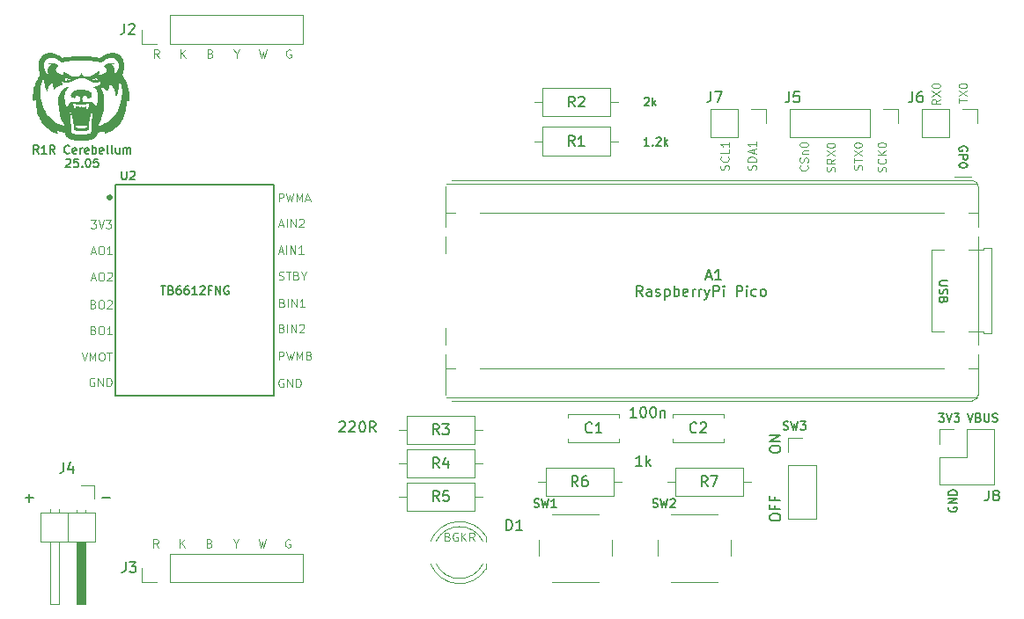
<source format=gbr>
G04 #@! TF.GenerationSoftware,KiCad,Pcbnew,9.0.2-1.fc42*
G04 #@! TF.CreationDate,2025-05-23T23:35:30-05:00*
G04 #@! TF.ProjectId,cerebellum,63657265-6265-46c6-9c75-6d2e6b696361,rev?*
G04 #@! TF.SameCoordinates,Original*
G04 #@! TF.FileFunction,Legend,Top*
G04 #@! TF.FilePolarity,Positive*
%FSLAX46Y46*%
G04 Gerber Fmt 4.6, Leading zero omitted, Abs format (unit mm)*
G04 Created by KiCad (PCBNEW 9.0.2-1.fc42) date 2025-05-23 23:35:30*
%MOMM*%
%LPD*%
G01*
G04 APERTURE LIST*
%ADD10C,0.150000*%
%ADD11C,0.100000*%
%ADD12C,0.120000*%
%ADD13C,0.000000*%
%ADD14C,0.127000*%
%ADD15C,0.300000*%
G04 APERTURE END LIST*
D10*
X161349874Y-83069295D02*
X161616541Y-83869295D01*
X161616541Y-83869295D02*
X161883207Y-83069295D01*
X162416540Y-83450247D02*
X162530826Y-83488342D01*
X162530826Y-83488342D02*
X162568921Y-83526438D01*
X162568921Y-83526438D02*
X162607017Y-83602628D01*
X162607017Y-83602628D02*
X162607017Y-83716914D01*
X162607017Y-83716914D02*
X162568921Y-83793104D01*
X162568921Y-83793104D02*
X162530826Y-83831200D01*
X162530826Y-83831200D02*
X162454636Y-83869295D01*
X162454636Y-83869295D02*
X162149874Y-83869295D01*
X162149874Y-83869295D02*
X162149874Y-83069295D01*
X162149874Y-83069295D02*
X162416540Y-83069295D01*
X162416540Y-83069295D02*
X162492731Y-83107390D01*
X162492731Y-83107390D02*
X162530826Y-83145485D01*
X162530826Y-83145485D02*
X162568921Y-83221676D01*
X162568921Y-83221676D02*
X162568921Y-83297866D01*
X162568921Y-83297866D02*
X162530826Y-83374057D01*
X162530826Y-83374057D02*
X162492731Y-83412152D01*
X162492731Y-83412152D02*
X162416540Y-83450247D01*
X162416540Y-83450247D02*
X162149874Y-83450247D01*
X162949874Y-83069295D02*
X162949874Y-83716914D01*
X162949874Y-83716914D02*
X162987969Y-83793104D01*
X162987969Y-83793104D02*
X163026064Y-83831200D01*
X163026064Y-83831200D02*
X163102255Y-83869295D01*
X163102255Y-83869295D02*
X163254636Y-83869295D01*
X163254636Y-83869295D02*
X163330826Y-83831200D01*
X163330826Y-83831200D02*
X163368921Y-83793104D01*
X163368921Y-83793104D02*
X163407017Y-83716914D01*
X163407017Y-83716914D02*
X163407017Y-83069295D01*
X163749873Y-83831200D02*
X163864159Y-83869295D01*
X163864159Y-83869295D02*
X164054635Y-83869295D01*
X164054635Y-83869295D02*
X164130826Y-83831200D01*
X164130826Y-83831200D02*
X164168921Y-83793104D01*
X164168921Y-83793104D02*
X164207016Y-83716914D01*
X164207016Y-83716914D02*
X164207016Y-83640723D01*
X164207016Y-83640723D02*
X164168921Y-83564533D01*
X164168921Y-83564533D02*
X164130826Y-83526438D01*
X164130826Y-83526438D02*
X164054635Y-83488342D01*
X164054635Y-83488342D02*
X163902254Y-83450247D01*
X163902254Y-83450247D02*
X163826064Y-83412152D01*
X163826064Y-83412152D02*
X163787969Y-83374057D01*
X163787969Y-83374057D02*
X163749873Y-83297866D01*
X163749873Y-83297866D02*
X163749873Y-83221676D01*
X163749873Y-83221676D02*
X163787969Y-83145485D01*
X163787969Y-83145485D02*
X163826064Y-83107390D01*
X163826064Y-83107390D02*
X163902254Y-83069295D01*
X163902254Y-83069295D02*
X164092731Y-83069295D01*
X164092731Y-83069295D02*
X164207016Y-83107390D01*
D11*
X88442931Y-95551847D02*
X88557217Y-95589942D01*
X88557217Y-95589942D02*
X88595312Y-95628038D01*
X88595312Y-95628038D02*
X88633408Y-95704228D01*
X88633408Y-95704228D02*
X88633408Y-95818514D01*
X88633408Y-95818514D02*
X88595312Y-95894704D01*
X88595312Y-95894704D02*
X88557217Y-95932800D01*
X88557217Y-95932800D02*
X88481027Y-95970895D01*
X88481027Y-95970895D02*
X88176265Y-95970895D01*
X88176265Y-95970895D02*
X88176265Y-95170895D01*
X88176265Y-95170895D02*
X88442931Y-95170895D01*
X88442931Y-95170895D02*
X88519122Y-95208990D01*
X88519122Y-95208990D02*
X88557217Y-95247085D01*
X88557217Y-95247085D02*
X88595312Y-95323276D01*
X88595312Y-95323276D02*
X88595312Y-95399466D01*
X88595312Y-95399466D02*
X88557217Y-95475657D01*
X88557217Y-95475657D02*
X88519122Y-95513752D01*
X88519122Y-95513752D02*
X88442931Y-95551847D01*
X88442931Y-95551847D02*
X88176265Y-95551847D01*
X95372931Y-74852847D02*
X95487217Y-74890942D01*
X95487217Y-74890942D02*
X95525312Y-74929038D01*
X95525312Y-74929038D02*
X95563408Y-75005228D01*
X95563408Y-75005228D02*
X95563408Y-75119514D01*
X95563408Y-75119514D02*
X95525312Y-75195704D01*
X95525312Y-75195704D02*
X95487217Y-75233800D01*
X95487217Y-75233800D02*
X95411027Y-75271895D01*
X95411027Y-75271895D02*
X95106265Y-75271895D01*
X95106265Y-75271895D02*
X95106265Y-74471895D01*
X95106265Y-74471895D02*
X95372931Y-74471895D01*
X95372931Y-74471895D02*
X95449122Y-74509990D01*
X95449122Y-74509990D02*
X95487217Y-74548085D01*
X95487217Y-74548085D02*
X95525312Y-74624276D01*
X95525312Y-74624276D02*
X95525312Y-74700466D01*
X95525312Y-74700466D02*
X95487217Y-74776657D01*
X95487217Y-74776657D02*
X95449122Y-74814752D01*
X95449122Y-74814752D02*
X95372931Y-74852847D01*
X95372931Y-74852847D02*
X95106265Y-74852847D01*
X95906265Y-75271895D02*
X95906265Y-74471895D01*
X96287217Y-75271895D02*
X96287217Y-74471895D01*
X96287217Y-74471895D02*
X96744360Y-75271895D01*
X96744360Y-75271895D02*
X96744360Y-74471895D01*
X97087216Y-74548085D02*
X97125312Y-74509990D01*
X97125312Y-74509990D02*
X97201502Y-74471895D01*
X97201502Y-74471895D02*
X97391978Y-74471895D01*
X97391978Y-74471895D02*
X97468169Y-74509990D01*
X97468169Y-74509990D02*
X97506264Y-74548085D01*
X97506264Y-74548085D02*
X97544359Y-74624276D01*
X97544359Y-74624276D02*
X97544359Y-74700466D01*
X97544359Y-74700466D02*
X97506264Y-74814752D01*
X97506264Y-74814752D02*
X97049121Y-75271895D01*
X97049121Y-75271895D02*
X97544359Y-75271895D01*
X95550312Y-79734990D02*
X95474122Y-79696895D01*
X95474122Y-79696895D02*
X95359836Y-79696895D01*
X95359836Y-79696895D02*
X95245550Y-79734990D01*
X95245550Y-79734990D02*
X95169360Y-79811180D01*
X95169360Y-79811180D02*
X95131265Y-79887371D01*
X95131265Y-79887371D02*
X95093169Y-80039752D01*
X95093169Y-80039752D02*
X95093169Y-80154038D01*
X95093169Y-80154038D02*
X95131265Y-80306419D01*
X95131265Y-80306419D02*
X95169360Y-80382609D01*
X95169360Y-80382609D02*
X95245550Y-80458800D01*
X95245550Y-80458800D02*
X95359836Y-80496895D01*
X95359836Y-80496895D02*
X95436027Y-80496895D01*
X95436027Y-80496895D02*
X95550312Y-80458800D01*
X95550312Y-80458800D02*
X95588408Y-80420704D01*
X95588408Y-80420704D02*
X95588408Y-80154038D01*
X95588408Y-80154038D02*
X95436027Y-80154038D01*
X95931265Y-80496895D02*
X95931265Y-79696895D01*
X95931265Y-79696895D02*
X96388408Y-80496895D01*
X96388408Y-80496895D02*
X96388408Y-79696895D01*
X96769360Y-80496895D02*
X96769360Y-79696895D01*
X96769360Y-79696895D02*
X96959836Y-79696895D01*
X96959836Y-79696895D02*
X97074122Y-79734990D01*
X97074122Y-79734990D02*
X97150312Y-79811180D01*
X97150312Y-79811180D02*
X97188407Y-79887371D01*
X97188407Y-79887371D02*
X97226503Y-80039752D01*
X97226503Y-80039752D02*
X97226503Y-80154038D01*
X97226503Y-80154038D02*
X97188407Y-80306419D01*
X97188407Y-80306419D02*
X97150312Y-80382609D01*
X97150312Y-80382609D02*
X97074122Y-80458800D01*
X97074122Y-80458800D02*
X96959836Y-80496895D01*
X96959836Y-80496895D02*
X96769360Y-80496895D01*
D10*
X70719048Y-91173866D02*
X71480953Y-91173866D01*
X71100000Y-91554819D02*
X71100000Y-90792914D01*
D11*
X85666265Y-48796895D02*
X85666265Y-47996895D01*
X86123408Y-48796895D02*
X85780550Y-48339752D01*
X86123408Y-47996895D02*
X85666265Y-48454038D01*
X83593408Y-48796895D02*
X83326741Y-48415942D01*
X83136265Y-48796895D02*
X83136265Y-47996895D01*
X83136265Y-47996895D02*
X83441027Y-47996895D01*
X83441027Y-47996895D02*
X83517217Y-48034990D01*
X83517217Y-48034990D02*
X83555312Y-48073085D01*
X83555312Y-48073085D02*
X83593408Y-48149276D01*
X83593408Y-48149276D02*
X83593408Y-48263561D01*
X83593408Y-48263561D02*
X83555312Y-48339752D01*
X83555312Y-48339752D02*
X83517217Y-48377847D01*
X83517217Y-48377847D02*
X83441027Y-48415942D01*
X83441027Y-48415942D02*
X83136265Y-48415942D01*
X95106265Y-62646895D02*
X95106265Y-61846895D01*
X95106265Y-61846895D02*
X95411027Y-61846895D01*
X95411027Y-61846895D02*
X95487217Y-61884990D01*
X95487217Y-61884990D02*
X95525312Y-61923085D01*
X95525312Y-61923085D02*
X95563408Y-61999276D01*
X95563408Y-61999276D02*
X95563408Y-62113561D01*
X95563408Y-62113561D02*
X95525312Y-62189752D01*
X95525312Y-62189752D02*
X95487217Y-62227847D01*
X95487217Y-62227847D02*
X95411027Y-62265942D01*
X95411027Y-62265942D02*
X95106265Y-62265942D01*
X95830074Y-61846895D02*
X96020550Y-62646895D01*
X96020550Y-62646895D02*
X96172931Y-62075466D01*
X96172931Y-62075466D02*
X96325312Y-62646895D01*
X96325312Y-62646895D02*
X96515789Y-61846895D01*
X96820551Y-62646895D02*
X96820551Y-61846895D01*
X96820551Y-61846895D02*
X97087217Y-62418323D01*
X97087217Y-62418323D02*
X97353884Y-61846895D01*
X97353884Y-61846895D02*
X97353884Y-62646895D01*
X97696741Y-62418323D02*
X98077694Y-62418323D01*
X97620551Y-62646895D02*
X97887218Y-61846895D01*
X97887218Y-61846895D02*
X98153884Y-62646895D01*
X96185312Y-95208990D02*
X96109122Y-95170895D01*
X96109122Y-95170895D02*
X95994836Y-95170895D01*
X95994836Y-95170895D02*
X95880550Y-95208990D01*
X95880550Y-95208990D02*
X95804360Y-95285180D01*
X95804360Y-95285180D02*
X95766265Y-95361371D01*
X95766265Y-95361371D02*
X95728169Y-95513752D01*
X95728169Y-95513752D02*
X95728169Y-95628038D01*
X95728169Y-95628038D02*
X95766265Y-95780419D01*
X95766265Y-95780419D02*
X95804360Y-95856609D01*
X95804360Y-95856609D02*
X95880550Y-95932800D01*
X95880550Y-95932800D02*
X95994836Y-95970895D01*
X95994836Y-95970895D02*
X96071027Y-95970895D01*
X96071027Y-95970895D02*
X96185312Y-95932800D01*
X96185312Y-95932800D02*
X96223408Y-95894704D01*
X96223408Y-95894704D02*
X96223408Y-95628038D01*
X96223408Y-95628038D02*
X96071027Y-95628038D01*
X77068169Y-67518323D02*
X77449122Y-67518323D01*
X76991979Y-67746895D02*
X77258646Y-66946895D01*
X77258646Y-66946895D02*
X77525312Y-67746895D01*
X77944360Y-66946895D02*
X78096741Y-66946895D01*
X78096741Y-66946895D02*
X78172931Y-66984990D01*
X78172931Y-66984990D02*
X78249122Y-67061180D01*
X78249122Y-67061180D02*
X78287217Y-67213561D01*
X78287217Y-67213561D02*
X78287217Y-67480228D01*
X78287217Y-67480228D02*
X78249122Y-67632609D01*
X78249122Y-67632609D02*
X78172931Y-67708800D01*
X78172931Y-67708800D02*
X78096741Y-67746895D01*
X78096741Y-67746895D02*
X77944360Y-67746895D01*
X77944360Y-67746895D02*
X77868169Y-67708800D01*
X77868169Y-67708800D02*
X77791979Y-67632609D01*
X77791979Y-67632609D02*
X77753883Y-67480228D01*
X77753883Y-67480228D02*
X77753883Y-67213561D01*
X77753883Y-67213561D02*
X77791979Y-67061180D01*
X77791979Y-67061180D02*
X77868169Y-66984990D01*
X77868169Y-66984990D02*
X77944360Y-66946895D01*
X79049121Y-67746895D02*
X78591978Y-67746895D01*
X78820550Y-67746895D02*
X78820550Y-66946895D01*
X78820550Y-66946895D02*
X78744359Y-67061180D01*
X78744359Y-67061180D02*
X78668169Y-67137371D01*
X78668169Y-67137371D02*
X78591978Y-67175466D01*
X95422931Y-72402847D02*
X95537217Y-72440942D01*
X95537217Y-72440942D02*
X95575312Y-72479038D01*
X95575312Y-72479038D02*
X95613408Y-72555228D01*
X95613408Y-72555228D02*
X95613408Y-72669514D01*
X95613408Y-72669514D02*
X95575312Y-72745704D01*
X95575312Y-72745704D02*
X95537217Y-72783800D01*
X95537217Y-72783800D02*
X95461027Y-72821895D01*
X95461027Y-72821895D02*
X95156265Y-72821895D01*
X95156265Y-72821895D02*
X95156265Y-72021895D01*
X95156265Y-72021895D02*
X95422931Y-72021895D01*
X95422931Y-72021895D02*
X95499122Y-72059990D01*
X95499122Y-72059990D02*
X95537217Y-72098085D01*
X95537217Y-72098085D02*
X95575312Y-72174276D01*
X95575312Y-72174276D02*
X95575312Y-72250466D01*
X95575312Y-72250466D02*
X95537217Y-72326657D01*
X95537217Y-72326657D02*
X95499122Y-72364752D01*
X95499122Y-72364752D02*
X95422931Y-72402847D01*
X95422931Y-72402847D02*
X95156265Y-72402847D01*
X95956265Y-72821895D02*
X95956265Y-72021895D01*
X96337217Y-72821895D02*
X96337217Y-72021895D01*
X96337217Y-72021895D02*
X96794360Y-72821895D01*
X96794360Y-72821895D02*
X96794360Y-72021895D01*
X97594359Y-72821895D02*
X97137216Y-72821895D01*
X97365788Y-72821895D02*
X97365788Y-72021895D01*
X97365788Y-72021895D02*
X97289597Y-72136180D01*
X97289597Y-72136180D02*
X97213407Y-72212371D01*
X97213407Y-72212371D02*
X97137216Y-72250466D01*
X77068169Y-70018323D02*
X77449122Y-70018323D01*
X76991979Y-70246895D02*
X77258646Y-69446895D01*
X77258646Y-69446895D02*
X77525312Y-70246895D01*
X77944360Y-69446895D02*
X78096741Y-69446895D01*
X78096741Y-69446895D02*
X78172931Y-69484990D01*
X78172931Y-69484990D02*
X78249122Y-69561180D01*
X78249122Y-69561180D02*
X78287217Y-69713561D01*
X78287217Y-69713561D02*
X78287217Y-69980228D01*
X78287217Y-69980228D02*
X78249122Y-70132609D01*
X78249122Y-70132609D02*
X78172931Y-70208800D01*
X78172931Y-70208800D02*
X78096741Y-70246895D01*
X78096741Y-70246895D02*
X77944360Y-70246895D01*
X77944360Y-70246895D02*
X77868169Y-70208800D01*
X77868169Y-70208800D02*
X77791979Y-70132609D01*
X77791979Y-70132609D02*
X77753883Y-69980228D01*
X77753883Y-69980228D02*
X77753883Y-69713561D01*
X77753883Y-69713561D02*
X77791979Y-69561180D01*
X77791979Y-69561180D02*
X77868169Y-69484990D01*
X77868169Y-69484990D02*
X77944360Y-69446895D01*
X78591978Y-69523085D02*
X78630074Y-69484990D01*
X78630074Y-69484990D02*
X78706264Y-69446895D01*
X78706264Y-69446895D02*
X78896740Y-69446895D01*
X78896740Y-69446895D02*
X78972931Y-69484990D01*
X78972931Y-69484990D02*
X79011026Y-69523085D01*
X79011026Y-69523085D02*
X79049121Y-69599276D01*
X79049121Y-69599276D02*
X79049121Y-69675466D01*
X79049121Y-69675466D02*
X79011026Y-69789752D01*
X79011026Y-69789752D02*
X78553883Y-70246895D01*
X78553883Y-70246895D02*
X79049121Y-70246895D01*
X95131265Y-77896895D02*
X95131265Y-77096895D01*
X95131265Y-77096895D02*
X95436027Y-77096895D01*
X95436027Y-77096895D02*
X95512217Y-77134990D01*
X95512217Y-77134990D02*
X95550312Y-77173085D01*
X95550312Y-77173085D02*
X95588408Y-77249276D01*
X95588408Y-77249276D02*
X95588408Y-77363561D01*
X95588408Y-77363561D02*
X95550312Y-77439752D01*
X95550312Y-77439752D02*
X95512217Y-77477847D01*
X95512217Y-77477847D02*
X95436027Y-77515942D01*
X95436027Y-77515942D02*
X95131265Y-77515942D01*
X95855074Y-77096895D02*
X96045550Y-77896895D01*
X96045550Y-77896895D02*
X96197931Y-77325466D01*
X96197931Y-77325466D02*
X96350312Y-77896895D01*
X96350312Y-77896895D02*
X96540789Y-77096895D01*
X96845551Y-77896895D02*
X96845551Y-77096895D01*
X96845551Y-77096895D02*
X97112217Y-77668323D01*
X97112217Y-77668323D02*
X97378884Y-77096895D01*
X97378884Y-77096895D02*
X97378884Y-77896895D01*
X98026503Y-77477847D02*
X98140789Y-77515942D01*
X98140789Y-77515942D02*
X98178884Y-77554038D01*
X98178884Y-77554038D02*
X98216980Y-77630228D01*
X98216980Y-77630228D02*
X98216980Y-77744514D01*
X98216980Y-77744514D02*
X98178884Y-77820704D01*
X98178884Y-77820704D02*
X98140789Y-77858800D01*
X98140789Y-77858800D02*
X98064599Y-77896895D01*
X98064599Y-77896895D02*
X97759837Y-77896895D01*
X97759837Y-77896895D02*
X97759837Y-77096895D01*
X97759837Y-77096895D02*
X98026503Y-77096895D01*
X98026503Y-77096895D02*
X98102694Y-77134990D01*
X98102694Y-77134990D02*
X98140789Y-77173085D01*
X98140789Y-77173085D02*
X98178884Y-77249276D01*
X98178884Y-77249276D02*
X98178884Y-77325466D01*
X98178884Y-77325466D02*
X98140789Y-77401657D01*
X98140789Y-77401657D02*
X98102694Y-77439752D01*
X98102694Y-77439752D02*
X98026503Y-77477847D01*
X98026503Y-77477847D02*
X97759837Y-77477847D01*
X148553800Y-59781830D02*
X148591895Y-59667544D01*
X148591895Y-59667544D02*
X148591895Y-59477068D01*
X148591895Y-59477068D02*
X148553800Y-59400877D01*
X148553800Y-59400877D02*
X148515704Y-59362782D01*
X148515704Y-59362782D02*
X148439514Y-59324687D01*
X148439514Y-59324687D02*
X148363323Y-59324687D01*
X148363323Y-59324687D02*
X148287133Y-59362782D01*
X148287133Y-59362782D02*
X148249038Y-59400877D01*
X148249038Y-59400877D02*
X148210942Y-59477068D01*
X148210942Y-59477068D02*
X148172847Y-59629449D01*
X148172847Y-59629449D02*
X148134752Y-59705639D01*
X148134752Y-59705639D02*
X148096657Y-59743734D01*
X148096657Y-59743734D02*
X148020466Y-59781830D01*
X148020466Y-59781830D02*
X147944276Y-59781830D01*
X147944276Y-59781830D02*
X147868085Y-59743734D01*
X147868085Y-59743734D02*
X147829990Y-59705639D01*
X147829990Y-59705639D02*
X147791895Y-59629449D01*
X147791895Y-59629449D02*
X147791895Y-59438972D01*
X147791895Y-59438972D02*
X147829990Y-59324687D01*
X148591895Y-58524686D02*
X148210942Y-58791353D01*
X148591895Y-58981829D02*
X147791895Y-58981829D01*
X147791895Y-58981829D02*
X147791895Y-58677067D01*
X147791895Y-58677067D02*
X147829990Y-58600877D01*
X147829990Y-58600877D02*
X147868085Y-58562782D01*
X147868085Y-58562782D02*
X147944276Y-58524686D01*
X147944276Y-58524686D02*
X148058561Y-58524686D01*
X148058561Y-58524686D02*
X148134752Y-58562782D01*
X148134752Y-58562782D02*
X148172847Y-58600877D01*
X148172847Y-58600877D02*
X148210942Y-58677067D01*
X148210942Y-58677067D02*
X148210942Y-58981829D01*
X147791895Y-58258020D02*
X148591895Y-57724686D01*
X147791895Y-57724686D02*
X148591895Y-58258020D01*
X147791895Y-57267543D02*
X147791895Y-57191353D01*
X147791895Y-57191353D02*
X147829990Y-57115162D01*
X147829990Y-57115162D02*
X147868085Y-57077067D01*
X147868085Y-57077067D02*
X147944276Y-57038972D01*
X147944276Y-57038972D02*
X148096657Y-57000877D01*
X148096657Y-57000877D02*
X148287133Y-57000877D01*
X148287133Y-57000877D02*
X148439514Y-57038972D01*
X148439514Y-57038972D02*
X148515704Y-57077067D01*
X148515704Y-57077067D02*
X148553800Y-57115162D01*
X148553800Y-57115162D02*
X148591895Y-57191353D01*
X148591895Y-57191353D02*
X148591895Y-57267543D01*
X148591895Y-57267543D02*
X148553800Y-57343734D01*
X148553800Y-57343734D02*
X148515704Y-57381829D01*
X148515704Y-57381829D02*
X148439514Y-57419924D01*
X148439514Y-57419924D02*
X148287133Y-57458020D01*
X148287133Y-57458020D02*
X148096657Y-57458020D01*
X148096657Y-57458020D02*
X147944276Y-57419924D01*
X147944276Y-57419924D02*
X147868085Y-57381829D01*
X147868085Y-57381829D02*
X147829990Y-57343734D01*
X147829990Y-57343734D02*
X147791895Y-57267543D01*
D10*
X83774874Y-70794295D02*
X84232017Y-70794295D01*
X84003445Y-71594295D02*
X84003445Y-70794295D01*
X84765350Y-71175247D02*
X84879636Y-71213342D01*
X84879636Y-71213342D02*
X84917731Y-71251438D01*
X84917731Y-71251438D02*
X84955827Y-71327628D01*
X84955827Y-71327628D02*
X84955827Y-71441914D01*
X84955827Y-71441914D02*
X84917731Y-71518104D01*
X84917731Y-71518104D02*
X84879636Y-71556200D01*
X84879636Y-71556200D02*
X84803446Y-71594295D01*
X84803446Y-71594295D02*
X84498684Y-71594295D01*
X84498684Y-71594295D02*
X84498684Y-70794295D01*
X84498684Y-70794295D02*
X84765350Y-70794295D01*
X84765350Y-70794295D02*
X84841541Y-70832390D01*
X84841541Y-70832390D02*
X84879636Y-70870485D01*
X84879636Y-70870485D02*
X84917731Y-70946676D01*
X84917731Y-70946676D02*
X84917731Y-71022866D01*
X84917731Y-71022866D02*
X84879636Y-71099057D01*
X84879636Y-71099057D02*
X84841541Y-71137152D01*
X84841541Y-71137152D02*
X84765350Y-71175247D01*
X84765350Y-71175247D02*
X84498684Y-71175247D01*
X85641541Y-70794295D02*
X85489160Y-70794295D01*
X85489160Y-70794295D02*
X85412969Y-70832390D01*
X85412969Y-70832390D02*
X85374874Y-70870485D01*
X85374874Y-70870485D02*
X85298684Y-70984771D01*
X85298684Y-70984771D02*
X85260588Y-71137152D01*
X85260588Y-71137152D02*
X85260588Y-71441914D01*
X85260588Y-71441914D02*
X85298684Y-71518104D01*
X85298684Y-71518104D02*
X85336779Y-71556200D01*
X85336779Y-71556200D02*
X85412969Y-71594295D01*
X85412969Y-71594295D02*
X85565350Y-71594295D01*
X85565350Y-71594295D02*
X85641541Y-71556200D01*
X85641541Y-71556200D02*
X85679636Y-71518104D01*
X85679636Y-71518104D02*
X85717731Y-71441914D01*
X85717731Y-71441914D02*
X85717731Y-71251438D01*
X85717731Y-71251438D02*
X85679636Y-71175247D01*
X85679636Y-71175247D02*
X85641541Y-71137152D01*
X85641541Y-71137152D02*
X85565350Y-71099057D01*
X85565350Y-71099057D02*
X85412969Y-71099057D01*
X85412969Y-71099057D02*
X85336779Y-71137152D01*
X85336779Y-71137152D02*
X85298684Y-71175247D01*
X85298684Y-71175247D02*
X85260588Y-71251438D01*
X86403446Y-70794295D02*
X86251065Y-70794295D01*
X86251065Y-70794295D02*
X86174874Y-70832390D01*
X86174874Y-70832390D02*
X86136779Y-70870485D01*
X86136779Y-70870485D02*
X86060589Y-70984771D01*
X86060589Y-70984771D02*
X86022493Y-71137152D01*
X86022493Y-71137152D02*
X86022493Y-71441914D01*
X86022493Y-71441914D02*
X86060589Y-71518104D01*
X86060589Y-71518104D02*
X86098684Y-71556200D01*
X86098684Y-71556200D02*
X86174874Y-71594295D01*
X86174874Y-71594295D02*
X86327255Y-71594295D01*
X86327255Y-71594295D02*
X86403446Y-71556200D01*
X86403446Y-71556200D02*
X86441541Y-71518104D01*
X86441541Y-71518104D02*
X86479636Y-71441914D01*
X86479636Y-71441914D02*
X86479636Y-71251438D01*
X86479636Y-71251438D02*
X86441541Y-71175247D01*
X86441541Y-71175247D02*
X86403446Y-71137152D01*
X86403446Y-71137152D02*
X86327255Y-71099057D01*
X86327255Y-71099057D02*
X86174874Y-71099057D01*
X86174874Y-71099057D02*
X86098684Y-71137152D01*
X86098684Y-71137152D02*
X86060589Y-71175247D01*
X86060589Y-71175247D02*
X86022493Y-71251438D01*
X87241541Y-71594295D02*
X86784398Y-71594295D01*
X87012970Y-71594295D02*
X87012970Y-70794295D01*
X87012970Y-70794295D02*
X86936779Y-70908580D01*
X86936779Y-70908580D02*
X86860589Y-70984771D01*
X86860589Y-70984771D02*
X86784398Y-71022866D01*
X87546303Y-70870485D02*
X87584399Y-70832390D01*
X87584399Y-70832390D02*
X87660589Y-70794295D01*
X87660589Y-70794295D02*
X87851065Y-70794295D01*
X87851065Y-70794295D02*
X87927256Y-70832390D01*
X87927256Y-70832390D02*
X87965351Y-70870485D01*
X87965351Y-70870485D02*
X88003446Y-70946676D01*
X88003446Y-70946676D02*
X88003446Y-71022866D01*
X88003446Y-71022866D02*
X87965351Y-71137152D01*
X87965351Y-71137152D02*
X87508208Y-71594295D01*
X87508208Y-71594295D02*
X88003446Y-71594295D01*
X88612970Y-71175247D02*
X88346304Y-71175247D01*
X88346304Y-71594295D02*
X88346304Y-70794295D01*
X88346304Y-70794295D02*
X88727256Y-70794295D01*
X89032018Y-71594295D02*
X89032018Y-70794295D01*
X89032018Y-70794295D02*
X89489161Y-71594295D01*
X89489161Y-71594295D02*
X89489161Y-70794295D01*
X90289160Y-70832390D02*
X90212970Y-70794295D01*
X90212970Y-70794295D02*
X90098684Y-70794295D01*
X90098684Y-70794295D02*
X89984398Y-70832390D01*
X89984398Y-70832390D02*
X89908208Y-70908580D01*
X89908208Y-70908580D02*
X89870113Y-70984771D01*
X89870113Y-70984771D02*
X89832017Y-71137152D01*
X89832017Y-71137152D02*
X89832017Y-71251438D01*
X89832017Y-71251438D02*
X89870113Y-71403819D01*
X89870113Y-71403819D02*
X89908208Y-71480009D01*
X89908208Y-71480009D02*
X89984398Y-71556200D01*
X89984398Y-71556200D02*
X90098684Y-71594295D01*
X90098684Y-71594295D02*
X90174875Y-71594295D01*
X90174875Y-71594295D02*
X90289160Y-71556200D01*
X90289160Y-71556200D02*
X90327256Y-71518104D01*
X90327256Y-71518104D02*
X90327256Y-71251438D01*
X90327256Y-71251438D02*
X90174875Y-71251438D01*
D11*
X85596265Y-95970895D02*
X85596265Y-95170895D01*
X86053408Y-95970895D02*
X85710550Y-95513752D01*
X86053408Y-95170895D02*
X85596265Y-95628038D01*
X77350312Y-79684990D02*
X77274122Y-79646895D01*
X77274122Y-79646895D02*
X77159836Y-79646895D01*
X77159836Y-79646895D02*
X77045550Y-79684990D01*
X77045550Y-79684990D02*
X76969360Y-79761180D01*
X76969360Y-79761180D02*
X76931265Y-79837371D01*
X76931265Y-79837371D02*
X76893169Y-79989752D01*
X76893169Y-79989752D02*
X76893169Y-80104038D01*
X76893169Y-80104038D02*
X76931265Y-80256419D01*
X76931265Y-80256419D02*
X76969360Y-80332609D01*
X76969360Y-80332609D02*
X77045550Y-80408800D01*
X77045550Y-80408800D02*
X77159836Y-80446895D01*
X77159836Y-80446895D02*
X77236027Y-80446895D01*
X77236027Y-80446895D02*
X77350312Y-80408800D01*
X77350312Y-80408800D02*
X77388408Y-80370704D01*
X77388408Y-80370704D02*
X77388408Y-80104038D01*
X77388408Y-80104038D02*
X77236027Y-80104038D01*
X77731265Y-80446895D02*
X77731265Y-79646895D01*
X77731265Y-79646895D02*
X78188408Y-80446895D01*
X78188408Y-80446895D02*
X78188408Y-79646895D01*
X78569360Y-80446895D02*
X78569360Y-79646895D01*
X78569360Y-79646895D02*
X78759836Y-79646895D01*
X78759836Y-79646895D02*
X78874122Y-79684990D01*
X78874122Y-79684990D02*
X78950312Y-79761180D01*
X78950312Y-79761180D02*
X78988407Y-79837371D01*
X78988407Y-79837371D02*
X79026503Y-79989752D01*
X79026503Y-79989752D02*
X79026503Y-80104038D01*
X79026503Y-80104038D02*
X78988407Y-80256419D01*
X78988407Y-80256419D02*
X78950312Y-80332609D01*
X78950312Y-80332609D02*
X78874122Y-80408800D01*
X78874122Y-80408800D02*
X78759836Y-80446895D01*
X78759836Y-80446895D02*
X78569360Y-80446895D01*
X77272931Y-75027847D02*
X77387217Y-75065942D01*
X77387217Y-75065942D02*
X77425312Y-75104038D01*
X77425312Y-75104038D02*
X77463408Y-75180228D01*
X77463408Y-75180228D02*
X77463408Y-75294514D01*
X77463408Y-75294514D02*
X77425312Y-75370704D01*
X77425312Y-75370704D02*
X77387217Y-75408800D01*
X77387217Y-75408800D02*
X77311027Y-75446895D01*
X77311027Y-75446895D02*
X77006265Y-75446895D01*
X77006265Y-75446895D02*
X77006265Y-74646895D01*
X77006265Y-74646895D02*
X77272931Y-74646895D01*
X77272931Y-74646895D02*
X77349122Y-74684990D01*
X77349122Y-74684990D02*
X77387217Y-74723085D01*
X77387217Y-74723085D02*
X77425312Y-74799276D01*
X77425312Y-74799276D02*
X77425312Y-74875466D01*
X77425312Y-74875466D02*
X77387217Y-74951657D01*
X77387217Y-74951657D02*
X77349122Y-74989752D01*
X77349122Y-74989752D02*
X77272931Y-75027847D01*
X77272931Y-75027847D02*
X77006265Y-75027847D01*
X77958646Y-74646895D02*
X78111027Y-74646895D01*
X78111027Y-74646895D02*
X78187217Y-74684990D01*
X78187217Y-74684990D02*
X78263408Y-74761180D01*
X78263408Y-74761180D02*
X78301503Y-74913561D01*
X78301503Y-74913561D02*
X78301503Y-75180228D01*
X78301503Y-75180228D02*
X78263408Y-75332609D01*
X78263408Y-75332609D02*
X78187217Y-75408800D01*
X78187217Y-75408800D02*
X78111027Y-75446895D01*
X78111027Y-75446895D02*
X77958646Y-75446895D01*
X77958646Y-75446895D02*
X77882455Y-75408800D01*
X77882455Y-75408800D02*
X77806265Y-75332609D01*
X77806265Y-75332609D02*
X77768169Y-75180228D01*
X77768169Y-75180228D02*
X77768169Y-74913561D01*
X77768169Y-74913561D02*
X77806265Y-74761180D01*
X77806265Y-74761180D02*
X77882455Y-74684990D01*
X77882455Y-74684990D02*
X77958646Y-74646895D01*
X79063407Y-75446895D02*
X78606264Y-75446895D01*
X78834836Y-75446895D02*
X78834836Y-74646895D01*
X78834836Y-74646895D02*
X78758645Y-74761180D01*
X78758645Y-74761180D02*
X78682455Y-74837371D01*
X78682455Y-74837371D02*
X78606264Y-74875466D01*
D10*
X159557390Y-92091792D02*
X159519295Y-92167982D01*
X159519295Y-92167982D02*
X159519295Y-92282268D01*
X159519295Y-92282268D02*
X159557390Y-92396554D01*
X159557390Y-92396554D02*
X159633580Y-92472744D01*
X159633580Y-92472744D02*
X159709771Y-92510839D01*
X159709771Y-92510839D02*
X159862152Y-92548935D01*
X159862152Y-92548935D02*
X159976438Y-92548935D01*
X159976438Y-92548935D02*
X160128819Y-92510839D01*
X160128819Y-92510839D02*
X160205009Y-92472744D01*
X160205009Y-92472744D02*
X160281200Y-92396554D01*
X160281200Y-92396554D02*
X160319295Y-92282268D01*
X160319295Y-92282268D02*
X160319295Y-92206077D01*
X160319295Y-92206077D02*
X160281200Y-92091792D01*
X160281200Y-92091792D02*
X160243104Y-92053696D01*
X160243104Y-92053696D02*
X159976438Y-92053696D01*
X159976438Y-92053696D02*
X159976438Y-92206077D01*
X160319295Y-91710839D02*
X159519295Y-91710839D01*
X159519295Y-91710839D02*
X160319295Y-91253696D01*
X160319295Y-91253696D02*
X159519295Y-91253696D01*
X160319295Y-90872744D02*
X159519295Y-90872744D01*
X159519295Y-90872744D02*
X159519295Y-90682268D01*
X159519295Y-90682268D02*
X159557390Y-90567982D01*
X159557390Y-90567982D02*
X159633580Y-90491792D01*
X159633580Y-90491792D02*
X159709771Y-90453697D01*
X159709771Y-90453697D02*
X159862152Y-90415601D01*
X159862152Y-90415601D02*
X159976438Y-90415601D01*
X159976438Y-90415601D02*
X160128819Y-90453697D01*
X160128819Y-90453697D02*
X160205009Y-90491792D01*
X160205009Y-90491792D02*
X160281200Y-90567982D01*
X160281200Y-90567982D02*
X160319295Y-90682268D01*
X160319295Y-90682268D02*
X160319295Y-90872744D01*
X71999523Y-58036340D02*
X71732856Y-57655387D01*
X71542380Y-58036340D02*
X71542380Y-57236340D01*
X71542380Y-57236340D02*
X71847142Y-57236340D01*
X71847142Y-57236340D02*
X71923332Y-57274435D01*
X71923332Y-57274435D02*
X71961427Y-57312530D01*
X71961427Y-57312530D02*
X71999523Y-57388721D01*
X71999523Y-57388721D02*
X71999523Y-57503006D01*
X71999523Y-57503006D02*
X71961427Y-57579197D01*
X71961427Y-57579197D02*
X71923332Y-57617292D01*
X71923332Y-57617292D02*
X71847142Y-57655387D01*
X71847142Y-57655387D02*
X71542380Y-57655387D01*
X72761427Y-58036340D02*
X72304284Y-58036340D01*
X72532856Y-58036340D02*
X72532856Y-57236340D01*
X72532856Y-57236340D02*
X72456665Y-57350625D01*
X72456665Y-57350625D02*
X72380475Y-57426816D01*
X72380475Y-57426816D02*
X72304284Y-57464911D01*
X73561428Y-58036340D02*
X73294761Y-57655387D01*
X73104285Y-58036340D02*
X73104285Y-57236340D01*
X73104285Y-57236340D02*
X73409047Y-57236340D01*
X73409047Y-57236340D02*
X73485237Y-57274435D01*
X73485237Y-57274435D02*
X73523332Y-57312530D01*
X73523332Y-57312530D02*
X73561428Y-57388721D01*
X73561428Y-57388721D02*
X73561428Y-57503006D01*
X73561428Y-57503006D02*
X73523332Y-57579197D01*
X73523332Y-57579197D02*
X73485237Y-57617292D01*
X73485237Y-57617292D02*
X73409047Y-57655387D01*
X73409047Y-57655387D02*
X73104285Y-57655387D01*
X74970952Y-57960149D02*
X74932856Y-57998245D01*
X74932856Y-57998245D02*
X74818571Y-58036340D01*
X74818571Y-58036340D02*
X74742380Y-58036340D01*
X74742380Y-58036340D02*
X74628094Y-57998245D01*
X74628094Y-57998245D02*
X74551904Y-57922054D01*
X74551904Y-57922054D02*
X74513809Y-57845864D01*
X74513809Y-57845864D02*
X74475713Y-57693483D01*
X74475713Y-57693483D02*
X74475713Y-57579197D01*
X74475713Y-57579197D02*
X74513809Y-57426816D01*
X74513809Y-57426816D02*
X74551904Y-57350625D01*
X74551904Y-57350625D02*
X74628094Y-57274435D01*
X74628094Y-57274435D02*
X74742380Y-57236340D01*
X74742380Y-57236340D02*
X74818571Y-57236340D01*
X74818571Y-57236340D02*
X74932856Y-57274435D01*
X74932856Y-57274435D02*
X74970952Y-57312530D01*
X75618571Y-57998245D02*
X75542380Y-58036340D01*
X75542380Y-58036340D02*
X75389999Y-58036340D01*
X75389999Y-58036340D02*
X75313809Y-57998245D01*
X75313809Y-57998245D02*
X75275713Y-57922054D01*
X75275713Y-57922054D02*
X75275713Y-57617292D01*
X75275713Y-57617292D02*
X75313809Y-57541102D01*
X75313809Y-57541102D02*
X75389999Y-57503006D01*
X75389999Y-57503006D02*
X75542380Y-57503006D01*
X75542380Y-57503006D02*
X75618571Y-57541102D01*
X75618571Y-57541102D02*
X75656666Y-57617292D01*
X75656666Y-57617292D02*
X75656666Y-57693483D01*
X75656666Y-57693483D02*
X75275713Y-57769673D01*
X75999523Y-58036340D02*
X75999523Y-57503006D01*
X75999523Y-57655387D02*
X76037618Y-57579197D01*
X76037618Y-57579197D02*
X76075713Y-57541102D01*
X76075713Y-57541102D02*
X76151904Y-57503006D01*
X76151904Y-57503006D02*
X76228094Y-57503006D01*
X76799523Y-57998245D02*
X76723332Y-58036340D01*
X76723332Y-58036340D02*
X76570951Y-58036340D01*
X76570951Y-58036340D02*
X76494761Y-57998245D01*
X76494761Y-57998245D02*
X76456665Y-57922054D01*
X76456665Y-57922054D02*
X76456665Y-57617292D01*
X76456665Y-57617292D02*
X76494761Y-57541102D01*
X76494761Y-57541102D02*
X76570951Y-57503006D01*
X76570951Y-57503006D02*
X76723332Y-57503006D01*
X76723332Y-57503006D02*
X76799523Y-57541102D01*
X76799523Y-57541102D02*
X76837618Y-57617292D01*
X76837618Y-57617292D02*
X76837618Y-57693483D01*
X76837618Y-57693483D02*
X76456665Y-57769673D01*
X77180475Y-58036340D02*
X77180475Y-57236340D01*
X77180475Y-57541102D02*
X77256665Y-57503006D01*
X77256665Y-57503006D02*
X77409046Y-57503006D01*
X77409046Y-57503006D02*
X77485237Y-57541102D01*
X77485237Y-57541102D02*
X77523332Y-57579197D01*
X77523332Y-57579197D02*
X77561427Y-57655387D01*
X77561427Y-57655387D02*
X77561427Y-57883959D01*
X77561427Y-57883959D02*
X77523332Y-57960149D01*
X77523332Y-57960149D02*
X77485237Y-57998245D01*
X77485237Y-57998245D02*
X77409046Y-58036340D01*
X77409046Y-58036340D02*
X77256665Y-58036340D01*
X77256665Y-58036340D02*
X77180475Y-57998245D01*
X78209047Y-57998245D02*
X78132856Y-58036340D01*
X78132856Y-58036340D02*
X77980475Y-58036340D01*
X77980475Y-58036340D02*
X77904285Y-57998245D01*
X77904285Y-57998245D02*
X77866189Y-57922054D01*
X77866189Y-57922054D02*
X77866189Y-57617292D01*
X77866189Y-57617292D02*
X77904285Y-57541102D01*
X77904285Y-57541102D02*
X77980475Y-57503006D01*
X77980475Y-57503006D02*
X78132856Y-57503006D01*
X78132856Y-57503006D02*
X78209047Y-57541102D01*
X78209047Y-57541102D02*
X78247142Y-57617292D01*
X78247142Y-57617292D02*
X78247142Y-57693483D01*
X78247142Y-57693483D02*
X77866189Y-57769673D01*
X78704284Y-58036340D02*
X78628094Y-57998245D01*
X78628094Y-57998245D02*
X78589999Y-57922054D01*
X78589999Y-57922054D02*
X78589999Y-57236340D01*
X79123332Y-58036340D02*
X79047142Y-57998245D01*
X79047142Y-57998245D02*
X79009047Y-57922054D01*
X79009047Y-57922054D02*
X79009047Y-57236340D01*
X79770952Y-57503006D02*
X79770952Y-58036340D01*
X79428095Y-57503006D02*
X79428095Y-57922054D01*
X79428095Y-57922054D02*
X79466190Y-57998245D01*
X79466190Y-57998245D02*
X79542380Y-58036340D01*
X79542380Y-58036340D02*
X79656666Y-58036340D01*
X79656666Y-58036340D02*
X79732857Y-57998245D01*
X79732857Y-57998245D02*
X79770952Y-57960149D01*
X80151905Y-58036340D02*
X80151905Y-57503006D01*
X80151905Y-57579197D02*
X80190000Y-57541102D01*
X80190000Y-57541102D02*
X80266190Y-57503006D01*
X80266190Y-57503006D02*
X80380476Y-57503006D01*
X80380476Y-57503006D02*
X80456667Y-57541102D01*
X80456667Y-57541102D02*
X80494762Y-57617292D01*
X80494762Y-57617292D02*
X80494762Y-58036340D01*
X80494762Y-57617292D02*
X80532857Y-57541102D01*
X80532857Y-57541102D02*
X80609048Y-57503006D01*
X80609048Y-57503006D02*
X80723333Y-57503006D01*
X80723333Y-57503006D02*
X80799524Y-57541102D01*
X80799524Y-57541102D02*
X80837619Y-57617292D01*
X80837619Y-57617292D02*
X80837619Y-58036340D01*
X74628094Y-58600485D02*
X74666190Y-58562390D01*
X74666190Y-58562390D02*
X74742380Y-58524295D01*
X74742380Y-58524295D02*
X74932856Y-58524295D01*
X74932856Y-58524295D02*
X75009047Y-58562390D01*
X75009047Y-58562390D02*
X75047142Y-58600485D01*
X75047142Y-58600485D02*
X75085237Y-58676676D01*
X75085237Y-58676676D02*
X75085237Y-58752866D01*
X75085237Y-58752866D02*
X75047142Y-58867152D01*
X75047142Y-58867152D02*
X74589999Y-59324295D01*
X74589999Y-59324295D02*
X75085237Y-59324295D01*
X75809047Y-58524295D02*
X75428095Y-58524295D01*
X75428095Y-58524295D02*
X75389999Y-58905247D01*
X75389999Y-58905247D02*
X75428095Y-58867152D01*
X75428095Y-58867152D02*
X75504285Y-58829057D01*
X75504285Y-58829057D02*
X75694761Y-58829057D01*
X75694761Y-58829057D02*
X75770952Y-58867152D01*
X75770952Y-58867152D02*
X75809047Y-58905247D01*
X75809047Y-58905247D02*
X75847142Y-58981438D01*
X75847142Y-58981438D02*
X75847142Y-59171914D01*
X75847142Y-59171914D02*
X75809047Y-59248104D01*
X75809047Y-59248104D02*
X75770952Y-59286200D01*
X75770952Y-59286200D02*
X75694761Y-59324295D01*
X75694761Y-59324295D02*
X75504285Y-59324295D01*
X75504285Y-59324295D02*
X75428095Y-59286200D01*
X75428095Y-59286200D02*
X75389999Y-59248104D01*
X76190000Y-59248104D02*
X76228095Y-59286200D01*
X76228095Y-59286200D02*
X76190000Y-59324295D01*
X76190000Y-59324295D02*
X76151904Y-59286200D01*
X76151904Y-59286200D02*
X76190000Y-59248104D01*
X76190000Y-59248104D02*
X76190000Y-59324295D01*
X76723333Y-58524295D02*
X76799523Y-58524295D01*
X76799523Y-58524295D02*
X76875714Y-58562390D01*
X76875714Y-58562390D02*
X76913809Y-58600485D01*
X76913809Y-58600485D02*
X76951904Y-58676676D01*
X76951904Y-58676676D02*
X76989999Y-58829057D01*
X76989999Y-58829057D02*
X76989999Y-59019533D01*
X76989999Y-59019533D02*
X76951904Y-59171914D01*
X76951904Y-59171914D02*
X76913809Y-59248104D01*
X76913809Y-59248104D02*
X76875714Y-59286200D01*
X76875714Y-59286200D02*
X76799523Y-59324295D01*
X76799523Y-59324295D02*
X76723333Y-59324295D01*
X76723333Y-59324295D02*
X76647142Y-59286200D01*
X76647142Y-59286200D02*
X76609047Y-59248104D01*
X76609047Y-59248104D02*
X76570952Y-59171914D01*
X76570952Y-59171914D02*
X76532856Y-59019533D01*
X76532856Y-59019533D02*
X76532856Y-58829057D01*
X76532856Y-58829057D02*
X76570952Y-58676676D01*
X76570952Y-58676676D02*
X76609047Y-58600485D01*
X76609047Y-58600485D02*
X76647142Y-58562390D01*
X76647142Y-58562390D02*
X76723333Y-58524295D01*
X77713809Y-58524295D02*
X77332857Y-58524295D01*
X77332857Y-58524295D02*
X77294761Y-58905247D01*
X77294761Y-58905247D02*
X77332857Y-58867152D01*
X77332857Y-58867152D02*
X77409047Y-58829057D01*
X77409047Y-58829057D02*
X77599523Y-58829057D01*
X77599523Y-58829057D02*
X77675714Y-58867152D01*
X77675714Y-58867152D02*
X77713809Y-58905247D01*
X77713809Y-58905247D02*
X77751904Y-58981438D01*
X77751904Y-58981438D02*
X77751904Y-59171914D01*
X77751904Y-59171914D02*
X77713809Y-59248104D01*
X77713809Y-59248104D02*
X77675714Y-59286200D01*
X77675714Y-59286200D02*
X77599523Y-59324295D01*
X77599523Y-59324295D02*
X77409047Y-59324295D01*
X77409047Y-59324295D02*
X77332857Y-59286200D01*
X77332857Y-59286200D02*
X77294761Y-59248104D01*
D11*
X91038646Y-48415942D02*
X91038646Y-48796895D01*
X90771979Y-47996895D02*
X91038646Y-48415942D01*
X91038646Y-48415942D02*
X91305312Y-47996895D01*
X138353800Y-59581830D02*
X138391895Y-59467544D01*
X138391895Y-59467544D02*
X138391895Y-59277068D01*
X138391895Y-59277068D02*
X138353800Y-59200877D01*
X138353800Y-59200877D02*
X138315704Y-59162782D01*
X138315704Y-59162782D02*
X138239514Y-59124687D01*
X138239514Y-59124687D02*
X138163323Y-59124687D01*
X138163323Y-59124687D02*
X138087133Y-59162782D01*
X138087133Y-59162782D02*
X138049038Y-59200877D01*
X138049038Y-59200877D02*
X138010942Y-59277068D01*
X138010942Y-59277068D02*
X137972847Y-59429449D01*
X137972847Y-59429449D02*
X137934752Y-59505639D01*
X137934752Y-59505639D02*
X137896657Y-59543734D01*
X137896657Y-59543734D02*
X137820466Y-59581830D01*
X137820466Y-59581830D02*
X137744276Y-59581830D01*
X137744276Y-59581830D02*
X137668085Y-59543734D01*
X137668085Y-59543734D02*
X137629990Y-59505639D01*
X137629990Y-59505639D02*
X137591895Y-59429449D01*
X137591895Y-59429449D02*
X137591895Y-59238972D01*
X137591895Y-59238972D02*
X137629990Y-59124687D01*
X138315704Y-58324686D02*
X138353800Y-58362782D01*
X138353800Y-58362782D02*
X138391895Y-58477067D01*
X138391895Y-58477067D02*
X138391895Y-58553258D01*
X138391895Y-58553258D02*
X138353800Y-58667544D01*
X138353800Y-58667544D02*
X138277609Y-58743734D01*
X138277609Y-58743734D02*
X138201419Y-58781829D01*
X138201419Y-58781829D02*
X138049038Y-58819925D01*
X138049038Y-58819925D02*
X137934752Y-58819925D01*
X137934752Y-58819925D02*
X137782371Y-58781829D01*
X137782371Y-58781829D02*
X137706180Y-58743734D01*
X137706180Y-58743734D02*
X137629990Y-58667544D01*
X137629990Y-58667544D02*
X137591895Y-58553258D01*
X137591895Y-58553258D02*
X137591895Y-58477067D01*
X137591895Y-58477067D02*
X137629990Y-58362782D01*
X137629990Y-58362782D02*
X137668085Y-58324686D01*
X138391895Y-57600877D02*
X138391895Y-57981829D01*
X138391895Y-57981829D02*
X137591895Y-57981829D01*
X138391895Y-56915163D02*
X138391895Y-57372306D01*
X138391895Y-57143734D02*
X137591895Y-57143734D01*
X137591895Y-57143734D02*
X137706180Y-57219925D01*
X137706180Y-57219925D02*
X137782371Y-57296115D01*
X137782371Y-57296115D02*
X137820466Y-57372306D01*
X158691895Y-52786591D02*
X158310942Y-53053258D01*
X158691895Y-53243734D02*
X157891895Y-53243734D01*
X157891895Y-53243734D02*
X157891895Y-52938972D01*
X157891895Y-52938972D02*
X157929990Y-52862782D01*
X157929990Y-52862782D02*
X157968085Y-52824687D01*
X157968085Y-52824687D02*
X158044276Y-52786591D01*
X158044276Y-52786591D02*
X158158561Y-52786591D01*
X158158561Y-52786591D02*
X158234752Y-52824687D01*
X158234752Y-52824687D02*
X158272847Y-52862782D01*
X158272847Y-52862782D02*
X158310942Y-52938972D01*
X158310942Y-52938972D02*
X158310942Y-53243734D01*
X157891895Y-52519925D02*
X158691895Y-51986591D01*
X157891895Y-51986591D02*
X158691895Y-52519925D01*
X157891895Y-51529448D02*
X157891895Y-51453258D01*
X157891895Y-51453258D02*
X157929990Y-51377067D01*
X157929990Y-51377067D02*
X157968085Y-51338972D01*
X157968085Y-51338972D02*
X158044276Y-51300877D01*
X158044276Y-51300877D02*
X158196657Y-51262782D01*
X158196657Y-51262782D02*
X158387133Y-51262782D01*
X158387133Y-51262782D02*
X158539514Y-51300877D01*
X158539514Y-51300877D02*
X158615704Y-51338972D01*
X158615704Y-51338972D02*
X158653800Y-51377067D01*
X158653800Y-51377067D02*
X158691895Y-51453258D01*
X158691895Y-51453258D02*
X158691895Y-51529448D01*
X158691895Y-51529448D02*
X158653800Y-51605639D01*
X158653800Y-51605639D02*
X158615704Y-51643734D01*
X158615704Y-51643734D02*
X158539514Y-51681829D01*
X158539514Y-51681829D02*
X158387133Y-51719925D01*
X158387133Y-51719925D02*
X158196657Y-51719925D01*
X158196657Y-51719925D02*
X158044276Y-51681829D01*
X158044276Y-51681829D02*
X157968085Y-51643734D01*
X157968085Y-51643734D02*
X157929990Y-51605639D01*
X157929990Y-51605639D02*
X157891895Y-51529448D01*
X95118169Y-70158800D02*
X95232455Y-70196895D01*
X95232455Y-70196895D02*
X95422931Y-70196895D01*
X95422931Y-70196895D02*
X95499122Y-70158800D01*
X95499122Y-70158800D02*
X95537217Y-70120704D01*
X95537217Y-70120704D02*
X95575312Y-70044514D01*
X95575312Y-70044514D02*
X95575312Y-69968323D01*
X95575312Y-69968323D02*
X95537217Y-69892133D01*
X95537217Y-69892133D02*
X95499122Y-69854038D01*
X95499122Y-69854038D02*
X95422931Y-69815942D01*
X95422931Y-69815942D02*
X95270550Y-69777847D01*
X95270550Y-69777847D02*
X95194360Y-69739752D01*
X95194360Y-69739752D02*
X95156265Y-69701657D01*
X95156265Y-69701657D02*
X95118169Y-69625466D01*
X95118169Y-69625466D02*
X95118169Y-69549276D01*
X95118169Y-69549276D02*
X95156265Y-69473085D01*
X95156265Y-69473085D02*
X95194360Y-69434990D01*
X95194360Y-69434990D02*
X95270550Y-69396895D01*
X95270550Y-69396895D02*
X95461027Y-69396895D01*
X95461027Y-69396895D02*
X95575312Y-69434990D01*
X95803884Y-69396895D02*
X96261027Y-69396895D01*
X96032455Y-70196895D02*
X96032455Y-69396895D01*
X96794360Y-69777847D02*
X96908646Y-69815942D01*
X96908646Y-69815942D02*
X96946741Y-69854038D01*
X96946741Y-69854038D02*
X96984837Y-69930228D01*
X96984837Y-69930228D02*
X96984837Y-70044514D01*
X96984837Y-70044514D02*
X96946741Y-70120704D01*
X96946741Y-70120704D02*
X96908646Y-70158800D01*
X96908646Y-70158800D02*
X96832456Y-70196895D01*
X96832456Y-70196895D02*
X96527694Y-70196895D01*
X96527694Y-70196895D02*
X96527694Y-69396895D01*
X96527694Y-69396895D02*
X96794360Y-69396895D01*
X96794360Y-69396895D02*
X96870551Y-69434990D01*
X96870551Y-69434990D02*
X96908646Y-69473085D01*
X96908646Y-69473085D02*
X96946741Y-69549276D01*
X96946741Y-69549276D02*
X96946741Y-69625466D01*
X96946741Y-69625466D02*
X96908646Y-69701657D01*
X96908646Y-69701657D02*
X96870551Y-69739752D01*
X96870551Y-69739752D02*
X96794360Y-69777847D01*
X96794360Y-69777847D02*
X96527694Y-69777847D01*
X97480075Y-69815942D02*
X97480075Y-70196895D01*
X97213408Y-69396895D02*
X97480075Y-69815942D01*
X97480075Y-69815942D02*
X97746741Y-69396895D01*
D10*
X158592969Y-83074295D02*
X159088207Y-83074295D01*
X159088207Y-83074295D02*
X158821541Y-83379057D01*
X158821541Y-83379057D02*
X158935826Y-83379057D01*
X158935826Y-83379057D02*
X159012017Y-83417152D01*
X159012017Y-83417152D02*
X159050112Y-83455247D01*
X159050112Y-83455247D02*
X159088207Y-83531438D01*
X159088207Y-83531438D02*
X159088207Y-83721914D01*
X159088207Y-83721914D02*
X159050112Y-83798104D01*
X159050112Y-83798104D02*
X159012017Y-83836200D01*
X159012017Y-83836200D02*
X158935826Y-83874295D01*
X158935826Y-83874295D02*
X158707255Y-83874295D01*
X158707255Y-83874295D02*
X158631064Y-83836200D01*
X158631064Y-83836200D02*
X158592969Y-83798104D01*
X159316779Y-83074295D02*
X159583446Y-83874295D01*
X159583446Y-83874295D02*
X159850112Y-83074295D01*
X160040588Y-83074295D02*
X160535826Y-83074295D01*
X160535826Y-83074295D02*
X160269160Y-83379057D01*
X160269160Y-83379057D02*
X160383445Y-83379057D01*
X160383445Y-83379057D02*
X160459636Y-83417152D01*
X160459636Y-83417152D02*
X160497731Y-83455247D01*
X160497731Y-83455247D02*
X160535826Y-83531438D01*
X160535826Y-83531438D02*
X160535826Y-83721914D01*
X160535826Y-83721914D02*
X160497731Y-83798104D01*
X160497731Y-83798104D02*
X160459636Y-83836200D01*
X160459636Y-83836200D02*
X160383445Y-83874295D01*
X160383445Y-83874295D02*
X160154874Y-83874295D01*
X160154874Y-83874295D02*
X160078683Y-83836200D01*
X160078683Y-83836200D02*
X160040588Y-83798104D01*
D11*
X96255312Y-48034990D02*
X96179122Y-47996895D01*
X96179122Y-47996895D02*
X96064836Y-47996895D01*
X96064836Y-47996895D02*
X95950550Y-48034990D01*
X95950550Y-48034990D02*
X95874360Y-48111180D01*
X95874360Y-48111180D02*
X95836265Y-48187371D01*
X95836265Y-48187371D02*
X95798169Y-48339752D01*
X95798169Y-48339752D02*
X95798169Y-48454038D01*
X95798169Y-48454038D02*
X95836265Y-48606419D01*
X95836265Y-48606419D02*
X95874360Y-48682609D01*
X95874360Y-48682609D02*
X95950550Y-48758800D01*
X95950550Y-48758800D02*
X96064836Y-48796895D01*
X96064836Y-48796895D02*
X96141027Y-48796895D01*
X96141027Y-48796895D02*
X96255312Y-48758800D01*
X96255312Y-48758800D02*
X96293408Y-48720704D01*
X96293408Y-48720704D02*
X96293408Y-48454038D01*
X96293408Y-48454038D02*
X96141027Y-48454038D01*
X77030074Y-64446895D02*
X77525312Y-64446895D01*
X77525312Y-64446895D02*
X77258646Y-64751657D01*
X77258646Y-64751657D02*
X77372931Y-64751657D01*
X77372931Y-64751657D02*
X77449122Y-64789752D01*
X77449122Y-64789752D02*
X77487217Y-64827847D01*
X77487217Y-64827847D02*
X77525312Y-64904038D01*
X77525312Y-64904038D02*
X77525312Y-65094514D01*
X77525312Y-65094514D02*
X77487217Y-65170704D01*
X77487217Y-65170704D02*
X77449122Y-65208800D01*
X77449122Y-65208800D02*
X77372931Y-65246895D01*
X77372931Y-65246895D02*
X77144360Y-65246895D01*
X77144360Y-65246895D02*
X77068169Y-65208800D01*
X77068169Y-65208800D02*
X77030074Y-65170704D01*
X77753884Y-64446895D02*
X78020551Y-65246895D01*
X78020551Y-65246895D02*
X78287217Y-64446895D01*
X78477693Y-64446895D02*
X78972931Y-64446895D01*
X78972931Y-64446895D02*
X78706265Y-64751657D01*
X78706265Y-64751657D02*
X78820550Y-64751657D01*
X78820550Y-64751657D02*
X78896741Y-64789752D01*
X78896741Y-64789752D02*
X78934836Y-64827847D01*
X78934836Y-64827847D02*
X78972931Y-64904038D01*
X78972931Y-64904038D02*
X78972931Y-65094514D01*
X78972931Y-65094514D02*
X78934836Y-65170704D01*
X78934836Y-65170704D02*
X78896741Y-65208800D01*
X78896741Y-65208800D02*
X78820550Y-65246895D01*
X78820550Y-65246895D02*
X78591979Y-65246895D01*
X78591979Y-65246895D02*
X78515788Y-65208800D01*
X78515788Y-65208800D02*
X78477693Y-65170704D01*
X88512931Y-48377847D02*
X88627217Y-48415942D01*
X88627217Y-48415942D02*
X88665312Y-48454038D01*
X88665312Y-48454038D02*
X88703408Y-48530228D01*
X88703408Y-48530228D02*
X88703408Y-48644514D01*
X88703408Y-48644514D02*
X88665312Y-48720704D01*
X88665312Y-48720704D02*
X88627217Y-48758800D01*
X88627217Y-48758800D02*
X88551027Y-48796895D01*
X88551027Y-48796895D02*
X88246265Y-48796895D01*
X88246265Y-48796895D02*
X88246265Y-47996895D01*
X88246265Y-47996895D02*
X88512931Y-47996895D01*
X88512931Y-47996895D02*
X88589122Y-48034990D01*
X88589122Y-48034990D02*
X88627217Y-48073085D01*
X88627217Y-48073085D02*
X88665312Y-48149276D01*
X88665312Y-48149276D02*
X88665312Y-48225466D01*
X88665312Y-48225466D02*
X88627217Y-48301657D01*
X88627217Y-48301657D02*
X88589122Y-48339752D01*
X88589122Y-48339752D02*
X88512931Y-48377847D01*
X88512931Y-48377847D02*
X88246265Y-48377847D01*
X93160074Y-95170895D02*
X93350550Y-95970895D01*
X93350550Y-95970895D02*
X93502931Y-95399466D01*
X93502931Y-95399466D02*
X93655312Y-95970895D01*
X93655312Y-95970895D02*
X93845789Y-95170895D01*
X140953800Y-59581830D02*
X140991895Y-59467544D01*
X140991895Y-59467544D02*
X140991895Y-59277068D01*
X140991895Y-59277068D02*
X140953800Y-59200877D01*
X140953800Y-59200877D02*
X140915704Y-59162782D01*
X140915704Y-59162782D02*
X140839514Y-59124687D01*
X140839514Y-59124687D02*
X140763323Y-59124687D01*
X140763323Y-59124687D02*
X140687133Y-59162782D01*
X140687133Y-59162782D02*
X140649038Y-59200877D01*
X140649038Y-59200877D02*
X140610942Y-59277068D01*
X140610942Y-59277068D02*
X140572847Y-59429449D01*
X140572847Y-59429449D02*
X140534752Y-59505639D01*
X140534752Y-59505639D02*
X140496657Y-59543734D01*
X140496657Y-59543734D02*
X140420466Y-59581830D01*
X140420466Y-59581830D02*
X140344276Y-59581830D01*
X140344276Y-59581830D02*
X140268085Y-59543734D01*
X140268085Y-59543734D02*
X140229990Y-59505639D01*
X140229990Y-59505639D02*
X140191895Y-59429449D01*
X140191895Y-59429449D02*
X140191895Y-59238972D01*
X140191895Y-59238972D02*
X140229990Y-59124687D01*
X140991895Y-58781829D02*
X140191895Y-58781829D01*
X140191895Y-58781829D02*
X140191895Y-58591353D01*
X140191895Y-58591353D02*
X140229990Y-58477067D01*
X140229990Y-58477067D02*
X140306180Y-58400877D01*
X140306180Y-58400877D02*
X140382371Y-58362782D01*
X140382371Y-58362782D02*
X140534752Y-58324686D01*
X140534752Y-58324686D02*
X140649038Y-58324686D01*
X140649038Y-58324686D02*
X140801419Y-58362782D01*
X140801419Y-58362782D02*
X140877609Y-58400877D01*
X140877609Y-58400877D02*
X140953800Y-58477067D01*
X140953800Y-58477067D02*
X140991895Y-58591353D01*
X140991895Y-58591353D02*
X140991895Y-58781829D01*
X140763323Y-58019925D02*
X140763323Y-57638972D01*
X140991895Y-58096115D02*
X140191895Y-57829448D01*
X140191895Y-57829448D02*
X140991895Y-57562782D01*
X140991895Y-56877068D02*
X140991895Y-57334211D01*
X140991895Y-57105639D02*
X140191895Y-57105639D01*
X140191895Y-57105639D02*
X140306180Y-57181830D01*
X140306180Y-57181830D02*
X140382371Y-57258020D01*
X140382371Y-57258020D02*
X140420466Y-57334211D01*
X90968646Y-95589942D02*
X90968646Y-95970895D01*
X90701979Y-95170895D02*
X90968646Y-95589942D01*
X90968646Y-95589942D02*
X91235312Y-95170895D01*
X151153800Y-59581830D02*
X151191895Y-59467544D01*
X151191895Y-59467544D02*
X151191895Y-59277068D01*
X151191895Y-59277068D02*
X151153800Y-59200877D01*
X151153800Y-59200877D02*
X151115704Y-59162782D01*
X151115704Y-59162782D02*
X151039514Y-59124687D01*
X151039514Y-59124687D02*
X150963323Y-59124687D01*
X150963323Y-59124687D02*
X150887133Y-59162782D01*
X150887133Y-59162782D02*
X150849038Y-59200877D01*
X150849038Y-59200877D02*
X150810942Y-59277068D01*
X150810942Y-59277068D02*
X150772847Y-59429449D01*
X150772847Y-59429449D02*
X150734752Y-59505639D01*
X150734752Y-59505639D02*
X150696657Y-59543734D01*
X150696657Y-59543734D02*
X150620466Y-59581830D01*
X150620466Y-59581830D02*
X150544276Y-59581830D01*
X150544276Y-59581830D02*
X150468085Y-59543734D01*
X150468085Y-59543734D02*
X150429990Y-59505639D01*
X150429990Y-59505639D02*
X150391895Y-59429449D01*
X150391895Y-59429449D02*
X150391895Y-59238972D01*
X150391895Y-59238972D02*
X150429990Y-59124687D01*
X150391895Y-58896115D02*
X150391895Y-58438972D01*
X151191895Y-58667544D02*
X150391895Y-58667544D01*
X150391895Y-58248496D02*
X151191895Y-57715162D01*
X150391895Y-57715162D02*
X151191895Y-58248496D01*
X150391895Y-57258019D02*
X150391895Y-57181829D01*
X150391895Y-57181829D02*
X150429990Y-57105638D01*
X150429990Y-57105638D02*
X150468085Y-57067543D01*
X150468085Y-57067543D02*
X150544276Y-57029448D01*
X150544276Y-57029448D02*
X150696657Y-56991353D01*
X150696657Y-56991353D02*
X150887133Y-56991353D01*
X150887133Y-56991353D02*
X151039514Y-57029448D01*
X151039514Y-57029448D02*
X151115704Y-57067543D01*
X151115704Y-57067543D02*
X151153800Y-57105638D01*
X151153800Y-57105638D02*
X151191895Y-57181829D01*
X151191895Y-57181829D02*
X151191895Y-57258019D01*
X151191895Y-57258019D02*
X151153800Y-57334210D01*
X151153800Y-57334210D02*
X151115704Y-57372305D01*
X151115704Y-57372305D02*
X151039514Y-57410400D01*
X151039514Y-57410400D02*
X150887133Y-57448496D01*
X150887133Y-57448496D02*
X150696657Y-57448496D01*
X150696657Y-57448496D02*
X150544276Y-57410400D01*
X150544276Y-57410400D02*
X150468085Y-57372305D01*
X150468085Y-57372305D02*
X150429990Y-57334210D01*
X150429990Y-57334210D02*
X150391895Y-57258019D01*
X95143169Y-64893323D02*
X95524122Y-64893323D01*
X95066979Y-65121895D02*
X95333646Y-64321895D01*
X95333646Y-64321895D02*
X95600312Y-65121895D01*
X95866979Y-65121895D02*
X95866979Y-64321895D01*
X96247931Y-65121895D02*
X96247931Y-64321895D01*
X96247931Y-64321895D02*
X96705074Y-65121895D01*
X96705074Y-65121895D02*
X96705074Y-64321895D01*
X97047930Y-64398085D02*
X97086026Y-64359990D01*
X97086026Y-64359990D02*
X97162216Y-64321895D01*
X97162216Y-64321895D02*
X97352692Y-64321895D01*
X97352692Y-64321895D02*
X97428883Y-64359990D01*
X97428883Y-64359990D02*
X97466978Y-64398085D01*
X97466978Y-64398085D02*
X97505073Y-64474276D01*
X97505073Y-64474276D02*
X97505073Y-64550466D01*
X97505073Y-64550466D02*
X97466978Y-64664752D01*
X97466978Y-64664752D02*
X97009835Y-65121895D01*
X97009835Y-65121895D02*
X97505073Y-65121895D01*
D10*
X78119048Y-91173866D02*
X78880953Y-91173866D01*
D11*
X160491895Y-53158020D02*
X160491895Y-52700877D01*
X161291895Y-52929449D02*
X160491895Y-52929449D01*
X160491895Y-52510401D02*
X161291895Y-51977067D01*
X160491895Y-51977067D02*
X161291895Y-52510401D01*
X160491895Y-51519924D02*
X160491895Y-51443734D01*
X160491895Y-51443734D02*
X160529990Y-51367543D01*
X160529990Y-51367543D02*
X160568085Y-51329448D01*
X160568085Y-51329448D02*
X160644276Y-51291353D01*
X160644276Y-51291353D02*
X160796657Y-51253258D01*
X160796657Y-51253258D02*
X160987133Y-51253258D01*
X160987133Y-51253258D02*
X161139514Y-51291353D01*
X161139514Y-51291353D02*
X161215704Y-51329448D01*
X161215704Y-51329448D02*
X161253800Y-51367543D01*
X161253800Y-51367543D02*
X161291895Y-51443734D01*
X161291895Y-51443734D02*
X161291895Y-51519924D01*
X161291895Y-51519924D02*
X161253800Y-51596115D01*
X161253800Y-51596115D02*
X161215704Y-51634210D01*
X161215704Y-51634210D02*
X161139514Y-51672305D01*
X161139514Y-51672305D02*
X160987133Y-51710401D01*
X160987133Y-51710401D02*
X160796657Y-51710401D01*
X160796657Y-51710401D02*
X160644276Y-51672305D01*
X160644276Y-51672305D02*
X160568085Y-51634210D01*
X160568085Y-51634210D02*
X160529990Y-51596115D01*
X160529990Y-51596115D02*
X160491895Y-51519924D01*
X153453800Y-59781830D02*
X153491895Y-59667544D01*
X153491895Y-59667544D02*
X153491895Y-59477068D01*
X153491895Y-59477068D02*
X153453800Y-59400877D01*
X153453800Y-59400877D02*
X153415704Y-59362782D01*
X153415704Y-59362782D02*
X153339514Y-59324687D01*
X153339514Y-59324687D02*
X153263323Y-59324687D01*
X153263323Y-59324687D02*
X153187133Y-59362782D01*
X153187133Y-59362782D02*
X153149038Y-59400877D01*
X153149038Y-59400877D02*
X153110942Y-59477068D01*
X153110942Y-59477068D02*
X153072847Y-59629449D01*
X153072847Y-59629449D02*
X153034752Y-59705639D01*
X153034752Y-59705639D02*
X152996657Y-59743734D01*
X152996657Y-59743734D02*
X152920466Y-59781830D01*
X152920466Y-59781830D02*
X152844276Y-59781830D01*
X152844276Y-59781830D02*
X152768085Y-59743734D01*
X152768085Y-59743734D02*
X152729990Y-59705639D01*
X152729990Y-59705639D02*
X152691895Y-59629449D01*
X152691895Y-59629449D02*
X152691895Y-59438972D01*
X152691895Y-59438972D02*
X152729990Y-59324687D01*
X153415704Y-58524686D02*
X153453800Y-58562782D01*
X153453800Y-58562782D02*
X153491895Y-58677067D01*
X153491895Y-58677067D02*
X153491895Y-58753258D01*
X153491895Y-58753258D02*
X153453800Y-58867544D01*
X153453800Y-58867544D02*
X153377609Y-58943734D01*
X153377609Y-58943734D02*
X153301419Y-58981829D01*
X153301419Y-58981829D02*
X153149038Y-59019925D01*
X153149038Y-59019925D02*
X153034752Y-59019925D01*
X153034752Y-59019925D02*
X152882371Y-58981829D01*
X152882371Y-58981829D02*
X152806180Y-58943734D01*
X152806180Y-58943734D02*
X152729990Y-58867544D01*
X152729990Y-58867544D02*
X152691895Y-58753258D01*
X152691895Y-58753258D02*
X152691895Y-58677067D01*
X152691895Y-58677067D02*
X152729990Y-58562782D01*
X152729990Y-58562782D02*
X152768085Y-58524686D01*
X153491895Y-58181829D02*
X152691895Y-58181829D01*
X153491895Y-57724686D02*
X153034752Y-58067544D01*
X152691895Y-57724686D02*
X153149038Y-58181829D01*
X152691895Y-57229448D02*
X152691895Y-57153258D01*
X152691895Y-57153258D02*
X152729990Y-57077067D01*
X152729990Y-57077067D02*
X152768085Y-57038972D01*
X152768085Y-57038972D02*
X152844276Y-57000877D01*
X152844276Y-57000877D02*
X152996657Y-56962782D01*
X152996657Y-56962782D02*
X153187133Y-56962782D01*
X153187133Y-56962782D02*
X153339514Y-57000877D01*
X153339514Y-57000877D02*
X153415704Y-57038972D01*
X153415704Y-57038972D02*
X153453800Y-57077067D01*
X153453800Y-57077067D02*
X153491895Y-57153258D01*
X153491895Y-57153258D02*
X153491895Y-57229448D01*
X153491895Y-57229448D02*
X153453800Y-57305639D01*
X153453800Y-57305639D02*
X153415704Y-57343734D01*
X153415704Y-57343734D02*
X153339514Y-57381829D01*
X153339514Y-57381829D02*
X153187133Y-57419925D01*
X153187133Y-57419925D02*
X152996657Y-57419925D01*
X152996657Y-57419925D02*
X152844276Y-57381829D01*
X152844276Y-57381829D02*
X152768085Y-57343734D01*
X152768085Y-57343734D02*
X152729990Y-57305639D01*
X152729990Y-57305639D02*
X152691895Y-57229448D01*
X76141979Y-77171895D02*
X76408646Y-77971895D01*
X76408646Y-77971895D02*
X76675312Y-77171895D01*
X76941979Y-77971895D02*
X76941979Y-77171895D01*
X76941979Y-77171895D02*
X77208645Y-77743323D01*
X77208645Y-77743323D02*
X77475312Y-77171895D01*
X77475312Y-77171895D02*
X77475312Y-77971895D01*
X78008646Y-77171895D02*
X78161027Y-77171895D01*
X78161027Y-77171895D02*
X78237217Y-77209990D01*
X78237217Y-77209990D02*
X78313408Y-77286180D01*
X78313408Y-77286180D02*
X78351503Y-77438561D01*
X78351503Y-77438561D02*
X78351503Y-77705228D01*
X78351503Y-77705228D02*
X78313408Y-77857609D01*
X78313408Y-77857609D02*
X78237217Y-77933800D01*
X78237217Y-77933800D02*
X78161027Y-77971895D01*
X78161027Y-77971895D02*
X78008646Y-77971895D01*
X78008646Y-77971895D02*
X77932455Y-77933800D01*
X77932455Y-77933800D02*
X77856265Y-77857609D01*
X77856265Y-77857609D02*
X77818169Y-77705228D01*
X77818169Y-77705228D02*
X77818169Y-77438561D01*
X77818169Y-77438561D02*
X77856265Y-77286180D01*
X77856265Y-77286180D02*
X77932455Y-77209990D01*
X77932455Y-77209990D02*
X78008646Y-77171895D01*
X78580074Y-77171895D02*
X79037217Y-77171895D01*
X78808645Y-77971895D02*
X78808645Y-77171895D01*
X145915704Y-59186591D02*
X145953800Y-59224687D01*
X145953800Y-59224687D02*
X145991895Y-59338972D01*
X145991895Y-59338972D02*
X145991895Y-59415163D01*
X145991895Y-59415163D02*
X145953800Y-59529449D01*
X145953800Y-59529449D02*
X145877609Y-59605639D01*
X145877609Y-59605639D02*
X145801419Y-59643734D01*
X145801419Y-59643734D02*
X145649038Y-59681830D01*
X145649038Y-59681830D02*
X145534752Y-59681830D01*
X145534752Y-59681830D02*
X145382371Y-59643734D01*
X145382371Y-59643734D02*
X145306180Y-59605639D01*
X145306180Y-59605639D02*
X145229990Y-59529449D01*
X145229990Y-59529449D02*
X145191895Y-59415163D01*
X145191895Y-59415163D02*
X145191895Y-59338972D01*
X145191895Y-59338972D02*
X145229990Y-59224687D01*
X145229990Y-59224687D02*
X145268085Y-59186591D01*
X145953800Y-58881830D02*
X145991895Y-58767544D01*
X145991895Y-58767544D02*
X145991895Y-58577068D01*
X145991895Y-58577068D02*
X145953800Y-58500877D01*
X145953800Y-58500877D02*
X145915704Y-58462782D01*
X145915704Y-58462782D02*
X145839514Y-58424687D01*
X145839514Y-58424687D02*
X145763323Y-58424687D01*
X145763323Y-58424687D02*
X145687133Y-58462782D01*
X145687133Y-58462782D02*
X145649038Y-58500877D01*
X145649038Y-58500877D02*
X145610942Y-58577068D01*
X145610942Y-58577068D02*
X145572847Y-58729449D01*
X145572847Y-58729449D02*
X145534752Y-58805639D01*
X145534752Y-58805639D02*
X145496657Y-58843734D01*
X145496657Y-58843734D02*
X145420466Y-58881830D01*
X145420466Y-58881830D02*
X145344276Y-58881830D01*
X145344276Y-58881830D02*
X145268085Y-58843734D01*
X145268085Y-58843734D02*
X145229990Y-58805639D01*
X145229990Y-58805639D02*
X145191895Y-58729449D01*
X145191895Y-58729449D02*
X145191895Y-58538972D01*
X145191895Y-58538972D02*
X145229990Y-58424687D01*
X145458561Y-58081829D02*
X145991895Y-58081829D01*
X145534752Y-58081829D02*
X145496657Y-58043734D01*
X145496657Y-58043734D02*
X145458561Y-57967544D01*
X145458561Y-57967544D02*
X145458561Y-57853258D01*
X145458561Y-57853258D02*
X145496657Y-57777067D01*
X145496657Y-57777067D02*
X145572847Y-57738972D01*
X145572847Y-57738972D02*
X145991895Y-57738972D01*
X145191895Y-57205638D02*
X145191895Y-57129448D01*
X145191895Y-57129448D02*
X145229990Y-57053257D01*
X145229990Y-57053257D02*
X145268085Y-57015162D01*
X145268085Y-57015162D02*
X145344276Y-56977067D01*
X145344276Y-56977067D02*
X145496657Y-56938972D01*
X145496657Y-56938972D02*
X145687133Y-56938972D01*
X145687133Y-56938972D02*
X145839514Y-56977067D01*
X145839514Y-56977067D02*
X145915704Y-57015162D01*
X145915704Y-57015162D02*
X145953800Y-57053257D01*
X145953800Y-57053257D02*
X145991895Y-57129448D01*
X145991895Y-57129448D02*
X145991895Y-57205638D01*
X145991895Y-57205638D02*
X145953800Y-57281829D01*
X145953800Y-57281829D02*
X145915704Y-57319924D01*
X145915704Y-57319924D02*
X145839514Y-57358019D01*
X145839514Y-57358019D02*
X145687133Y-57396115D01*
X145687133Y-57396115D02*
X145496657Y-57396115D01*
X145496657Y-57396115D02*
X145344276Y-57358019D01*
X145344276Y-57358019D02*
X145268085Y-57319924D01*
X145268085Y-57319924D02*
X145229990Y-57281829D01*
X145229990Y-57281829D02*
X145191895Y-57205638D01*
D10*
X130080951Y-71754819D02*
X129747618Y-71278628D01*
X129509523Y-71754819D02*
X129509523Y-70754819D01*
X129509523Y-70754819D02*
X129890475Y-70754819D01*
X129890475Y-70754819D02*
X129985713Y-70802438D01*
X129985713Y-70802438D02*
X130033332Y-70850057D01*
X130033332Y-70850057D02*
X130080951Y-70945295D01*
X130080951Y-70945295D02*
X130080951Y-71088152D01*
X130080951Y-71088152D02*
X130033332Y-71183390D01*
X130033332Y-71183390D02*
X129985713Y-71231009D01*
X129985713Y-71231009D02*
X129890475Y-71278628D01*
X129890475Y-71278628D02*
X129509523Y-71278628D01*
X130938094Y-71754819D02*
X130938094Y-71231009D01*
X130938094Y-71231009D02*
X130890475Y-71135771D01*
X130890475Y-71135771D02*
X130795237Y-71088152D01*
X130795237Y-71088152D02*
X130604761Y-71088152D01*
X130604761Y-71088152D02*
X130509523Y-71135771D01*
X130938094Y-71707200D02*
X130842856Y-71754819D01*
X130842856Y-71754819D02*
X130604761Y-71754819D01*
X130604761Y-71754819D02*
X130509523Y-71707200D01*
X130509523Y-71707200D02*
X130461904Y-71611961D01*
X130461904Y-71611961D02*
X130461904Y-71516723D01*
X130461904Y-71516723D02*
X130509523Y-71421485D01*
X130509523Y-71421485D02*
X130604761Y-71373866D01*
X130604761Y-71373866D02*
X130842856Y-71373866D01*
X130842856Y-71373866D02*
X130938094Y-71326247D01*
X131366666Y-71707200D02*
X131461904Y-71754819D01*
X131461904Y-71754819D02*
X131652380Y-71754819D01*
X131652380Y-71754819D02*
X131747618Y-71707200D01*
X131747618Y-71707200D02*
X131795237Y-71611961D01*
X131795237Y-71611961D02*
X131795237Y-71564342D01*
X131795237Y-71564342D02*
X131747618Y-71469104D01*
X131747618Y-71469104D02*
X131652380Y-71421485D01*
X131652380Y-71421485D02*
X131509523Y-71421485D01*
X131509523Y-71421485D02*
X131414285Y-71373866D01*
X131414285Y-71373866D02*
X131366666Y-71278628D01*
X131366666Y-71278628D02*
X131366666Y-71231009D01*
X131366666Y-71231009D02*
X131414285Y-71135771D01*
X131414285Y-71135771D02*
X131509523Y-71088152D01*
X131509523Y-71088152D02*
X131652380Y-71088152D01*
X131652380Y-71088152D02*
X131747618Y-71135771D01*
X132223809Y-71088152D02*
X132223809Y-72088152D01*
X132223809Y-71135771D02*
X132319047Y-71088152D01*
X132319047Y-71088152D02*
X132509523Y-71088152D01*
X132509523Y-71088152D02*
X132604761Y-71135771D01*
X132604761Y-71135771D02*
X132652380Y-71183390D01*
X132652380Y-71183390D02*
X132699999Y-71278628D01*
X132699999Y-71278628D02*
X132699999Y-71564342D01*
X132699999Y-71564342D02*
X132652380Y-71659580D01*
X132652380Y-71659580D02*
X132604761Y-71707200D01*
X132604761Y-71707200D02*
X132509523Y-71754819D01*
X132509523Y-71754819D02*
X132319047Y-71754819D01*
X132319047Y-71754819D02*
X132223809Y-71707200D01*
X133128571Y-71754819D02*
X133128571Y-70754819D01*
X133128571Y-71135771D02*
X133223809Y-71088152D01*
X133223809Y-71088152D02*
X133414285Y-71088152D01*
X133414285Y-71088152D02*
X133509523Y-71135771D01*
X133509523Y-71135771D02*
X133557142Y-71183390D01*
X133557142Y-71183390D02*
X133604761Y-71278628D01*
X133604761Y-71278628D02*
X133604761Y-71564342D01*
X133604761Y-71564342D02*
X133557142Y-71659580D01*
X133557142Y-71659580D02*
X133509523Y-71707200D01*
X133509523Y-71707200D02*
X133414285Y-71754819D01*
X133414285Y-71754819D02*
X133223809Y-71754819D01*
X133223809Y-71754819D02*
X133128571Y-71707200D01*
X134414285Y-71707200D02*
X134319047Y-71754819D01*
X134319047Y-71754819D02*
X134128571Y-71754819D01*
X134128571Y-71754819D02*
X134033333Y-71707200D01*
X134033333Y-71707200D02*
X133985714Y-71611961D01*
X133985714Y-71611961D02*
X133985714Y-71231009D01*
X133985714Y-71231009D02*
X134033333Y-71135771D01*
X134033333Y-71135771D02*
X134128571Y-71088152D01*
X134128571Y-71088152D02*
X134319047Y-71088152D01*
X134319047Y-71088152D02*
X134414285Y-71135771D01*
X134414285Y-71135771D02*
X134461904Y-71231009D01*
X134461904Y-71231009D02*
X134461904Y-71326247D01*
X134461904Y-71326247D02*
X133985714Y-71421485D01*
X134890476Y-71754819D02*
X134890476Y-71088152D01*
X134890476Y-71278628D02*
X134938095Y-71183390D01*
X134938095Y-71183390D02*
X134985714Y-71135771D01*
X134985714Y-71135771D02*
X135080952Y-71088152D01*
X135080952Y-71088152D02*
X135176190Y-71088152D01*
X135509524Y-71754819D02*
X135509524Y-71088152D01*
X135509524Y-71278628D02*
X135557143Y-71183390D01*
X135557143Y-71183390D02*
X135604762Y-71135771D01*
X135604762Y-71135771D02*
X135700000Y-71088152D01*
X135700000Y-71088152D02*
X135795238Y-71088152D01*
X136033334Y-71088152D02*
X136271429Y-71754819D01*
X136509524Y-71088152D02*
X136271429Y-71754819D01*
X136271429Y-71754819D02*
X136176191Y-71992914D01*
X136176191Y-71992914D02*
X136128572Y-72040533D01*
X136128572Y-72040533D02*
X136033334Y-72088152D01*
X136890477Y-71754819D02*
X136890477Y-70754819D01*
X136890477Y-70754819D02*
X137271429Y-70754819D01*
X137271429Y-70754819D02*
X137366667Y-70802438D01*
X137366667Y-70802438D02*
X137414286Y-70850057D01*
X137414286Y-70850057D02*
X137461905Y-70945295D01*
X137461905Y-70945295D02*
X137461905Y-71088152D01*
X137461905Y-71088152D02*
X137414286Y-71183390D01*
X137414286Y-71183390D02*
X137366667Y-71231009D01*
X137366667Y-71231009D02*
X137271429Y-71278628D01*
X137271429Y-71278628D02*
X136890477Y-71278628D01*
X137890477Y-71754819D02*
X137890477Y-71088152D01*
X137890477Y-70754819D02*
X137842858Y-70802438D01*
X137842858Y-70802438D02*
X137890477Y-70850057D01*
X137890477Y-70850057D02*
X137938096Y-70802438D01*
X137938096Y-70802438D02*
X137890477Y-70754819D01*
X137890477Y-70754819D02*
X137890477Y-70850057D01*
X139128572Y-71754819D02*
X139128572Y-70754819D01*
X139128572Y-70754819D02*
X139509524Y-70754819D01*
X139509524Y-70754819D02*
X139604762Y-70802438D01*
X139604762Y-70802438D02*
X139652381Y-70850057D01*
X139652381Y-70850057D02*
X139700000Y-70945295D01*
X139700000Y-70945295D02*
X139700000Y-71088152D01*
X139700000Y-71088152D02*
X139652381Y-71183390D01*
X139652381Y-71183390D02*
X139604762Y-71231009D01*
X139604762Y-71231009D02*
X139509524Y-71278628D01*
X139509524Y-71278628D02*
X139128572Y-71278628D01*
X140128572Y-71754819D02*
X140128572Y-71088152D01*
X140128572Y-70754819D02*
X140080953Y-70802438D01*
X140080953Y-70802438D02*
X140128572Y-70850057D01*
X140128572Y-70850057D02*
X140176191Y-70802438D01*
X140176191Y-70802438D02*
X140128572Y-70754819D01*
X140128572Y-70754819D02*
X140128572Y-70850057D01*
X141033333Y-71707200D02*
X140938095Y-71754819D01*
X140938095Y-71754819D02*
X140747619Y-71754819D01*
X140747619Y-71754819D02*
X140652381Y-71707200D01*
X140652381Y-71707200D02*
X140604762Y-71659580D01*
X140604762Y-71659580D02*
X140557143Y-71564342D01*
X140557143Y-71564342D02*
X140557143Y-71278628D01*
X140557143Y-71278628D02*
X140604762Y-71183390D01*
X140604762Y-71183390D02*
X140652381Y-71135771D01*
X140652381Y-71135771D02*
X140747619Y-71088152D01*
X140747619Y-71088152D02*
X140938095Y-71088152D01*
X140938095Y-71088152D02*
X141033333Y-71135771D01*
X141604762Y-71754819D02*
X141509524Y-71707200D01*
X141509524Y-71707200D02*
X141461905Y-71659580D01*
X141461905Y-71659580D02*
X141414286Y-71564342D01*
X141414286Y-71564342D02*
X141414286Y-71278628D01*
X141414286Y-71278628D02*
X141461905Y-71183390D01*
X141461905Y-71183390D02*
X141509524Y-71135771D01*
X141509524Y-71135771D02*
X141604762Y-71088152D01*
X141604762Y-71088152D02*
X141747619Y-71088152D01*
X141747619Y-71088152D02*
X141842857Y-71135771D01*
X141842857Y-71135771D02*
X141890476Y-71183390D01*
X141890476Y-71183390D02*
X141938095Y-71278628D01*
X141938095Y-71278628D02*
X141938095Y-71564342D01*
X141938095Y-71564342D02*
X141890476Y-71659580D01*
X141890476Y-71659580D02*
X141842857Y-71707200D01*
X141842857Y-71707200D02*
X141747619Y-71754819D01*
X141747619Y-71754819D02*
X141604762Y-71754819D01*
D11*
X83523408Y-95970895D02*
X83256741Y-95589942D01*
X83066265Y-95970895D02*
X83066265Y-95170895D01*
X83066265Y-95170895D02*
X83371027Y-95170895D01*
X83371027Y-95170895D02*
X83447217Y-95208990D01*
X83447217Y-95208990D02*
X83485312Y-95247085D01*
X83485312Y-95247085D02*
X83523408Y-95323276D01*
X83523408Y-95323276D02*
X83523408Y-95437561D01*
X83523408Y-95437561D02*
X83485312Y-95513752D01*
X83485312Y-95513752D02*
X83447217Y-95551847D01*
X83447217Y-95551847D02*
X83371027Y-95589942D01*
X83371027Y-95589942D02*
X83066265Y-95589942D01*
X93230074Y-47996895D02*
X93420550Y-48796895D01*
X93420550Y-48796895D02*
X93572931Y-48225466D01*
X93572931Y-48225466D02*
X93725312Y-48796895D01*
X93725312Y-48796895D02*
X93915789Y-47996895D01*
X77272931Y-72527847D02*
X77387217Y-72565942D01*
X77387217Y-72565942D02*
X77425312Y-72604038D01*
X77425312Y-72604038D02*
X77463408Y-72680228D01*
X77463408Y-72680228D02*
X77463408Y-72794514D01*
X77463408Y-72794514D02*
X77425312Y-72870704D01*
X77425312Y-72870704D02*
X77387217Y-72908800D01*
X77387217Y-72908800D02*
X77311027Y-72946895D01*
X77311027Y-72946895D02*
X77006265Y-72946895D01*
X77006265Y-72946895D02*
X77006265Y-72146895D01*
X77006265Y-72146895D02*
X77272931Y-72146895D01*
X77272931Y-72146895D02*
X77349122Y-72184990D01*
X77349122Y-72184990D02*
X77387217Y-72223085D01*
X77387217Y-72223085D02*
X77425312Y-72299276D01*
X77425312Y-72299276D02*
X77425312Y-72375466D01*
X77425312Y-72375466D02*
X77387217Y-72451657D01*
X77387217Y-72451657D02*
X77349122Y-72489752D01*
X77349122Y-72489752D02*
X77272931Y-72527847D01*
X77272931Y-72527847D02*
X77006265Y-72527847D01*
X77958646Y-72146895D02*
X78111027Y-72146895D01*
X78111027Y-72146895D02*
X78187217Y-72184990D01*
X78187217Y-72184990D02*
X78263408Y-72261180D01*
X78263408Y-72261180D02*
X78301503Y-72413561D01*
X78301503Y-72413561D02*
X78301503Y-72680228D01*
X78301503Y-72680228D02*
X78263408Y-72832609D01*
X78263408Y-72832609D02*
X78187217Y-72908800D01*
X78187217Y-72908800D02*
X78111027Y-72946895D01*
X78111027Y-72946895D02*
X77958646Y-72946895D01*
X77958646Y-72946895D02*
X77882455Y-72908800D01*
X77882455Y-72908800D02*
X77806265Y-72832609D01*
X77806265Y-72832609D02*
X77768169Y-72680228D01*
X77768169Y-72680228D02*
X77768169Y-72413561D01*
X77768169Y-72413561D02*
X77806265Y-72261180D01*
X77806265Y-72261180D02*
X77882455Y-72184990D01*
X77882455Y-72184990D02*
X77958646Y-72146895D01*
X78606264Y-72223085D02*
X78644360Y-72184990D01*
X78644360Y-72184990D02*
X78720550Y-72146895D01*
X78720550Y-72146895D02*
X78911026Y-72146895D01*
X78911026Y-72146895D02*
X78987217Y-72184990D01*
X78987217Y-72184990D02*
X79025312Y-72223085D01*
X79025312Y-72223085D02*
X79063407Y-72299276D01*
X79063407Y-72299276D02*
X79063407Y-72375466D01*
X79063407Y-72375466D02*
X79025312Y-72489752D01*
X79025312Y-72489752D02*
X78568169Y-72946895D01*
X78568169Y-72946895D02*
X79063407Y-72946895D01*
X95118169Y-67443323D02*
X95499122Y-67443323D01*
X95041979Y-67671895D02*
X95308646Y-66871895D01*
X95308646Y-66871895D02*
X95575312Y-67671895D01*
X95841979Y-67671895D02*
X95841979Y-66871895D01*
X96222931Y-67671895D02*
X96222931Y-66871895D01*
X96222931Y-66871895D02*
X96680074Y-67671895D01*
X96680074Y-67671895D02*
X96680074Y-66871895D01*
X97480073Y-67671895D02*
X97022930Y-67671895D01*
X97251502Y-67671895D02*
X97251502Y-66871895D01*
X97251502Y-66871895D02*
X97175311Y-66986180D01*
X97175311Y-66986180D02*
X97099121Y-67062371D01*
X97099121Y-67062371D02*
X97022930Y-67100466D01*
D10*
X144191666Y-52079819D02*
X144191666Y-52794104D01*
X144191666Y-52794104D02*
X144144047Y-52936961D01*
X144144047Y-52936961D02*
X144048809Y-53032200D01*
X144048809Y-53032200D02*
X143905952Y-53079819D01*
X143905952Y-53079819D02*
X143810714Y-53079819D01*
X145144047Y-52079819D02*
X144667857Y-52079819D01*
X144667857Y-52079819D02*
X144620238Y-52556009D01*
X144620238Y-52556009D02*
X144667857Y-52508390D01*
X144667857Y-52508390D02*
X144763095Y-52460771D01*
X144763095Y-52460771D02*
X145001190Y-52460771D01*
X145001190Y-52460771D02*
X145096428Y-52508390D01*
X145096428Y-52508390D02*
X145144047Y-52556009D01*
X145144047Y-52556009D02*
X145191666Y-52651247D01*
X145191666Y-52651247D02*
X145191666Y-52889342D01*
X145191666Y-52889342D02*
X145144047Y-52984580D01*
X145144047Y-52984580D02*
X145096428Y-53032200D01*
X145096428Y-53032200D02*
X145001190Y-53079819D01*
X145001190Y-53079819D02*
X144763095Y-53079819D01*
X144763095Y-53079819D02*
X144667857Y-53032200D01*
X144667857Y-53032200D02*
X144620238Y-52984580D01*
X110508333Y-91504819D02*
X110175000Y-91028628D01*
X109936905Y-91504819D02*
X109936905Y-90504819D01*
X109936905Y-90504819D02*
X110317857Y-90504819D01*
X110317857Y-90504819D02*
X110413095Y-90552438D01*
X110413095Y-90552438D02*
X110460714Y-90600057D01*
X110460714Y-90600057D02*
X110508333Y-90695295D01*
X110508333Y-90695295D02*
X110508333Y-90838152D01*
X110508333Y-90838152D02*
X110460714Y-90933390D01*
X110460714Y-90933390D02*
X110413095Y-90981009D01*
X110413095Y-90981009D02*
X110317857Y-91028628D01*
X110317857Y-91028628D02*
X109936905Y-91028628D01*
X111413095Y-90504819D02*
X110936905Y-90504819D01*
X110936905Y-90504819D02*
X110889286Y-90981009D01*
X110889286Y-90981009D02*
X110936905Y-90933390D01*
X110936905Y-90933390D02*
X111032143Y-90885771D01*
X111032143Y-90885771D02*
X111270238Y-90885771D01*
X111270238Y-90885771D02*
X111365476Y-90933390D01*
X111365476Y-90933390D02*
X111413095Y-90981009D01*
X111413095Y-90981009D02*
X111460714Y-91076247D01*
X111460714Y-91076247D02*
X111460714Y-91314342D01*
X111460714Y-91314342D02*
X111413095Y-91409580D01*
X111413095Y-91409580D02*
X111365476Y-91457200D01*
X111365476Y-91457200D02*
X111270238Y-91504819D01*
X111270238Y-91504819D02*
X111032143Y-91504819D01*
X111032143Y-91504819D02*
X110936905Y-91457200D01*
X110936905Y-91457200D02*
X110889286Y-91409580D01*
X100936905Y-83920057D02*
X100984524Y-83872438D01*
X100984524Y-83872438D02*
X101079762Y-83824819D01*
X101079762Y-83824819D02*
X101317857Y-83824819D01*
X101317857Y-83824819D02*
X101413095Y-83872438D01*
X101413095Y-83872438D02*
X101460714Y-83920057D01*
X101460714Y-83920057D02*
X101508333Y-84015295D01*
X101508333Y-84015295D02*
X101508333Y-84110533D01*
X101508333Y-84110533D02*
X101460714Y-84253390D01*
X101460714Y-84253390D02*
X100889286Y-84824819D01*
X100889286Y-84824819D02*
X101508333Y-84824819D01*
X101889286Y-83920057D02*
X101936905Y-83872438D01*
X101936905Y-83872438D02*
X102032143Y-83824819D01*
X102032143Y-83824819D02*
X102270238Y-83824819D01*
X102270238Y-83824819D02*
X102365476Y-83872438D01*
X102365476Y-83872438D02*
X102413095Y-83920057D01*
X102413095Y-83920057D02*
X102460714Y-84015295D01*
X102460714Y-84015295D02*
X102460714Y-84110533D01*
X102460714Y-84110533D02*
X102413095Y-84253390D01*
X102413095Y-84253390D02*
X101841667Y-84824819D01*
X101841667Y-84824819D02*
X102460714Y-84824819D01*
X103079762Y-83824819D02*
X103175000Y-83824819D01*
X103175000Y-83824819D02*
X103270238Y-83872438D01*
X103270238Y-83872438D02*
X103317857Y-83920057D01*
X103317857Y-83920057D02*
X103365476Y-84015295D01*
X103365476Y-84015295D02*
X103413095Y-84205771D01*
X103413095Y-84205771D02*
X103413095Y-84443866D01*
X103413095Y-84443866D02*
X103365476Y-84634342D01*
X103365476Y-84634342D02*
X103317857Y-84729580D01*
X103317857Y-84729580D02*
X103270238Y-84777200D01*
X103270238Y-84777200D02*
X103175000Y-84824819D01*
X103175000Y-84824819D02*
X103079762Y-84824819D01*
X103079762Y-84824819D02*
X102984524Y-84777200D01*
X102984524Y-84777200D02*
X102936905Y-84729580D01*
X102936905Y-84729580D02*
X102889286Y-84634342D01*
X102889286Y-84634342D02*
X102841667Y-84443866D01*
X102841667Y-84443866D02*
X102841667Y-84205771D01*
X102841667Y-84205771D02*
X102889286Y-84015295D01*
X102889286Y-84015295D02*
X102936905Y-83920057D01*
X102936905Y-83920057D02*
X102984524Y-83872438D01*
X102984524Y-83872438D02*
X103079762Y-83824819D01*
X104413095Y-84824819D02*
X104079762Y-84348628D01*
X103841667Y-84824819D02*
X103841667Y-83824819D01*
X103841667Y-83824819D02*
X104222619Y-83824819D01*
X104222619Y-83824819D02*
X104317857Y-83872438D01*
X104317857Y-83872438D02*
X104365476Y-83920057D01*
X104365476Y-83920057D02*
X104413095Y-84015295D01*
X104413095Y-84015295D02*
X104413095Y-84158152D01*
X104413095Y-84158152D02*
X104365476Y-84253390D01*
X104365476Y-84253390D02*
X104317857Y-84301009D01*
X104317857Y-84301009D02*
X104222619Y-84348628D01*
X104222619Y-84348628D02*
X103841667Y-84348628D01*
X136666666Y-52029819D02*
X136666666Y-52744104D01*
X136666666Y-52744104D02*
X136619047Y-52886961D01*
X136619047Y-52886961D02*
X136523809Y-52982200D01*
X136523809Y-52982200D02*
X136380952Y-53029819D01*
X136380952Y-53029819D02*
X136285714Y-53029819D01*
X137047619Y-52029819D02*
X137714285Y-52029819D01*
X137714285Y-52029819D02*
X137285714Y-53029819D01*
X110508333Y-85074819D02*
X110175000Y-84598628D01*
X109936905Y-85074819D02*
X109936905Y-84074819D01*
X109936905Y-84074819D02*
X110317857Y-84074819D01*
X110317857Y-84074819D02*
X110413095Y-84122438D01*
X110413095Y-84122438D02*
X110460714Y-84170057D01*
X110460714Y-84170057D02*
X110508333Y-84265295D01*
X110508333Y-84265295D02*
X110508333Y-84408152D01*
X110508333Y-84408152D02*
X110460714Y-84503390D01*
X110460714Y-84503390D02*
X110413095Y-84551009D01*
X110413095Y-84551009D02*
X110317857Y-84598628D01*
X110317857Y-84598628D02*
X109936905Y-84598628D01*
X110841667Y-84074819D02*
X111460714Y-84074819D01*
X111460714Y-84074819D02*
X111127381Y-84455771D01*
X111127381Y-84455771D02*
X111270238Y-84455771D01*
X111270238Y-84455771D02*
X111365476Y-84503390D01*
X111365476Y-84503390D02*
X111413095Y-84551009D01*
X111413095Y-84551009D02*
X111460714Y-84646247D01*
X111460714Y-84646247D02*
X111460714Y-84884342D01*
X111460714Y-84884342D02*
X111413095Y-84979580D01*
X111413095Y-84979580D02*
X111365476Y-85027200D01*
X111365476Y-85027200D02*
X111270238Y-85074819D01*
X111270238Y-85074819D02*
X110984524Y-85074819D01*
X110984524Y-85074819D02*
X110889286Y-85027200D01*
X110889286Y-85027200D02*
X110841667Y-84979580D01*
X123553333Y-57294819D02*
X123220000Y-56818628D01*
X122981905Y-57294819D02*
X122981905Y-56294819D01*
X122981905Y-56294819D02*
X123362857Y-56294819D01*
X123362857Y-56294819D02*
X123458095Y-56342438D01*
X123458095Y-56342438D02*
X123505714Y-56390057D01*
X123505714Y-56390057D02*
X123553333Y-56485295D01*
X123553333Y-56485295D02*
X123553333Y-56628152D01*
X123553333Y-56628152D02*
X123505714Y-56723390D01*
X123505714Y-56723390D02*
X123458095Y-56771009D01*
X123458095Y-56771009D02*
X123362857Y-56818628D01*
X123362857Y-56818628D02*
X122981905Y-56818628D01*
X124505714Y-57294819D02*
X123934286Y-57294819D01*
X124220000Y-57294819D02*
X124220000Y-56294819D01*
X124220000Y-56294819D02*
X124124762Y-56437676D01*
X124124762Y-56437676D02*
X124029524Y-56532914D01*
X124029524Y-56532914D02*
X123934286Y-56580533D01*
X130708333Y-57262295D02*
X130251190Y-57262295D01*
X130479762Y-57262295D02*
X130479762Y-56462295D01*
X130479762Y-56462295D02*
X130403571Y-56576580D01*
X130403571Y-56576580D02*
X130327381Y-56652771D01*
X130327381Y-56652771D02*
X130251190Y-56690866D01*
X131051191Y-57186104D02*
X131089286Y-57224200D01*
X131089286Y-57224200D02*
X131051191Y-57262295D01*
X131051191Y-57262295D02*
X131013095Y-57224200D01*
X131013095Y-57224200D02*
X131051191Y-57186104D01*
X131051191Y-57186104D02*
X131051191Y-57262295D01*
X131394047Y-56538485D02*
X131432143Y-56500390D01*
X131432143Y-56500390D02*
X131508333Y-56462295D01*
X131508333Y-56462295D02*
X131698809Y-56462295D01*
X131698809Y-56462295D02*
X131775000Y-56500390D01*
X131775000Y-56500390D02*
X131813095Y-56538485D01*
X131813095Y-56538485D02*
X131851190Y-56614676D01*
X131851190Y-56614676D02*
X131851190Y-56690866D01*
X131851190Y-56690866D02*
X131813095Y-56805152D01*
X131813095Y-56805152D02*
X131355952Y-57262295D01*
X131355952Y-57262295D02*
X131851190Y-57262295D01*
X132194048Y-57262295D02*
X132194048Y-56462295D01*
X132270238Y-56957533D02*
X132498810Y-57262295D01*
X132498810Y-56728961D02*
X132194048Y-57033723D01*
X131083332Y-92049200D02*
X131197618Y-92087295D01*
X131197618Y-92087295D02*
X131388094Y-92087295D01*
X131388094Y-92087295D02*
X131464285Y-92049200D01*
X131464285Y-92049200D02*
X131502380Y-92011104D01*
X131502380Y-92011104D02*
X131540475Y-91934914D01*
X131540475Y-91934914D02*
X131540475Y-91858723D01*
X131540475Y-91858723D02*
X131502380Y-91782533D01*
X131502380Y-91782533D02*
X131464285Y-91744438D01*
X131464285Y-91744438D02*
X131388094Y-91706342D01*
X131388094Y-91706342D02*
X131235713Y-91668247D01*
X131235713Y-91668247D02*
X131159523Y-91630152D01*
X131159523Y-91630152D02*
X131121428Y-91592057D01*
X131121428Y-91592057D02*
X131083332Y-91515866D01*
X131083332Y-91515866D02*
X131083332Y-91439676D01*
X131083332Y-91439676D02*
X131121428Y-91363485D01*
X131121428Y-91363485D02*
X131159523Y-91325390D01*
X131159523Y-91325390D02*
X131235713Y-91287295D01*
X131235713Y-91287295D02*
X131426190Y-91287295D01*
X131426190Y-91287295D02*
X131540475Y-91325390D01*
X131807142Y-91287295D02*
X131997618Y-92087295D01*
X131997618Y-92087295D02*
X132149999Y-91515866D01*
X132149999Y-91515866D02*
X132302380Y-92087295D01*
X132302380Y-92087295D02*
X132492857Y-91287295D01*
X132759523Y-91363485D02*
X132797619Y-91325390D01*
X132797619Y-91325390D02*
X132873809Y-91287295D01*
X132873809Y-91287295D02*
X133064285Y-91287295D01*
X133064285Y-91287295D02*
X133140476Y-91325390D01*
X133140476Y-91325390D02*
X133178571Y-91363485D01*
X133178571Y-91363485D02*
X133216666Y-91439676D01*
X133216666Y-91439676D02*
X133216666Y-91515866D01*
X133216666Y-91515866D02*
X133178571Y-91630152D01*
X133178571Y-91630152D02*
X132721428Y-92087295D01*
X132721428Y-92087295D02*
X133216666Y-92087295D01*
X135273333Y-84819580D02*
X135225714Y-84867200D01*
X135225714Y-84867200D02*
X135082857Y-84914819D01*
X135082857Y-84914819D02*
X134987619Y-84914819D01*
X134987619Y-84914819D02*
X134844762Y-84867200D01*
X134844762Y-84867200D02*
X134749524Y-84771961D01*
X134749524Y-84771961D02*
X134701905Y-84676723D01*
X134701905Y-84676723D02*
X134654286Y-84486247D01*
X134654286Y-84486247D02*
X134654286Y-84343390D01*
X134654286Y-84343390D02*
X134701905Y-84152914D01*
X134701905Y-84152914D02*
X134749524Y-84057676D01*
X134749524Y-84057676D02*
X134844762Y-83962438D01*
X134844762Y-83962438D02*
X134987619Y-83914819D01*
X134987619Y-83914819D02*
X135082857Y-83914819D01*
X135082857Y-83914819D02*
X135225714Y-83962438D01*
X135225714Y-83962438D02*
X135273333Y-84010057D01*
X135654286Y-84010057D02*
X135701905Y-83962438D01*
X135701905Y-83962438D02*
X135797143Y-83914819D01*
X135797143Y-83914819D02*
X136035238Y-83914819D01*
X136035238Y-83914819D02*
X136130476Y-83962438D01*
X136130476Y-83962438D02*
X136178095Y-84010057D01*
X136178095Y-84010057D02*
X136225714Y-84105295D01*
X136225714Y-84105295D02*
X136225714Y-84200533D01*
X136225714Y-84200533D02*
X136178095Y-84343390D01*
X136178095Y-84343390D02*
X135606667Y-84914819D01*
X135606667Y-84914819D02*
X136225714Y-84914819D01*
X156041666Y-52079819D02*
X156041666Y-52794104D01*
X156041666Y-52794104D02*
X155994047Y-52936961D01*
X155994047Y-52936961D02*
X155898809Y-53032200D01*
X155898809Y-53032200D02*
X155755952Y-53079819D01*
X155755952Y-53079819D02*
X155660714Y-53079819D01*
X156946428Y-52079819D02*
X156755952Y-52079819D01*
X156755952Y-52079819D02*
X156660714Y-52127438D01*
X156660714Y-52127438D02*
X156613095Y-52175057D01*
X156613095Y-52175057D02*
X156517857Y-52317914D01*
X156517857Y-52317914D02*
X156470238Y-52508390D01*
X156470238Y-52508390D02*
X156470238Y-52889342D01*
X156470238Y-52889342D02*
X156517857Y-52984580D01*
X156517857Y-52984580D02*
X156565476Y-53032200D01*
X156565476Y-53032200D02*
X156660714Y-53079819D01*
X156660714Y-53079819D02*
X156851190Y-53079819D01*
X156851190Y-53079819D02*
X156946428Y-53032200D01*
X156946428Y-53032200D02*
X156994047Y-52984580D01*
X156994047Y-52984580D02*
X157041666Y-52889342D01*
X157041666Y-52889342D02*
X157041666Y-52651247D01*
X157041666Y-52651247D02*
X156994047Y-52556009D01*
X156994047Y-52556009D02*
X156946428Y-52508390D01*
X156946428Y-52508390D02*
X156851190Y-52460771D01*
X156851190Y-52460771D02*
X156660714Y-52460771D01*
X156660714Y-52460771D02*
X156565476Y-52508390D01*
X156565476Y-52508390D02*
X156517857Y-52556009D01*
X156517857Y-52556009D02*
X156470238Y-52651247D01*
X163366666Y-90454819D02*
X163366666Y-91169104D01*
X163366666Y-91169104D02*
X163319047Y-91311961D01*
X163319047Y-91311961D02*
X163223809Y-91407200D01*
X163223809Y-91407200D02*
X163080952Y-91454819D01*
X163080952Y-91454819D02*
X162985714Y-91454819D01*
X163985714Y-90883390D02*
X163890476Y-90835771D01*
X163890476Y-90835771D02*
X163842857Y-90788152D01*
X163842857Y-90788152D02*
X163795238Y-90692914D01*
X163795238Y-90692914D02*
X163795238Y-90645295D01*
X163795238Y-90645295D02*
X163842857Y-90550057D01*
X163842857Y-90550057D02*
X163890476Y-90502438D01*
X163890476Y-90502438D02*
X163985714Y-90454819D01*
X163985714Y-90454819D02*
X164176190Y-90454819D01*
X164176190Y-90454819D02*
X164271428Y-90502438D01*
X164271428Y-90502438D02*
X164319047Y-90550057D01*
X164319047Y-90550057D02*
X164366666Y-90645295D01*
X164366666Y-90645295D02*
X164366666Y-90692914D01*
X164366666Y-90692914D02*
X164319047Y-90788152D01*
X164319047Y-90788152D02*
X164271428Y-90835771D01*
X164271428Y-90835771D02*
X164176190Y-90883390D01*
X164176190Y-90883390D02*
X163985714Y-90883390D01*
X163985714Y-90883390D02*
X163890476Y-90931009D01*
X163890476Y-90931009D02*
X163842857Y-90978628D01*
X163842857Y-90978628D02*
X163795238Y-91073866D01*
X163795238Y-91073866D02*
X163795238Y-91264342D01*
X163795238Y-91264342D02*
X163842857Y-91359580D01*
X163842857Y-91359580D02*
X163890476Y-91407200D01*
X163890476Y-91407200D02*
X163985714Y-91454819D01*
X163985714Y-91454819D02*
X164176190Y-91454819D01*
X164176190Y-91454819D02*
X164271428Y-91407200D01*
X164271428Y-91407200D02*
X164319047Y-91359580D01*
X164319047Y-91359580D02*
X164366666Y-91264342D01*
X164366666Y-91264342D02*
X164366666Y-91073866D01*
X164366666Y-91073866D02*
X164319047Y-90978628D01*
X164319047Y-90978628D02*
X164271428Y-90931009D01*
X164271428Y-90931009D02*
X164176190Y-90883390D01*
X116986905Y-94279819D02*
X116986905Y-93279819D01*
X116986905Y-93279819D02*
X117225000Y-93279819D01*
X117225000Y-93279819D02*
X117367857Y-93327438D01*
X117367857Y-93327438D02*
X117463095Y-93422676D01*
X117463095Y-93422676D02*
X117510714Y-93517914D01*
X117510714Y-93517914D02*
X117558333Y-93708390D01*
X117558333Y-93708390D02*
X117558333Y-93851247D01*
X117558333Y-93851247D02*
X117510714Y-94041723D01*
X117510714Y-94041723D02*
X117463095Y-94136961D01*
X117463095Y-94136961D02*
X117367857Y-94232200D01*
X117367857Y-94232200D02*
X117225000Y-94279819D01*
X117225000Y-94279819D02*
X116986905Y-94279819D01*
X118510714Y-94279819D02*
X117939286Y-94279819D01*
X118225000Y-94279819D02*
X118225000Y-93279819D01*
X118225000Y-93279819D02*
X118129762Y-93422676D01*
X118129762Y-93422676D02*
X118034524Y-93517914D01*
X118034524Y-93517914D02*
X117939286Y-93565533D01*
D11*
X111332142Y-94895847D02*
X111446428Y-94933942D01*
X111446428Y-94933942D02*
X111484523Y-94972038D01*
X111484523Y-94972038D02*
X111522619Y-95048228D01*
X111522619Y-95048228D02*
X111522619Y-95162514D01*
X111522619Y-95162514D02*
X111484523Y-95238704D01*
X111484523Y-95238704D02*
X111446428Y-95276800D01*
X111446428Y-95276800D02*
X111370238Y-95314895D01*
X111370238Y-95314895D02*
X111065476Y-95314895D01*
X111065476Y-95314895D02*
X111065476Y-94514895D01*
X111065476Y-94514895D02*
X111332142Y-94514895D01*
X111332142Y-94514895D02*
X111408333Y-94552990D01*
X111408333Y-94552990D02*
X111446428Y-94591085D01*
X111446428Y-94591085D02*
X111484523Y-94667276D01*
X111484523Y-94667276D02*
X111484523Y-94743466D01*
X111484523Y-94743466D02*
X111446428Y-94819657D01*
X111446428Y-94819657D02*
X111408333Y-94857752D01*
X111408333Y-94857752D02*
X111332142Y-94895847D01*
X111332142Y-94895847D02*
X111065476Y-94895847D01*
X112284523Y-94552990D02*
X112208333Y-94514895D01*
X112208333Y-94514895D02*
X112094047Y-94514895D01*
X112094047Y-94514895D02*
X111979761Y-94552990D01*
X111979761Y-94552990D02*
X111903571Y-94629180D01*
X111903571Y-94629180D02*
X111865476Y-94705371D01*
X111865476Y-94705371D02*
X111827380Y-94857752D01*
X111827380Y-94857752D02*
X111827380Y-94972038D01*
X111827380Y-94972038D02*
X111865476Y-95124419D01*
X111865476Y-95124419D02*
X111903571Y-95200609D01*
X111903571Y-95200609D02*
X111979761Y-95276800D01*
X111979761Y-95276800D02*
X112094047Y-95314895D01*
X112094047Y-95314895D02*
X112170238Y-95314895D01*
X112170238Y-95314895D02*
X112284523Y-95276800D01*
X112284523Y-95276800D02*
X112322619Y-95238704D01*
X112322619Y-95238704D02*
X112322619Y-94972038D01*
X112322619Y-94972038D02*
X112170238Y-94972038D01*
X112665476Y-95314895D02*
X112665476Y-94514895D01*
X113122619Y-95314895D02*
X112779761Y-94857752D01*
X113122619Y-94514895D02*
X112665476Y-94972038D01*
X113922619Y-95314895D02*
X113655952Y-94933942D01*
X113465476Y-95314895D02*
X113465476Y-94514895D01*
X113465476Y-94514895D02*
X113770238Y-94514895D01*
X113770238Y-94514895D02*
X113846428Y-94552990D01*
X113846428Y-94552990D02*
X113884523Y-94591085D01*
X113884523Y-94591085D02*
X113922619Y-94667276D01*
X113922619Y-94667276D02*
X113922619Y-94781561D01*
X113922619Y-94781561D02*
X113884523Y-94857752D01*
X113884523Y-94857752D02*
X113846428Y-94895847D01*
X113846428Y-94895847D02*
X113770238Y-94933942D01*
X113770238Y-94933942D02*
X113465476Y-94933942D01*
D10*
X80251666Y-45534819D02*
X80251666Y-46249104D01*
X80251666Y-46249104D02*
X80204047Y-46391961D01*
X80204047Y-46391961D02*
X80108809Y-46487200D01*
X80108809Y-46487200D02*
X79965952Y-46534819D01*
X79965952Y-46534819D02*
X79870714Y-46534819D01*
X80680238Y-45630057D02*
X80727857Y-45582438D01*
X80727857Y-45582438D02*
X80823095Y-45534819D01*
X80823095Y-45534819D02*
X81061190Y-45534819D01*
X81061190Y-45534819D02*
X81156428Y-45582438D01*
X81156428Y-45582438D02*
X81204047Y-45630057D01*
X81204047Y-45630057D02*
X81251666Y-45725295D01*
X81251666Y-45725295D02*
X81251666Y-45820533D01*
X81251666Y-45820533D02*
X81204047Y-45963390D01*
X81204047Y-45963390D02*
X80632619Y-46534819D01*
X80632619Y-46534819D02*
X81251666Y-46534819D01*
X119658332Y-92024200D02*
X119772618Y-92062295D01*
X119772618Y-92062295D02*
X119963094Y-92062295D01*
X119963094Y-92062295D02*
X120039285Y-92024200D01*
X120039285Y-92024200D02*
X120077380Y-91986104D01*
X120077380Y-91986104D02*
X120115475Y-91909914D01*
X120115475Y-91909914D02*
X120115475Y-91833723D01*
X120115475Y-91833723D02*
X120077380Y-91757533D01*
X120077380Y-91757533D02*
X120039285Y-91719438D01*
X120039285Y-91719438D02*
X119963094Y-91681342D01*
X119963094Y-91681342D02*
X119810713Y-91643247D01*
X119810713Y-91643247D02*
X119734523Y-91605152D01*
X119734523Y-91605152D02*
X119696428Y-91567057D01*
X119696428Y-91567057D02*
X119658332Y-91490866D01*
X119658332Y-91490866D02*
X119658332Y-91414676D01*
X119658332Y-91414676D02*
X119696428Y-91338485D01*
X119696428Y-91338485D02*
X119734523Y-91300390D01*
X119734523Y-91300390D02*
X119810713Y-91262295D01*
X119810713Y-91262295D02*
X120001190Y-91262295D01*
X120001190Y-91262295D02*
X120115475Y-91300390D01*
X120382142Y-91262295D02*
X120572618Y-92062295D01*
X120572618Y-92062295D02*
X120724999Y-91490866D01*
X120724999Y-91490866D02*
X120877380Y-92062295D01*
X120877380Y-92062295D02*
X121067857Y-91262295D01*
X121791666Y-92062295D02*
X121334523Y-92062295D01*
X121563095Y-92062295D02*
X121563095Y-91262295D01*
X121563095Y-91262295D02*
X121486904Y-91376580D01*
X121486904Y-91376580D02*
X121410714Y-91452771D01*
X121410714Y-91452771D02*
X121334523Y-91490866D01*
X123553333Y-53524819D02*
X123220000Y-53048628D01*
X122981905Y-53524819D02*
X122981905Y-52524819D01*
X122981905Y-52524819D02*
X123362857Y-52524819D01*
X123362857Y-52524819D02*
X123458095Y-52572438D01*
X123458095Y-52572438D02*
X123505714Y-52620057D01*
X123505714Y-52620057D02*
X123553333Y-52715295D01*
X123553333Y-52715295D02*
X123553333Y-52858152D01*
X123553333Y-52858152D02*
X123505714Y-52953390D01*
X123505714Y-52953390D02*
X123458095Y-53001009D01*
X123458095Y-53001009D02*
X123362857Y-53048628D01*
X123362857Y-53048628D02*
X122981905Y-53048628D01*
X123934286Y-52620057D02*
X123981905Y-52572438D01*
X123981905Y-52572438D02*
X124077143Y-52524819D01*
X124077143Y-52524819D02*
X124315238Y-52524819D01*
X124315238Y-52524819D02*
X124410476Y-52572438D01*
X124410476Y-52572438D02*
X124458095Y-52620057D01*
X124458095Y-52620057D02*
X124505714Y-52715295D01*
X124505714Y-52715295D02*
X124505714Y-52810533D01*
X124505714Y-52810533D02*
X124458095Y-52953390D01*
X124458095Y-52953390D02*
X123886667Y-53524819D01*
X123886667Y-53524819D02*
X124505714Y-53524819D01*
X130272618Y-52713485D02*
X130310714Y-52675390D01*
X130310714Y-52675390D02*
X130386904Y-52637295D01*
X130386904Y-52637295D02*
X130577380Y-52637295D01*
X130577380Y-52637295D02*
X130653571Y-52675390D01*
X130653571Y-52675390D02*
X130691666Y-52713485D01*
X130691666Y-52713485D02*
X130729761Y-52789676D01*
X130729761Y-52789676D02*
X130729761Y-52865866D01*
X130729761Y-52865866D02*
X130691666Y-52980152D01*
X130691666Y-52980152D02*
X130234523Y-53437295D01*
X130234523Y-53437295D02*
X130729761Y-53437295D01*
X131072619Y-53437295D02*
X131072619Y-52637295D01*
X131148809Y-53132533D02*
X131377381Y-53437295D01*
X131377381Y-52903961D02*
X131072619Y-53208723D01*
X110508333Y-88304819D02*
X110175000Y-87828628D01*
X109936905Y-88304819D02*
X109936905Y-87304819D01*
X109936905Y-87304819D02*
X110317857Y-87304819D01*
X110317857Y-87304819D02*
X110413095Y-87352438D01*
X110413095Y-87352438D02*
X110460714Y-87400057D01*
X110460714Y-87400057D02*
X110508333Y-87495295D01*
X110508333Y-87495295D02*
X110508333Y-87638152D01*
X110508333Y-87638152D02*
X110460714Y-87733390D01*
X110460714Y-87733390D02*
X110413095Y-87781009D01*
X110413095Y-87781009D02*
X110317857Y-87828628D01*
X110317857Y-87828628D02*
X109936905Y-87828628D01*
X111365476Y-87638152D02*
X111365476Y-88304819D01*
X111127381Y-87257200D02*
X110889286Y-87971485D01*
X110889286Y-87971485D02*
X111508333Y-87971485D01*
X80371666Y-97354819D02*
X80371666Y-98069104D01*
X80371666Y-98069104D02*
X80324047Y-98211961D01*
X80324047Y-98211961D02*
X80228809Y-98307200D01*
X80228809Y-98307200D02*
X80085952Y-98354819D01*
X80085952Y-98354819D02*
X79990714Y-98354819D01*
X80752619Y-97354819D02*
X81371666Y-97354819D01*
X81371666Y-97354819D02*
X81038333Y-97735771D01*
X81038333Y-97735771D02*
X81181190Y-97735771D01*
X81181190Y-97735771D02*
X81276428Y-97783390D01*
X81276428Y-97783390D02*
X81324047Y-97831009D01*
X81324047Y-97831009D02*
X81371666Y-97926247D01*
X81371666Y-97926247D02*
X81371666Y-98164342D01*
X81371666Y-98164342D02*
X81324047Y-98259580D01*
X81324047Y-98259580D02*
X81276428Y-98307200D01*
X81276428Y-98307200D02*
X81181190Y-98354819D01*
X81181190Y-98354819D02*
X80895476Y-98354819D01*
X80895476Y-98354819D02*
X80800238Y-98307200D01*
X80800238Y-98307200D02*
X80752619Y-98259580D01*
X74401666Y-87769819D02*
X74401666Y-88484104D01*
X74401666Y-88484104D02*
X74354047Y-88626961D01*
X74354047Y-88626961D02*
X74258809Y-88722200D01*
X74258809Y-88722200D02*
X74115952Y-88769819D01*
X74115952Y-88769819D02*
X74020714Y-88769819D01*
X75306428Y-88103152D02*
X75306428Y-88769819D01*
X75068333Y-87722200D02*
X74830238Y-88436485D01*
X74830238Y-88436485D02*
X75449285Y-88436485D01*
X143633332Y-84574200D02*
X143747618Y-84612295D01*
X143747618Y-84612295D02*
X143938094Y-84612295D01*
X143938094Y-84612295D02*
X144014285Y-84574200D01*
X144014285Y-84574200D02*
X144052380Y-84536104D01*
X144052380Y-84536104D02*
X144090475Y-84459914D01*
X144090475Y-84459914D02*
X144090475Y-84383723D01*
X144090475Y-84383723D02*
X144052380Y-84307533D01*
X144052380Y-84307533D02*
X144014285Y-84269438D01*
X144014285Y-84269438D02*
X143938094Y-84231342D01*
X143938094Y-84231342D02*
X143785713Y-84193247D01*
X143785713Y-84193247D02*
X143709523Y-84155152D01*
X143709523Y-84155152D02*
X143671428Y-84117057D01*
X143671428Y-84117057D02*
X143633332Y-84040866D01*
X143633332Y-84040866D02*
X143633332Y-83964676D01*
X143633332Y-83964676D02*
X143671428Y-83888485D01*
X143671428Y-83888485D02*
X143709523Y-83850390D01*
X143709523Y-83850390D02*
X143785713Y-83812295D01*
X143785713Y-83812295D02*
X143976190Y-83812295D01*
X143976190Y-83812295D02*
X144090475Y-83850390D01*
X144357142Y-83812295D02*
X144547618Y-84612295D01*
X144547618Y-84612295D02*
X144699999Y-84040866D01*
X144699999Y-84040866D02*
X144852380Y-84612295D01*
X144852380Y-84612295D02*
X145042857Y-83812295D01*
X145271428Y-83812295D02*
X145766666Y-83812295D01*
X145766666Y-83812295D02*
X145500000Y-84117057D01*
X145500000Y-84117057D02*
X145614285Y-84117057D01*
X145614285Y-84117057D02*
X145690476Y-84155152D01*
X145690476Y-84155152D02*
X145728571Y-84193247D01*
X145728571Y-84193247D02*
X145766666Y-84269438D01*
X145766666Y-84269438D02*
X145766666Y-84459914D01*
X145766666Y-84459914D02*
X145728571Y-84536104D01*
X145728571Y-84536104D02*
X145690476Y-84574200D01*
X145690476Y-84574200D02*
X145614285Y-84612295D01*
X145614285Y-84612295D02*
X145385714Y-84612295D01*
X145385714Y-84612295D02*
X145309523Y-84574200D01*
X145309523Y-84574200D02*
X145271428Y-84536104D01*
X142329819Y-93154762D02*
X142329819Y-92964286D01*
X142329819Y-92964286D02*
X142377438Y-92869048D01*
X142377438Y-92869048D02*
X142472676Y-92773810D01*
X142472676Y-92773810D02*
X142663152Y-92726191D01*
X142663152Y-92726191D02*
X142996485Y-92726191D01*
X142996485Y-92726191D02*
X143186961Y-92773810D01*
X143186961Y-92773810D02*
X143282200Y-92869048D01*
X143282200Y-92869048D02*
X143329819Y-92964286D01*
X143329819Y-92964286D02*
X143329819Y-93154762D01*
X143329819Y-93154762D02*
X143282200Y-93250000D01*
X143282200Y-93250000D02*
X143186961Y-93345238D01*
X143186961Y-93345238D02*
X142996485Y-93392857D01*
X142996485Y-93392857D02*
X142663152Y-93392857D01*
X142663152Y-93392857D02*
X142472676Y-93345238D01*
X142472676Y-93345238D02*
X142377438Y-93250000D01*
X142377438Y-93250000D02*
X142329819Y-93154762D01*
X142806009Y-91964286D02*
X142806009Y-92297619D01*
X143329819Y-92297619D02*
X142329819Y-92297619D01*
X142329819Y-92297619D02*
X142329819Y-91821429D01*
X142806009Y-91107143D02*
X142806009Y-91440476D01*
X143329819Y-91440476D02*
X142329819Y-91440476D01*
X142329819Y-91440476D02*
X142329819Y-90964286D01*
X142329819Y-86583332D02*
X142329819Y-86392856D01*
X142329819Y-86392856D02*
X142377438Y-86297618D01*
X142377438Y-86297618D02*
X142472676Y-86202380D01*
X142472676Y-86202380D02*
X142663152Y-86154761D01*
X142663152Y-86154761D02*
X142996485Y-86154761D01*
X142996485Y-86154761D02*
X143186961Y-86202380D01*
X143186961Y-86202380D02*
X143282200Y-86297618D01*
X143282200Y-86297618D02*
X143329819Y-86392856D01*
X143329819Y-86392856D02*
X143329819Y-86583332D01*
X143329819Y-86583332D02*
X143282200Y-86678570D01*
X143282200Y-86678570D02*
X143186961Y-86773808D01*
X143186961Y-86773808D02*
X142996485Y-86821427D01*
X142996485Y-86821427D02*
X142663152Y-86821427D01*
X142663152Y-86821427D02*
X142472676Y-86773808D01*
X142472676Y-86773808D02*
X142377438Y-86678570D01*
X142377438Y-86678570D02*
X142329819Y-86583332D01*
X143329819Y-85726189D02*
X142329819Y-85726189D01*
X142329819Y-85726189D02*
X143329819Y-85154761D01*
X143329819Y-85154761D02*
X142329819Y-85154761D01*
X80015476Y-59712295D02*
X80015476Y-60359914D01*
X80015476Y-60359914D02*
X80053571Y-60436104D01*
X80053571Y-60436104D02*
X80091666Y-60474200D01*
X80091666Y-60474200D02*
X80167857Y-60512295D01*
X80167857Y-60512295D02*
X80320238Y-60512295D01*
X80320238Y-60512295D02*
X80396428Y-60474200D01*
X80396428Y-60474200D02*
X80434523Y-60436104D01*
X80434523Y-60436104D02*
X80472619Y-60359914D01*
X80472619Y-60359914D02*
X80472619Y-59712295D01*
X80815475Y-59788485D02*
X80853571Y-59750390D01*
X80853571Y-59750390D02*
X80929761Y-59712295D01*
X80929761Y-59712295D02*
X81120237Y-59712295D01*
X81120237Y-59712295D02*
X81196428Y-59750390D01*
X81196428Y-59750390D02*
X81234523Y-59788485D01*
X81234523Y-59788485D02*
X81272618Y-59864676D01*
X81272618Y-59864676D02*
X81272618Y-59940866D01*
X81272618Y-59940866D02*
X81234523Y-60055152D01*
X81234523Y-60055152D02*
X80777380Y-60512295D01*
X80777380Y-60512295D02*
X81272618Y-60512295D01*
X123863333Y-90079819D02*
X123530000Y-89603628D01*
X123291905Y-90079819D02*
X123291905Y-89079819D01*
X123291905Y-89079819D02*
X123672857Y-89079819D01*
X123672857Y-89079819D02*
X123768095Y-89127438D01*
X123768095Y-89127438D02*
X123815714Y-89175057D01*
X123815714Y-89175057D02*
X123863333Y-89270295D01*
X123863333Y-89270295D02*
X123863333Y-89413152D01*
X123863333Y-89413152D02*
X123815714Y-89508390D01*
X123815714Y-89508390D02*
X123768095Y-89556009D01*
X123768095Y-89556009D02*
X123672857Y-89603628D01*
X123672857Y-89603628D02*
X123291905Y-89603628D01*
X124720476Y-89079819D02*
X124530000Y-89079819D01*
X124530000Y-89079819D02*
X124434762Y-89127438D01*
X124434762Y-89127438D02*
X124387143Y-89175057D01*
X124387143Y-89175057D02*
X124291905Y-89317914D01*
X124291905Y-89317914D02*
X124244286Y-89508390D01*
X124244286Y-89508390D02*
X124244286Y-89889342D01*
X124244286Y-89889342D02*
X124291905Y-89984580D01*
X124291905Y-89984580D02*
X124339524Y-90032200D01*
X124339524Y-90032200D02*
X124434762Y-90079819D01*
X124434762Y-90079819D02*
X124625238Y-90079819D01*
X124625238Y-90079819D02*
X124720476Y-90032200D01*
X124720476Y-90032200D02*
X124768095Y-89984580D01*
X124768095Y-89984580D02*
X124815714Y-89889342D01*
X124815714Y-89889342D02*
X124815714Y-89651247D01*
X124815714Y-89651247D02*
X124768095Y-89556009D01*
X124768095Y-89556009D02*
X124720476Y-89508390D01*
X124720476Y-89508390D02*
X124625238Y-89460771D01*
X124625238Y-89460771D02*
X124434762Y-89460771D01*
X124434762Y-89460771D02*
X124339524Y-89508390D01*
X124339524Y-89508390D02*
X124291905Y-89556009D01*
X124291905Y-89556009D02*
X124244286Y-89651247D01*
X130030952Y-88104819D02*
X129459524Y-88104819D01*
X129745238Y-88104819D02*
X129745238Y-87104819D01*
X129745238Y-87104819D02*
X129650000Y-87247676D01*
X129650000Y-87247676D02*
X129554762Y-87342914D01*
X129554762Y-87342914D02*
X129459524Y-87390533D01*
X130459524Y-88104819D02*
X130459524Y-87104819D01*
X130554762Y-87723866D02*
X130840476Y-88104819D01*
X130840476Y-87438152D02*
X130459524Y-87819104D01*
X125208333Y-84819580D02*
X125160714Y-84867200D01*
X125160714Y-84867200D02*
X125017857Y-84914819D01*
X125017857Y-84914819D02*
X124922619Y-84914819D01*
X124922619Y-84914819D02*
X124779762Y-84867200D01*
X124779762Y-84867200D02*
X124684524Y-84771961D01*
X124684524Y-84771961D02*
X124636905Y-84676723D01*
X124636905Y-84676723D02*
X124589286Y-84486247D01*
X124589286Y-84486247D02*
X124589286Y-84343390D01*
X124589286Y-84343390D02*
X124636905Y-84152914D01*
X124636905Y-84152914D02*
X124684524Y-84057676D01*
X124684524Y-84057676D02*
X124779762Y-83962438D01*
X124779762Y-83962438D02*
X124922619Y-83914819D01*
X124922619Y-83914819D02*
X125017857Y-83914819D01*
X125017857Y-83914819D02*
X125160714Y-83962438D01*
X125160714Y-83962438D02*
X125208333Y-84010057D01*
X126160714Y-84914819D02*
X125589286Y-84914819D01*
X125875000Y-84914819D02*
X125875000Y-83914819D01*
X125875000Y-83914819D02*
X125779762Y-84057676D01*
X125779762Y-84057676D02*
X125684524Y-84152914D01*
X125684524Y-84152914D02*
X125589286Y-84200533D01*
X129480952Y-83429819D02*
X128909524Y-83429819D01*
X129195238Y-83429819D02*
X129195238Y-82429819D01*
X129195238Y-82429819D02*
X129100000Y-82572676D01*
X129100000Y-82572676D02*
X129004762Y-82667914D01*
X129004762Y-82667914D02*
X128909524Y-82715533D01*
X130100000Y-82429819D02*
X130195238Y-82429819D01*
X130195238Y-82429819D02*
X130290476Y-82477438D01*
X130290476Y-82477438D02*
X130338095Y-82525057D01*
X130338095Y-82525057D02*
X130385714Y-82620295D01*
X130385714Y-82620295D02*
X130433333Y-82810771D01*
X130433333Y-82810771D02*
X130433333Y-83048866D01*
X130433333Y-83048866D02*
X130385714Y-83239342D01*
X130385714Y-83239342D02*
X130338095Y-83334580D01*
X130338095Y-83334580D02*
X130290476Y-83382200D01*
X130290476Y-83382200D02*
X130195238Y-83429819D01*
X130195238Y-83429819D02*
X130100000Y-83429819D01*
X130100000Y-83429819D02*
X130004762Y-83382200D01*
X130004762Y-83382200D02*
X129957143Y-83334580D01*
X129957143Y-83334580D02*
X129909524Y-83239342D01*
X129909524Y-83239342D02*
X129861905Y-83048866D01*
X129861905Y-83048866D02*
X129861905Y-82810771D01*
X129861905Y-82810771D02*
X129909524Y-82620295D01*
X129909524Y-82620295D02*
X129957143Y-82525057D01*
X129957143Y-82525057D02*
X130004762Y-82477438D01*
X130004762Y-82477438D02*
X130100000Y-82429819D01*
X131052381Y-82429819D02*
X131147619Y-82429819D01*
X131147619Y-82429819D02*
X131242857Y-82477438D01*
X131242857Y-82477438D02*
X131290476Y-82525057D01*
X131290476Y-82525057D02*
X131338095Y-82620295D01*
X131338095Y-82620295D02*
X131385714Y-82810771D01*
X131385714Y-82810771D02*
X131385714Y-83048866D01*
X131385714Y-83048866D02*
X131338095Y-83239342D01*
X131338095Y-83239342D02*
X131290476Y-83334580D01*
X131290476Y-83334580D02*
X131242857Y-83382200D01*
X131242857Y-83382200D02*
X131147619Y-83429819D01*
X131147619Y-83429819D02*
X131052381Y-83429819D01*
X131052381Y-83429819D02*
X130957143Y-83382200D01*
X130957143Y-83382200D02*
X130909524Y-83334580D01*
X130909524Y-83334580D02*
X130861905Y-83239342D01*
X130861905Y-83239342D02*
X130814286Y-83048866D01*
X130814286Y-83048866D02*
X130814286Y-82810771D01*
X130814286Y-82810771D02*
X130861905Y-82620295D01*
X130861905Y-82620295D02*
X130909524Y-82525057D01*
X130909524Y-82525057D02*
X130957143Y-82477438D01*
X130957143Y-82477438D02*
X131052381Y-82429819D01*
X131814286Y-82763152D02*
X131814286Y-83429819D01*
X131814286Y-82858390D02*
X131861905Y-82810771D01*
X131861905Y-82810771D02*
X131957143Y-82763152D01*
X131957143Y-82763152D02*
X132100000Y-82763152D01*
X132100000Y-82763152D02*
X132195238Y-82810771D01*
X132195238Y-82810771D02*
X132242857Y-82906009D01*
X132242857Y-82906009D02*
X132242857Y-83429819D01*
X136204160Y-69899104D02*
X136680350Y-69899104D01*
X136108922Y-70184819D02*
X136442255Y-69184819D01*
X136442255Y-69184819D02*
X136775588Y-70184819D01*
X137632731Y-70184819D02*
X137061303Y-70184819D01*
X137347017Y-70184819D02*
X137347017Y-69184819D01*
X137347017Y-69184819D02*
X137251779Y-69327676D01*
X137251779Y-69327676D02*
X137156541Y-69422914D01*
X137156541Y-69422914D02*
X137061303Y-69470533D01*
X159420704Y-70269160D02*
X158773085Y-70269160D01*
X158773085Y-70269160D02*
X158696895Y-70307255D01*
X158696895Y-70307255D02*
X158658800Y-70345350D01*
X158658800Y-70345350D02*
X158620704Y-70421541D01*
X158620704Y-70421541D02*
X158620704Y-70573922D01*
X158620704Y-70573922D02*
X158658800Y-70650112D01*
X158658800Y-70650112D02*
X158696895Y-70688207D01*
X158696895Y-70688207D02*
X158773085Y-70726303D01*
X158773085Y-70726303D02*
X159420704Y-70726303D01*
X158658800Y-71069159D02*
X158620704Y-71183445D01*
X158620704Y-71183445D02*
X158620704Y-71373921D01*
X158620704Y-71373921D02*
X158658800Y-71450112D01*
X158658800Y-71450112D02*
X158696895Y-71488207D01*
X158696895Y-71488207D02*
X158773085Y-71526302D01*
X158773085Y-71526302D02*
X158849276Y-71526302D01*
X158849276Y-71526302D02*
X158925466Y-71488207D01*
X158925466Y-71488207D02*
X158963561Y-71450112D01*
X158963561Y-71450112D02*
X159001657Y-71373921D01*
X159001657Y-71373921D02*
X159039752Y-71221540D01*
X159039752Y-71221540D02*
X159077847Y-71145350D01*
X159077847Y-71145350D02*
X159115942Y-71107255D01*
X159115942Y-71107255D02*
X159192133Y-71069159D01*
X159192133Y-71069159D02*
X159268323Y-71069159D01*
X159268323Y-71069159D02*
X159344514Y-71107255D01*
X159344514Y-71107255D02*
X159382609Y-71145350D01*
X159382609Y-71145350D02*
X159420704Y-71221540D01*
X159420704Y-71221540D02*
X159420704Y-71412017D01*
X159420704Y-71412017D02*
X159382609Y-71526302D01*
X159039752Y-72135826D02*
X159001657Y-72250112D01*
X159001657Y-72250112D02*
X158963561Y-72288207D01*
X158963561Y-72288207D02*
X158887371Y-72326303D01*
X158887371Y-72326303D02*
X158773085Y-72326303D01*
X158773085Y-72326303D02*
X158696895Y-72288207D01*
X158696895Y-72288207D02*
X158658800Y-72250112D01*
X158658800Y-72250112D02*
X158620704Y-72173922D01*
X158620704Y-72173922D02*
X158620704Y-71869160D01*
X158620704Y-71869160D02*
X159420704Y-71869160D01*
X159420704Y-71869160D02*
X159420704Y-72135826D01*
X159420704Y-72135826D02*
X159382609Y-72212017D01*
X159382609Y-72212017D02*
X159344514Y-72250112D01*
X159344514Y-72250112D02*
X159268323Y-72288207D01*
X159268323Y-72288207D02*
X159192133Y-72288207D01*
X159192133Y-72288207D02*
X159115942Y-72250112D01*
X159115942Y-72250112D02*
X159077847Y-72212017D01*
X159077847Y-72212017D02*
X159039752Y-72135826D01*
X159039752Y-72135826D02*
X159039752Y-71869160D01*
X161289609Y-57778934D02*
X161327704Y-57702744D01*
X161327704Y-57702744D02*
X161327704Y-57588458D01*
X161327704Y-57588458D02*
X161289609Y-57474172D01*
X161289609Y-57474172D02*
X161213419Y-57397982D01*
X161213419Y-57397982D02*
X161137228Y-57359887D01*
X161137228Y-57359887D02*
X160984847Y-57321791D01*
X160984847Y-57321791D02*
X160870561Y-57321791D01*
X160870561Y-57321791D02*
X160718180Y-57359887D01*
X160718180Y-57359887D02*
X160641990Y-57397982D01*
X160641990Y-57397982D02*
X160565800Y-57474172D01*
X160565800Y-57474172D02*
X160527704Y-57588458D01*
X160527704Y-57588458D02*
X160527704Y-57664649D01*
X160527704Y-57664649D02*
X160565800Y-57778934D01*
X160565800Y-57778934D02*
X160603895Y-57817030D01*
X160603895Y-57817030D02*
X160870561Y-57817030D01*
X160870561Y-57817030D02*
X160870561Y-57664649D01*
X160527704Y-58159887D02*
X161327704Y-58159887D01*
X161327704Y-58159887D02*
X161327704Y-58464649D01*
X161327704Y-58464649D02*
X161289609Y-58540839D01*
X161289609Y-58540839D02*
X161251514Y-58578934D01*
X161251514Y-58578934D02*
X161175323Y-58617030D01*
X161175323Y-58617030D02*
X161061038Y-58617030D01*
X161061038Y-58617030D02*
X160984847Y-58578934D01*
X160984847Y-58578934D02*
X160946752Y-58540839D01*
X160946752Y-58540839D02*
X160908657Y-58464649D01*
X160908657Y-58464649D02*
X160908657Y-58159887D01*
X161327704Y-59112268D02*
X161327704Y-59188458D01*
X161327704Y-59188458D02*
X161289609Y-59264649D01*
X161289609Y-59264649D02*
X161251514Y-59302744D01*
X161251514Y-59302744D02*
X161175323Y-59340839D01*
X161175323Y-59340839D02*
X161022942Y-59378934D01*
X161022942Y-59378934D02*
X160832466Y-59378934D01*
X160832466Y-59378934D02*
X160680085Y-59340839D01*
X160680085Y-59340839D02*
X160603895Y-59302744D01*
X160603895Y-59302744D02*
X160565800Y-59264649D01*
X160565800Y-59264649D02*
X160527704Y-59188458D01*
X160527704Y-59188458D02*
X160527704Y-59112268D01*
X160527704Y-59112268D02*
X160565800Y-59036077D01*
X160565800Y-59036077D02*
X160603895Y-58997982D01*
X160603895Y-58997982D02*
X160680085Y-58959887D01*
X160680085Y-58959887D02*
X160832466Y-58921791D01*
X160832466Y-58921791D02*
X161022942Y-58921791D01*
X161022942Y-58921791D02*
X161175323Y-58959887D01*
X161175323Y-58959887D02*
X161251514Y-58997982D01*
X161251514Y-58997982D02*
X161289609Y-59036077D01*
X161289609Y-59036077D02*
X161327704Y-59112268D01*
X136328333Y-90079819D02*
X135995000Y-89603628D01*
X135756905Y-90079819D02*
X135756905Y-89079819D01*
X135756905Y-89079819D02*
X136137857Y-89079819D01*
X136137857Y-89079819D02*
X136233095Y-89127438D01*
X136233095Y-89127438D02*
X136280714Y-89175057D01*
X136280714Y-89175057D02*
X136328333Y-89270295D01*
X136328333Y-89270295D02*
X136328333Y-89413152D01*
X136328333Y-89413152D02*
X136280714Y-89508390D01*
X136280714Y-89508390D02*
X136233095Y-89556009D01*
X136233095Y-89556009D02*
X136137857Y-89603628D01*
X136137857Y-89603628D02*
X135756905Y-89603628D01*
X136661667Y-89079819D02*
X137328333Y-89079819D01*
X137328333Y-89079819D02*
X136899762Y-90079819D01*
D12*
X144255000Y-53720000D02*
X144255000Y-56480000D01*
X151985000Y-53720000D02*
X144255000Y-53720000D01*
X151985000Y-53720000D02*
X151985000Y-56480000D01*
X151985000Y-56480000D02*
X144255000Y-56480000D01*
X153255000Y-53720000D02*
X154635000Y-53720000D01*
X154635000Y-53720000D02*
X154635000Y-55100000D01*
X106635000Y-91050000D02*
X107405000Y-91050000D01*
X107405000Y-89680000D02*
X107405000Y-92420000D01*
X107405000Y-92420000D02*
X113945000Y-92420000D01*
X113945000Y-89680000D02*
X107405000Y-89680000D01*
X113945000Y-92420000D02*
X113945000Y-89680000D01*
X114715000Y-91050000D02*
X113945000Y-91050000D01*
X136635000Y-53720000D02*
X136635000Y-56480000D01*
X139285000Y-53720000D02*
X136635000Y-53720000D01*
X139285000Y-53720000D02*
X139285000Y-56480000D01*
X139285000Y-56480000D02*
X136635000Y-56480000D01*
X140555000Y-53720000D02*
X141935000Y-53720000D01*
X141935000Y-53720000D02*
X141935000Y-55100000D01*
D13*
G36*
X73159118Y-48341935D02*
G01*
X73255776Y-48346518D01*
X73342356Y-48355193D01*
X73396324Y-48364354D01*
X73551853Y-48405171D01*
X73716983Y-48462251D01*
X73884980Y-48532718D01*
X74049111Y-48613696D01*
X74202642Y-48702310D01*
X74232927Y-48721632D01*
X74346151Y-48795214D01*
X74453085Y-48779478D01*
X74521267Y-48770072D01*
X74608861Y-48758937D01*
X74710230Y-48746706D01*
X74819737Y-48734016D01*
X74931745Y-48721502D01*
X75040615Y-48709798D01*
X75140711Y-48699540D01*
X75226396Y-48691364D01*
X75264526Y-48688051D01*
X75519634Y-48669476D01*
X75764975Y-48657038D01*
X76004786Y-48650854D01*
X76243302Y-48651042D01*
X76484758Y-48657720D01*
X76733389Y-48671004D01*
X76993431Y-48691012D01*
X77269119Y-48717862D01*
X77564688Y-48751671D01*
X77566755Y-48751922D01*
X77893848Y-48791733D01*
X78013089Y-48714382D01*
X78208921Y-48600186D01*
X78419563Y-48500990D01*
X78637602Y-48419996D01*
X78805933Y-48372032D01*
X78856240Y-48360561D01*
X78902831Y-48352469D01*
X78951937Y-48347211D01*
X79009784Y-48344244D01*
X79082602Y-48343024D01*
X79139316Y-48342907D01*
X79220332Y-48343318D01*
X79281901Y-48344718D01*
X79329733Y-48347708D01*
X79369537Y-48352889D01*
X79407025Y-48360862D01*
X79447906Y-48372228D01*
X79463986Y-48377093D01*
X79619652Y-48436238D01*
X79757540Y-48513023D01*
X79877797Y-48607614D01*
X79980570Y-48720177D01*
X80066005Y-48850877D01*
X80134248Y-48999880D01*
X80185446Y-49167353D01*
X80193695Y-49203268D01*
X80203546Y-49253385D01*
X80210698Y-49303351D01*
X80215549Y-49358652D01*
X80218499Y-49424770D01*
X80219947Y-49507191D01*
X80220264Y-49568102D01*
X80218637Y-49704161D01*
X80212434Y-49824524D01*
X80200618Y-49937541D01*
X80182154Y-50051566D01*
X80156008Y-50174948D01*
X80133556Y-50267482D01*
X80091181Y-50435718D01*
X80153733Y-50539726D01*
X80187668Y-50599202D01*
X80229001Y-50676434D01*
X80275118Y-50766099D01*
X80323403Y-50862870D01*
X80371238Y-50961423D01*
X80416010Y-51056433D01*
X80455101Y-51142574D01*
X80485897Y-51214522D01*
X80489106Y-51222436D01*
X80601789Y-51532540D01*
X80689435Y-51840557D01*
X80744672Y-52103070D01*
X80755337Y-52168483D01*
X80763140Y-52229661D01*
X80768500Y-52292734D01*
X80771841Y-52363833D01*
X80773584Y-52449088D01*
X80774109Y-52530807D01*
X80773200Y-52635443D01*
X80770105Y-52732369D01*
X80765092Y-52818753D01*
X80758428Y-52891764D01*
X80750382Y-52948571D01*
X80741220Y-52986343D01*
X80731210Y-53002248D01*
X80729531Y-53002575D01*
X80716629Y-52995208D01*
X80688785Y-52975444D01*
X80650553Y-52946793D01*
X80606489Y-52912760D01*
X80561146Y-52876853D01*
X80519080Y-52842581D01*
X80491718Y-52819450D01*
X80485069Y-52816129D01*
X80480116Y-52821293D01*
X80476579Y-52837925D01*
X80474179Y-52869005D01*
X80472638Y-52917518D01*
X80471677Y-52986443D01*
X80471267Y-53038085D01*
X80459397Y-53337450D01*
X80428181Y-53627308D01*
X80378078Y-53906529D01*
X80309547Y-54173981D01*
X80223047Y-54428534D01*
X80119037Y-54669057D01*
X79997977Y-54894419D01*
X79860325Y-55103490D01*
X79706541Y-55295139D01*
X79537084Y-55468236D01*
X79455059Y-55540428D01*
X79251978Y-55694432D01*
X79031971Y-55829901D01*
X78795256Y-55946721D01*
X78542045Y-56044779D01*
X78442938Y-56076673D01*
X78394024Y-56091863D01*
X78363344Y-56099443D01*
X78348758Y-56096170D01*
X78348125Y-56078800D01*
X78359307Y-56044089D01*
X78380162Y-55988792D01*
X78381898Y-55984150D01*
X78398715Y-55937399D01*
X78412646Y-55895681D01*
X78420194Y-55869814D01*
X78427977Y-55837252D01*
X78266402Y-55884482D01*
X78195174Y-55903942D01*
X78108344Y-55925582D01*
X78015090Y-55947227D01*
X77924592Y-55966703D01*
X77889907Y-55973656D01*
X77809786Y-55989362D01*
X77750994Y-56001958D01*
X77710229Y-56013464D01*
X77684187Y-56025900D01*
X77669565Y-56041284D01*
X77663061Y-56061635D01*
X77661369Y-56088974D01*
X77661281Y-56113414D01*
X77651777Y-56179967D01*
X77625459Y-56255829D01*
X77584965Y-56334355D01*
X77555994Y-56378542D01*
X77474097Y-56472165D01*
X77369355Y-56555656D01*
X77242001Y-56628905D01*
X77092270Y-56691803D01*
X76920395Y-56744239D01*
X76726610Y-56786105D01*
X76667251Y-56796109D01*
X76612463Y-56802597D01*
X76537170Y-56808346D01*
X76446018Y-56813270D01*
X76343656Y-56817279D01*
X76234730Y-56820287D01*
X76123887Y-56822204D01*
X76015774Y-56822943D01*
X75915039Y-56822416D01*
X75826329Y-56820534D01*
X75754290Y-56817211D01*
X75717424Y-56814106D01*
X75503074Y-56783915D01*
X75310398Y-56742847D01*
X75139564Y-56691006D01*
X74990741Y-56628495D01*
X74864097Y-56555417D01*
X74759801Y-56471874D01*
X74678021Y-56377970D01*
X74618927Y-56273807D01*
X74582686Y-56159488D01*
X74575477Y-56117427D01*
X74561090Y-56011921D01*
X74466201Y-55997119D01*
X74384443Y-55982667D01*
X74287782Y-55962909D01*
X74184402Y-55939741D01*
X74082483Y-55915060D01*
X73990211Y-55890762D01*
X73924895Y-55871646D01*
X73868699Y-55855021D01*
X73833053Y-55847106D01*
X73815085Y-55847417D01*
X73811480Y-55852595D01*
X73815564Y-55870395D01*
X73826311Y-55905179D01*
X73841461Y-55950402D01*
X73858756Y-55999522D01*
X73875938Y-56045996D01*
X73890749Y-56083280D01*
X73892604Y-56087625D01*
X73896145Y-56099419D01*
X73889764Y-56103238D01*
X73868523Y-56099267D01*
X73834722Y-56089797D01*
X73575138Y-56003105D01*
X73333357Y-55898781D01*
X73108906Y-55776482D01*
X72901310Y-55635868D01*
X72710094Y-55476597D01*
X72534785Y-55298328D01*
X72374908Y-55100720D01*
X72289457Y-54977711D01*
X72236831Y-54891606D01*
X72180125Y-54788488D01*
X72122750Y-54675366D01*
X72068114Y-54559246D01*
X72019627Y-54447138D01*
X71980700Y-54346049D01*
X71977044Y-54335603D01*
X71894724Y-54062495D01*
X71831547Y-53775897D01*
X71788067Y-53479281D01*
X71764844Y-53176119D01*
X71760861Y-52987846D01*
X71760861Y-52800644D01*
X71682233Y-52867228D01*
X71621612Y-52917728D01*
X71571040Y-52958183D01*
X71533071Y-52986635D01*
X71510257Y-53001124D01*
X71505811Y-53002575D01*
X71498030Y-52990596D01*
X71489281Y-52956977D01*
X71480130Y-52905188D01*
X71471145Y-52838703D01*
X71462892Y-52760995D01*
X71458936Y-52715546D01*
X71452842Y-52514505D01*
X71465519Y-52298189D01*
X71473578Y-52238822D01*
X72193082Y-52238822D01*
X72211295Y-52536056D01*
X72221528Y-52625160D01*
X72270010Y-52914998D01*
X72340425Y-53197091D01*
X72432016Y-53469838D01*
X72544025Y-53731643D01*
X72675694Y-53980906D01*
X72826266Y-54216029D01*
X72994984Y-54435412D01*
X73169588Y-54625995D01*
X73352806Y-54794049D01*
X73548520Y-54944252D01*
X73754177Y-55075131D01*
X73967229Y-55185210D01*
X74185125Y-55273018D01*
X74396473Y-55334986D01*
X74456141Y-55348760D01*
X74493643Y-55354624D01*
X74511250Y-55350668D01*
X74511230Y-55334982D01*
X74495854Y-55305656D01*
X74473454Y-55270207D01*
X74356475Y-55068552D01*
X74251448Y-54847060D01*
X74159062Y-54608393D01*
X74080002Y-54355212D01*
X74014956Y-54090179D01*
X73973494Y-53864338D01*
X74992293Y-53864338D01*
X74999335Y-53897483D01*
X75003361Y-53921284D01*
X75009761Y-53964778D01*
X75017795Y-54022691D01*
X75026722Y-54089749D01*
X75031145Y-54123932D01*
X75053954Y-54319385D01*
X75073698Y-54526631D01*
X75090545Y-54748206D01*
X75104659Y-54986644D01*
X75116206Y-55244482D01*
X75125352Y-55524255D01*
X75127169Y-55593382D01*
X75135535Y-55925992D01*
X75200031Y-55990316D01*
X75270947Y-56045539D01*
X75364515Y-56092224D01*
X75481010Y-56130457D01*
X75620704Y-56160324D01*
X75783873Y-56181914D01*
X75814773Y-56184839D01*
X75894670Y-56189750D01*
X75991946Y-56192203D01*
X76100301Y-56192350D01*
X76213437Y-56190346D01*
X76325055Y-56186345D01*
X76428855Y-56180501D01*
X76518538Y-56172967D01*
X76572556Y-56166328D01*
X76707391Y-56140995D01*
X76825619Y-56107852D01*
X76925260Y-56067712D01*
X77004331Y-56021393D01*
X77060852Y-55969708D01*
X77065890Y-55963360D01*
X77079687Y-55944396D01*
X77089416Y-55926469D01*
X77095880Y-55904779D01*
X77099883Y-55874525D01*
X77102227Y-55830905D01*
X77103715Y-55769119D01*
X77104329Y-55733569D01*
X77111526Y-55432139D01*
X77114729Y-55349228D01*
X77711431Y-55349228D01*
X77718819Y-55354545D01*
X77742338Y-55353417D01*
X77784018Y-55345469D01*
X77845887Y-55330329D01*
X77913719Y-55312119D01*
X78147932Y-55234690D01*
X78373187Y-55133990D01*
X78588869Y-55010489D01*
X78794361Y-54864654D01*
X78989049Y-54696953D01*
X79172317Y-54507855D01*
X79343548Y-54297827D01*
X79454252Y-54141109D01*
X79603162Y-53895177D01*
X79730742Y-53637294D01*
X79836673Y-53369354D01*
X79920635Y-53093251D01*
X79982306Y-52810878D01*
X80021367Y-52524130D01*
X80037498Y-52234900D01*
X80030379Y-51945081D01*
X79999689Y-51656569D01*
X79945108Y-51371257D01*
X79931747Y-51316523D01*
X79917139Y-51262578D01*
X79898507Y-51199371D01*
X79877403Y-51131561D01*
X79855379Y-51063806D01*
X79833987Y-51000767D01*
X79814779Y-50947101D01*
X79799308Y-50907469D01*
X79789126Y-50886530D01*
X79788040Y-50885172D01*
X79785001Y-50894252D01*
X79781727Y-50925193D01*
X79778413Y-50974699D01*
X79775256Y-51039472D01*
X79772452Y-51116216D01*
X79770823Y-51174523D01*
X79761421Y-51393633D01*
X79744151Y-51592670D01*
X79718405Y-51775653D01*
X79683575Y-51946600D01*
X79639054Y-52109528D01*
X79620878Y-52165972D01*
X79601537Y-52219031D01*
X79577269Y-52278674D01*
X79550381Y-52339995D01*
X79523181Y-52398084D01*
X79497975Y-52448034D01*
X79477070Y-52484938D01*
X79462774Y-52503888D01*
X79461658Y-52504694D01*
X79453750Y-52497646D01*
X79445834Y-52471805D01*
X79441444Y-52445900D01*
X79428723Y-52367060D01*
X79409471Y-52273182D01*
X79385757Y-52172873D01*
X79359651Y-52074742D01*
X79333222Y-51987395D01*
X79326085Y-51966154D01*
X79278310Y-51842278D01*
X79218966Y-51711449D01*
X79151357Y-51579684D01*
X79078786Y-51452995D01*
X79004557Y-51337398D01*
X78931974Y-51238907D01*
X78915854Y-51219298D01*
X78870837Y-51165838D01*
X78863243Y-51250749D01*
X78845606Y-51403426D01*
X78821411Y-51536998D01*
X78797778Y-51630049D01*
X78776255Y-51696259D01*
X78748739Y-51769134D01*
X78718411Y-51841156D01*
X78688452Y-51904812D01*
X78662044Y-51952584D01*
X78659715Y-51956207D01*
X78640552Y-51985470D01*
X78575422Y-51924216D01*
X78468931Y-51835075D01*
X78347363Y-51752133D01*
X78246139Y-51695016D01*
X78195855Y-51670836D01*
X78141301Y-51647073D01*
X78087637Y-51625667D01*
X78040028Y-51608554D01*
X78003635Y-51597673D01*
X77983620Y-51594962D01*
X77981787Y-51595781D01*
X77985370Y-51608115D01*
X77998592Y-51638418D01*
X78019450Y-51682350D01*
X78045939Y-51735577D01*
X78050683Y-51744895D01*
X78140838Y-51946234D01*
X78215246Y-52165931D01*
X78273401Y-52402330D01*
X78304806Y-52581128D01*
X78311519Y-52643962D01*
X78316548Y-52727298D01*
X78319923Y-52826537D01*
X78321675Y-52937079D01*
X78321833Y-53054325D01*
X78320428Y-53173675D01*
X78317490Y-53290528D01*
X78313049Y-53400286D01*
X78307136Y-53498348D01*
X78299779Y-53580115D01*
X78298168Y-53593858D01*
X78254695Y-53888112D01*
X78198661Y-54167027D01*
X78130583Y-54428493D01*
X78050978Y-54670400D01*
X78005778Y-54786362D01*
X77969046Y-54870766D01*
X77925659Y-54963100D01*
X77879051Y-55056594D01*
X77832657Y-55144477D01*
X77789913Y-55219978D01*
X77766481Y-55258019D01*
X77740889Y-55298359D01*
X77721630Y-55330013D01*
X77711970Y-55347567D01*
X77711431Y-55349228D01*
X77114729Y-55349228D01*
X77122849Y-55139064D01*
X77138088Y-54857742D01*
X77157036Y-54591574D01*
X77179482Y-54343957D01*
X77202177Y-54142388D01*
X77211700Y-54065311D01*
X77220051Y-53996480D01*
X77226754Y-53939902D01*
X77231337Y-53899585D01*
X77233326Y-53879535D01*
X77233372Y-53878422D01*
X77228197Y-53876375D01*
X77214255Y-53892980D01*
X77193928Y-53924333D01*
X77169595Y-53966530D01*
X77143634Y-54015665D01*
X77119866Y-54064705D01*
X77054460Y-54224988D01*
X76995860Y-54406930D01*
X76944597Y-54607825D01*
X76901204Y-54824964D01*
X76866215Y-55055641D01*
X76840161Y-55297149D01*
X76823575Y-55546781D01*
X76822233Y-55577480D01*
X76814324Y-55769150D01*
X76731352Y-55787726D01*
X76655381Y-55803726D01*
X76584261Y-55816166D01*
X76513140Y-55825443D01*
X76437167Y-55831955D01*
X76351493Y-55836098D01*
X76251265Y-55838270D01*
X76131633Y-55838869D01*
X76107419Y-55838840D01*
X75962051Y-55837359D01*
X75837967Y-55833303D01*
X75731391Y-55826340D01*
X75638546Y-55816138D01*
X75555656Y-55802364D01*
X75478943Y-55784685D01*
X75472435Y-55782951D01*
X75425009Y-55770181D01*
X75416640Y-55616120D01*
X75397093Y-55340725D01*
X75547658Y-55340725D01*
X75550202Y-55390980D01*
X75556603Y-55439559D01*
X75561107Y-55459919D01*
X75570127Y-55484331D01*
X75584202Y-55503860D01*
X75606559Y-55519725D01*
X75640427Y-55533146D01*
X75689035Y-55545344D01*
X75755612Y-55557538D01*
X75843386Y-55570947D01*
X75862099Y-55573644D01*
X75905874Y-55577425D01*
X75968927Y-55579616D01*
X76045430Y-55580324D01*
X76129560Y-55579651D01*
X76215488Y-55577703D01*
X76297390Y-55574586D01*
X76369438Y-55570402D01*
X76425807Y-55565258D01*
X76440802Y-55563242D01*
X76499645Y-55553244D01*
X76555078Y-55542017D01*
X76598218Y-55531427D01*
X76610638Y-55527581D01*
X76643549Y-55513114D01*
X76662083Y-55493249D01*
X76674606Y-55458604D01*
X76675673Y-55454630D01*
X76685437Y-55406574D01*
X76691017Y-55357715D01*
X76691399Y-55348333D01*
X76687915Y-55302056D01*
X76677628Y-55244507D01*
X76663005Y-55186425D01*
X76646511Y-55138551D01*
X76640135Y-55125024D01*
X76631898Y-55113125D01*
X76624384Y-55114908D01*
X76615093Y-55133715D01*
X76601522Y-55172891D01*
X76599356Y-55179520D01*
X76581749Y-55226946D01*
X76560048Y-55275940D01*
X76537169Y-55320970D01*
X76516028Y-55356504D01*
X76499541Y-55377011D01*
X76493739Y-55379897D01*
X76481939Y-55370424D01*
X76460648Y-55346327D01*
X76441197Y-55321618D01*
X76397561Y-55263727D01*
X76352130Y-55314922D01*
X76306698Y-55366117D01*
X76260719Y-55320138D01*
X76214740Y-55274158D01*
X76164669Y-55323051D01*
X76114598Y-55371944D01*
X76066947Y-55318247D01*
X76019295Y-55264550D01*
X75976115Y-55318282D01*
X75932934Y-55372015D01*
X75886734Y-55318372D01*
X75840534Y-55264730D01*
X75793051Y-55322676D01*
X75765227Y-55354669D01*
X75746933Y-55369171D01*
X75733245Y-55369286D01*
X75726359Y-55364729D01*
X75707878Y-55341335D01*
X75685427Y-55301617D01*
X75662552Y-55253262D01*
X75642802Y-55203957D01*
X75629726Y-55161388D01*
X75627570Y-55150693D01*
X75620165Y-55120421D01*
X75611441Y-55104319D01*
X75609387Y-55103516D01*
X75598831Y-55114938D01*
X75586261Y-55145094D01*
X75573281Y-55187820D01*
X75561497Y-55236949D01*
X75552513Y-55286316D01*
X75547933Y-55329756D01*
X75547658Y-55340725D01*
X75397093Y-55340725D01*
X75395577Y-55319371D01*
X75365813Y-55045490D01*
X75327215Y-54793689D01*
X75279653Y-54563181D01*
X75222995Y-54353178D01*
X75188949Y-54249105D01*
X75157656Y-54165549D01*
X75123329Y-54084171D01*
X75088414Y-54010082D01*
X75055360Y-53948395D01*
X75026616Y-53904222D01*
X75019761Y-53895789D01*
X74992293Y-53864338D01*
X73973494Y-53864338D01*
X73964611Y-53815956D01*
X73929655Y-53535205D01*
X73910774Y-53250586D01*
X73907447Y-53078058D01*
X73908002Y-52963944D01*
X73910140Y-52870728D01*
X73914077Y-52794185D01*
X73920027Y-52730090D01*
X73928012Y-52675332D01*
X73972540Y-52476770D01*
X74033331Y-52296836D01*
X74110254Y-52135733D01*
X74203177Y-51993664D01*
X74311969Y-51870833D01*
X74436499Y-51767443D01*
X74565582Y-51689294D01*
X74652801Y-51646926D01*
X74723344Y-51618507D01*
X74780767Y-51603031D01*
X74828628Y-51599493D01*
X74863954Y-51604987D01*
X74916192Y-51619053D01*
X74806836Y-51728966D01*
X74711959Y-51837635D01*
X74636920Y-51954253D01*
X74579937Y-52082524D01*
X74539227Y-52226155D01*
X74521905Y-52321014D01*
X74505934Y-52496076D01*
X74509572Y-52681004D01*
X74532952Y-52877502D01*
X74576206Y-53087276D01*
X74584252Y-53119347D01*
X74604555Y-53193492D01*
X74629189Y-53275567D01*
X74656282Y-53360044D01*
X74683964Y-53441396D01*
X74710363Y-53514098D01*
X74733607Y-53572621D01*
X74749149Y-53606438D01*
X74765433Y-53637889D01*
X74771887Y-53606438D01*
X74777658Y-53577628D01*
X74786187Y-53534289D01*
X74794188Y-53493214D01*
X74822179Y-53395282D01*
X74865771Y-53301513D01*
X74921618Y-53216671D01*
X74930679Y-53206715D01*
X75355668Y-53206715D01*
X75364285Y-53302788D01*
X75378959Y-53393956D01*
X75405782Y-53493990D01*
X75441360Y-53592522D01*
X75482301Y-53679186D01*
X75494274Y-53699932D01*
X75522278Y-53742863D01*
X75553255Y-53785432D01*
X75583482Y-53823130D01*
X75609236Y-53851452D01*
X75626794Y-53865891D01*
X75631652Y-53866240D01*
X75632388Y-53852195D01*
X75629357Y-53820455D01*
X75623693Y-53780989D01*
X75617333Y-53725500D01*
X75613552Y-53658503D01*
X75612406Y-53588117D01*
X75613952Y-53522463D01*
X75618245Y-53469660D01*
X75621414Y-53450731D01*
X75629361Y-53414539D01*
X75726991Y-53516779D01*
X75766302Y-53557555D01*
X75798877Y-53590607D01*
X75821061Y-53612274D01*
X75829094Y-53619018D01*
X75835339Y-53608200D01*
X75847256Y-53579944D01*
X75861090Y-53543536D01*
X75875877Y-53504719D01*
X75887466Y-53477477D01*
X75893036Y-53468053D01*
X75901966Y-53477449D01*
X75922120Y-53502589D01*
X75949879Y-53538897D01*
X75964018Y-53557835D01*
X76030576Y-53647617D01*
X76046913Y-53611302D01*
X76061540Y-53578156D01*
X76080347Y-53534738D01*
X76090045Y-53512084D01*
X76116839Y-53449182D01*
X76140024Y-53499504D01*
X76160318Y-53544984D01*
X76180088Y-53591410D01*
X76182764Y-53597940D01*
X76202319Y-53646054D01*
X76273285Y-53555356D01*
X76344251Y-53464658D01*
X76365365Y-53519822D01*
X76380133Y-53558700D01*
X76392249Y-53591084D01*
X76395275Y-53599350D01*
X76401184Y-53607952D01*
X76411842Y-53606946D01*
X76430391Y-53594169D01*
X76459970Y-53567457D01*
X76503704Y-53524665D01*
X76547382Y-53481888D01*
X76576918Y-53455128D01*
X76595531Y-53442192D01*
X76606443Y-53440885D01*
X76612871Y-53449013D01*
X76613278Y-53449980D01*
X76617804Y-53474987D01*
X76620431Y-53518830D01*
X76621263Y-53575260D01*
X76620407Y-53638034D01*
X76617970Y-53700904D01*
X76614057Y-53757625D01*
X76608774Y-53801950D01*
X76607149Y-53810871D01*
X76602119Y-53845304D01*
X76602738Y-53866900D01*
X76605680Y-53870628D01*
X76619918Y-53860836D01*
X76643847Y-53834757D01*
X76673659Y-53797333D01*
X76705544Y-53753511D01*
X76735693Y-53708234D01*
X76753386Y-53678915D01*
X76776888Y-53632334D01*
X76801902Y-53574288D01*
X76822647Y-53518375D01*
X76836437Y-53471288D01*
X76849709Y-53416135D01*
X76861464Y-53358603D01*
X76870704Y-53304377D01*
X76876429Y-53259145D01*
X76877642Y-53228591D01*
X76875236Y-53218947D01*
X76861278Y-53219111D01*
X76827794Y-53224098D01*
X76779771Y-53233055D01*
X76722196Y-53245125D01*
X76720980Y-53245393D01*
X76465317Y-53290952D01*
X76216206Y-53313114D01*
X75970827Y-53311834D01*
X75726363Y-53287067D01*
X75479996Y-53238767D01*
X75423322Y-53224470D01*
X75355668Y-53206715D01*
X74930679Y-53206715D01*
X74986372Y-53145522D01*
X75056688Y-53092831D01*
X75085874Y-53077879D01*
X75180460Y-53048359D01*
X75288767Y-53036101D01*
X75406110Y-53041213D01*
X75527801Y-53063802D01*
X75541297Y-53067371D01*
X75598569Y-53077549D01*
X75665910Y-53081416D01*
X75734215Y-53079188D01*
X75794381Y-53071084D01*
X75830648Y-53060467D01*
X75903083Y-53016663D01*
X75958843Y-52954882D01*
X75996948Y-52876814D01*
X76016416Y-52784151D01*
X76018847Y-52736372D01*
X76018122Y-52684774D01*
X76013816Y-52649433D01*
X76003726Y-52621483D01*
X75985648Y-52592055D01*
X75981499Y-52586093D01*
X75925485Y-52527096D01*
X75854996Y-52488432D01*
X75770979Y-52470556D01*
X75737709Y-52469297D01*
X75657406Y-52478082D01*
X75595089Y-52503422D01*
X75551499Y-52544697D01*
X75527378Y-52601290D01*
X75522473Y-52648784D01*
X75522426Y-52703859D01*
X75468959Y-52695612D01*
X75362052Y-52670989D01*
X75269336Y-52633083D01*
X75193699Y-52583530D01*
X75138027Y-52523968D01*
X75122869Y-52499355D01*
X75106175Y-52463793D01*
X75097918Y-52430451D01*
X75096310Y-52388983D01*
X75097866Y-52354680D01*
X75114193Y-52260173D01*
X75151381Y-52177070D01*
X75210033Y-52104746D01*
X75290753Y-52042574D01*
X75394144Y-51989930D01*
X75479758Y-51958597D01*
X75601901Y-51926467D01*
X75740515Y-51903359D01*
X75897882Y-51889003D01*
X76076282Y-51883128D01*
X76117499Y-51882947D01*
X76300370Y-51886959D01*
X76461595Y-51899188D01*
X76603438Y-51920015D01*
X76728162Y-51949818D01*
X76838030Y-51988979D01*
X76888458Y-52012367D01*
X76959045Y-52055598D01*
X77023782Y-52109412D01*
X77076664Y-52168030D01*
X77111683Y-52225668D01*
X77112809Y-52228306D01*
X77138896Y-52317634D01*
X77141100Y-52401194D01*
X77120321Y-52477550D01*
X77077463Y-52545269D01*
X77013425Y-52602916D01*
X76929110Y-52649056D01*
X76827893Y-52681676D01*
X76784828Y-52691373D01*
X76750960Y-52698169D01*
X76735050Y-52700457D01*
X76725698Y-52689280D01*
X76717231Y-52660535D01*
X76713741Y-52638701D01*
X76697982Y-52571216D01*
X76667711Y-52522155D01*
X76621012Y-52490021D01*
X76555968Y-52473316D01*
X76497774Y-52470001D01*
X76413035Y-52478453D01*
X76342999Y-52505192D01*
X76283127Y-52552291D01*
X76259881Y-52578692D01*
X76228953Y-52636003D01*
X76214632Y-52706302D01*
X76216554Y-52784007D01*
X76234353Y-52863532D01*
X76267664Y-52939292D01*
X76285317Y-52967389D01*
X76338268Y-53022211D01*
X76408287Y-53059325D01*
X76494361Y-53078518D01*
X76595475Y-53079579D01*
X76710616Y-53062293D01*
X76723863Y-53059317D01*
X76855374Y-53038410D01*
X76977429Y-53038396D01*
X77088431Y-53059044D01*
X77186779Y-53100126D01*
X77236924Y-53132872D01*
X77298641Y-53192711D01*
X77354140Y-53271845D01*
X77400639Y-53364642D01*
X77435353Y-53465470D01*
X77455498Y-53568699D01*
X77456384Y-53576768D01*
X77460777Y-53616281D01*
X77464787Y-53633852D01*
X77470605Y-53632568D01*
X77480426Y-53615516D01*
X77481906Y-53612693D01*
X77508033Y-53555855D01*
X77537692Y-53479775D01*
X77569201Y-53389827D01*
X77600881Y-53291385D01*
X77631050Y-53189822D01*
X77658029Y-53090512D01*
X77680136Y-52998829D01*
X77692060Y-52940736D01*
X77719332Y-52746977D01*
X77728206Y-52561480D01*
X77719075Y-52385801D01*
X77692332Y-52221496D01*
X77648370Y-52070122D01*
X77587581Y-51933235D01*
X77510360Y-51812391D01*
X77417098Y-51709146D01*
X77371151Y-51669749D01*
X77308085Y-51619899D01*
X77361937Y-51606035D01*
X77493657Y-51566443D01*
X77608741Y-51518722D01*
X77715314Y-51459218D01*
X77769918Y-51422511D01*
X77853015Y-51350115D01*
X77921785Y-51262928D01*
X77973042Y-51166192D01*
X78003601Y-51065148D01*
X78008842Y-51029503D01*
X78012179Y-50989203D01*
X78012831Y-50961164D01*
X78010983Y-50951956D01*
X78001513Y-50961625D01*
X77983122Y-50986666D01*
X77965294Y-51013262D01*
X77904696Y-51084932D01*
X77826145Y-51144399D01*
X77734825Y-51189345D01*
X77635921Y-51217454D01*
X77534618Y-51226409D01*
X77493698Y-51224017D01*
X77440805Y-51217592D01*
X77392233Y-51209177D01*
X77344588Y-51197446D01*
X77294476Y-51181073D01*
X77238504Y-51158730D01*
X77173278Y-51129092D01*
X77095406Y-51090833D01*
X77001492Y-51042625D01*
X76918860Y-50999338D01*
X76746200Y-50916262D01*
X76694216Y-50896528D01*
X77210999Y-50896528D01*
X77212425Y-50922320D01*
X77233647Y-50960770D01*
X77236817Y-50965521D01*
X77261308Y-50995511D01*
X77290851Y-51022815D01*
X77321365Y-51045163D01*
X77348770Y-51060285D01*
X77368984Y-51065910D01*
X77377926Y-51059768D01*
X77372200Y-51040846D01*
X77361084Y-50996258D01*
X77370083Y-50950954D01*
X77395240Y-50911537D01*
X77432596Y-50884610D01*
X77470732Y-50876473D01*
X77515376Y-50888003D01*
X77554017Y-50918435D01*
X77579622Y-50961530D01*
X77583879Y-50976806D01*
X77592739Y-51020130D01*
X77623779Y-50976607D01*
X77641664Y-50946535D01*
X77651169Y-50914021D01*
X77654614Y-50869505D01*
X77654819Y-50848796D01*
X77652897Y-50803836D01*
X77647872Y-50768435D01*
X77641203Y-50750891D01*
X77626646Y-50747740D01*
X77596298Y-50753598D01*
X77547804Y-50769093D01*
X77483947Y-50792861D01*
X77420772Y-50816534D01*
X77359063Y-50838315D01*
X77306460Y-50855581D01*
X77274259Y-50864838D01*
X77231049Y-50878875D01*
X77210999Y-50896528D01*
X76694216Y-50896528D01*
X76581717Y-50853822D01*
X76421187Y-50810762D01*
X76260390Y-50785824D01*
X76182197Y-50779938D01*
X76046842Y-50779277D01*
X75912589Y-50791792D01*
X75776417Y-50818374D01*
X75635308Y-50859912D01*
X75486240Y-50917296D01*
X75326193Y-50991416D01*
X75152148Y-51083160D01*
X75151302Y-51083629D01*
X75012131Y-51151818D01*
X74880653Y-51198047D01*
X74757779Y-51222095D01*
X74644422Y-51223741D01*
X74599092Y-51217556D01*
X74487517Y-51185468D01*
X74390217Y-51133944D01*
X74308969Y-51064118D01*
X74260842Y-51002278D01*
X74223976Y-50945665D01*
X74230036Y-51029189D01*
X74250173Y-51132963D01*
X74295350Y-51234574D01*
X74343996Y-51307171D01*
X74389736Y-51366744D01*
X74355363Y-51374407D01*
X74171831Y-51427923D01*
X73991399Y-51505555D01*
X73815996Y-51606283D01*
X73647551Y-51729090D01*
X73587235Y-51780044D01*
X73546681Y-51814327D01*
X73520294Y-51832804D01*
X73504499Y-51837515D01*
X73496471Y-51831808D01*
X73488379Y-51813408D01*
X73474416Y-51776317D01*
X73456483Y-51725772D01*
X73436483Y-51667013D01*
X73434763Y-51661849D01*
X73393339Y-51517117D01*
X73368436Y-51382720D01*
X73360448Y-51261421D01*
X73365993Y-51179247D01*
X73371022Y-51135841D01*
X73372841Y-51104180D01*
X73371119Y-51090484D01*
X73370709Y-51090341D01*
X73359525Y-51098845D01*
X73334582Y-51122028D01*
X73299518Y-51156394D01*
X73257975Y-51198447D01*
X73256055Y-51200420D01*
X73141466Y-51330456D01*
X73050390Y-51461806D01*
X72981244Y-51597608D01*
X72932447Y-51740999D01*
X72902415Y-51895115D01*
X72901300Y-51903773D01*
X72885831Y-52026944D01*
X72827133Y-51932766D01*
X72732276Y-51758633D01*
X72654440Y-51569078D01*
X72595420Y-51368711D01*
X72579752Y-51297919D01*
X72566022Y-51218876D01*
X72554074Y-51128582D01*
X72544435Y-51033595D01*
X72537634Y-50940470D01*
X72534196Y-50855766D01*
X72534473Y-50813316D01*
X74572373Y-50813316D01*
X74574560Y-50881095D01*
X74598308Y-50946581D01*
X74642551Y-51004390D01*
X74643629Y-51005423D01*
X74672147Y-51031561D01*
X74692886Y-51048693D01*
X74699504Y-51052599D01*
X74701675Y-51041784D01*
X74698773Y-51015221D01*
X74697823Y-51009892D01*
X74698424Y-50956099D01*
X74719959Y-50913487D01*
X74759313Y-50885837D01*
X74807366Y-50876873D01*
X74853392Y-50887580D01*
X74890031Y-50916416D01*
X74911823Y-50957175D01*
X74914312Y-50998436D01*
X74912470Y-51026321D01*
X74916849Y-51039792D01*
X74917890Y-51040019D01*
X74935752Y-51030730D01*
X74959837Y-51006913D01*
X74985812Y-50974637D01*
X75009340Y-50939975D01*
X75026087Y-50908999D01*
X75031717Y-50887780D01*
X75029791Y-50883298D01*
X75016643Y-50878191D01*
X74985008Y-50867737D01*
X74940513Y-50853767D01*
X74915553Y-50846141D01*
X74849227Y-50824528D01*
X74776265Y-50798406D01*
X74711249Y-50773022D01*
X74704682Y-50770278D01*
X74655634Y-50750153D01*
X74624565Y-50739482D01*
X74606544Y-50737310D01*
X74596643Y-50742684D01*
X74592811Y-50748626D01*
X74572373Y-50813316D01*
X72534473Y-50813316D01*
X72534651Y-50786039D01*
X72536436Y-50759507D01*
X72539241Y-50717862D01*
X72536997Y-50696985D01*
X72528966Y-50697489D01*
X72514412Y-50719982D01*
X72492599Y-50765077D01*
X72471260Y-50813570D01*
X72366723Y-51088097D01*
X72286538Y-51368606D01*
X72230803Y-51654377D01*
X72199618Y-51944689D01*
X72193082Y-52238822D01*
X71473578Y-52238822D01*
X71496785Y-52067872D01*
X71546464Y-51824832D01*
X71614374Y-51570345D01*
X71624392Y-51536948D01*
X71664365Y-51415850D01*
X71714971Y-51279129D01*
X71773681Y-51132604D01*
X71837965Y-50982095D01*
X71905293Y-50833420D01*
X71973133Y-50692399D01*
X72038957Y-50564851D01*
X72076543Y-50497014D01*
X72141957Y-50382705D01*
X72097032Y-50198707D01*
X72072479Y-50096341D01*
X72053656Y-50011682D01*
X72039825Y-49938475D01*
X72030248Y-49870466D01*
X72024188Y-49801403D01*
X72020907Y-49725031D01*
X72019667Y-49635096D01*
X72019668Y-49542941D01*
X72019960Y-49485069D01*
X72521817Y-49485069D01*
X72522189Y-49619653D01*
X72540709Y-49758369D01*
X72578093Y-49899200D01*
X72635059Y-50040132D01*
X72641023Y-50052451D01*
X72673986Y-50114470D01*
X72711808Y-50177725D01*
X72748655Y-50232744D01*
X72766802Y-50256568D01*
X72798639Y-50292398D01*
X72838374Y-50332660D01*
X72881517Y-50373343D01*
X72923578Y-50410436D01*
X72960068Y-50439931D01*
X72986498Y-50457815D01*
X72996020Y-50461317D01*
X72996067Y-50450950D01*
X72987340Y-50423921D01*
X72973586Y-50390408D01*
X72932403Y-50275920D01*
X72905806Y-50155026D01*
X72894718Y-50034834D01*
X72900064Y-49922451D01*
X72907261Y-49880088D01*
X72939483Y-49781930D01*
X72992301Y-49685002D01*
X73061596Y-49595262D01*
X73143252Y-49518669D01*
X73171365Y-49497877D01*
X73221977Y-49462803D01*
X73190952Y-49446548D01*
X73164645Y-49435577D01*
X73121981Y-49420703D01*
X73070878Y-49404639D01*
X73054822Y-49399917D01*
X72949717Y-49369541D01*
X73001184Y-49355651D01*
X73137523Y-49327752D01*
X73275317Y-49316181D01*
X73409770Y-49320629D01*
X73536084Y-49340784D01*
X73649461Y-49376334D01*
X73702339Y-49401136D01*
X73734793Y-49421888D01*
X73775167Y-49452520D01*
X73818925Y-49488948D01*
X73861528Y-49527087D01*
X73898438Y-49562851D01*
X73925118Y-49592156D01*
X73937030Y-49610918D01*
X73937263Y-49612613D01*
X73927477Y-49625763D01*
X73902524Y-49645954D01*
X73883796Y-49658598D01*
X73807724Y-49716258D01*
X73746043Y-49782157D01*
X73701551Y-49852272D01*
X73677046Y-49922577D01*
X73673095Y-49961557D01*
X73683958Y-50033747D01*
X73716965Y-50102832D01*
X73772739Y-50169442D01*
X73851906Y-50234204D01*
X73955090Y-50297746D01*
X74059460Y-50350029D01*
X74102495Y-50368676D01*
X74156819Y-50390399D01*
X74217902Y-50413600D01*
X74281213Y-50436682D01*
X74342224Y-50458046D01*
X74396404Y-50476096D01*
X74439223Y-50489234D01*
X74466152Y-50495863D01*
X74473035Y-50495882D01*
X74470889Y-50482975D01*
X74461094Y-50453311D01*
X74445817Y-50413431D01*
X74427990Y-50364871D01*
X74409410Y-50307029D01*
X74391955Y-50246694D01*
X74377501Y-50190658D01*
X74367925Y-50145712D01*
X74365022Y-50121087D01*
X74369842Y-50114230D01*
X74386125Y-50118362D01*
X74416605Y-50134746D01*
X74464018Y-50164643D01*
X74475193Y-50171974D01*
X74634779Y-50271917D01*
X74796312Y-50363244D01*
X74955409Y-50443790D01*
X75107684Y-50511389D01*
X75248752Y-50563875D01*
X75302712Y-50580634D01*
X75388355Y-50604241D01*
X75458208Y-50620050D01*
X75520010Y-50629174D01*
X75581503Y-50632726D01*
X75650425Y-50631820D01*
X75656888Y-50631572D01*
X75723536Y-50627152D01*
X75775022Y-50618726D01*
X75821266Y-50604286D01*
X75848709Y-50592763D01*
X75930972Y-50542431D01*
X76001609Y-50471912D01*
X76058076Y-50384485D01*
X76097828Y-50283427D01*
X76102641Y-50265526D01*
X76117872Y-50205037D01*
X76138629Y-50279710D01*
X76175683Y-50383339D01*
X76224246Y-50466484D01*
X76286140Y-50531885D01*
X76325522Y-50560642D01*
X76415642Y-50604947D01*
X76518176Y-50629916D01*
X76633615Y-50635482D01*
X76762446Y-50621576D01*
X76905158Y-50588133D01*
X77062239Y-50535083D01*
X77234177Y-50462360D01*
X77315146Y-50423876D01*
X77566467Y-50290146D01*
X77818022Y-50135490D01*
X77829861Y-50127691D01*
X77866518Y-50103469D01*
X77858093Y-50175152D01*
X77849942Y-50219065D01*
X77835131Y-50276901D01*
X77816210Y-50339170D01*
X77805993Y-50369035D01*
X77788248Y-50420075D01*
X77774794Y-50461482D01*
X77767240Y-50488123D01*
X77766368Y-50495286D01*
X77779588Y-50493307D01*
X77811742Y-50483991D01*
X77858247Y-50468951D01*
X77914521Y-50449797D01*
X77975980Y-50428140D01*
X78038043Y-50405594D01*
X78096126Y-50383768D01*
X78145647Y-50364275D01*
X78178242Y-50350448D01*
X78281734Y-50297995D01*
X78372955Y-50240095D01*
X78449142Y-50179098D01*
X78507529Y-50117354D01*
X78545353Y-50057213D01*
X78555344Y-50029791D01*
X78562704Y-49955552D01*
X78546207Y-49880280D01*
X78506950Y-49806183D01*
X78446026Y-49735470D01*
X78383848Y-49683851D01*
X78345769Y-49654485D01*
X78317276Y-49629177D01*
X78303341Y-49612443D01*
X78302714Y-49610143D01*
X78311103Y-49594988D01*
X78333469Y-49567469D01*
X78365603Y-49532613D01*
X78378828Y-49519162D01*
X78468521Y-49445336D01*
X78574687Y-49384725D01*
X78690471Y-49341119D01*
X78711077Y-49335552D01*
X78784580Y-49323125D01*
X78873957Y-49317619D01*
X78971590Y-49318642D01*
X79069859Y-49325797D01*
X79161145Y-49338689D01*
X79237829Y-49356923D01*
X79258317Y-49363927D01*
X79276085Y-49371655D01*
X79275033Y-49376852D01*
X79252602Y-49382356D01*
X79239447Y-49384839D01*
X79200188Y-49393858D01*
X79153018Y-49407154D01*
X79105098Y-49422387D01*
X79063588Y-49437216D01*
X79035651Y-49449300D01*
X79028957Y-49453633D01*
X79033448Y-49465120D01*
X79054109Y-49487118D01*
X79086772Y-49515326D01*
X79095042Y-49521851D01*
X79188430Y-49609550D01*
X79260759Y-49710782D01*
X79311345Y-49824316D01*
X79339501Y-49948923D01*
X79341322Y-49964387D01*
X79342600Y-50036436D01*
X79334156Y-50122429D01*
X79317490Y-50213789D01*
X79294099Y-50301939D01*
X79271318Y-50364945D01*
X79254133Y-50407501D01*
X79242310Y-50440018D01*
X79237972Y-50456574D01*
X79238191Y-50457451D01*
X79250849Y-50453747D01*
X79277049Y-50436550D01*
X79312041Y-50409644D01*
X79351074Y-50376810D01*
X79389398Y-50341832D01*
X79413473Y-50317873D01*
X79513828Y-50195307D01*
X79594865Y-50058217D01*
X79655481Y-49909434D01*
X79694571Y-49751792D01*
X79711032Y-49588127D01*
X79711510Y-49552907D01*
X79702691Y-49405440D01*
X79676272Y-49274644D01*
X79631514Y-49158519D01*
X79567677Y-49055062D01*
X79498916Y-48976627D01*
X79414486Y-48904004D01*
X79326372Y-48851943D01*
X79226716Y-48816192D01*
X79182970Y-48805741D01*
X79065273Y-48792759D01*
X78936428Y-48800611D01*
X78798346Y-48828626D01*
X78652938Y-48876130D01*
X78502113Y-48942451D01*
X78347782Y-49026917D01*
X78191856Y-49128853D01*
X78123733Y-49178691D01*
X78066295Y-49220523D01*
X78024820Y-49246820D01*
X77996728Y-49259055D01*
X77981911Y-49259639D01*
X77824296Y-49218120D01*
X77659766Y-49182303D01*
X77486094Y-49151966D01*
X77301048Y-49126885D01*
X77102399Y-49106836D01*
X76887918Y-49091596D01*
X76655374Y-49080941D01*
X76402538Y-49074649D01*
X76127180Y-49072496D01*
X76113709Y-49072493D01*
X75829108Y-49074757D01*
X75567372Y-49081613D01*
X75326594Y-49093232D01*
X75104870Y-49109786D01*
X74900294Y-49131445D01*
X74710961Y-49158380D01*
X74534966Y-49190764D01*
X74370403Y-49228768D01*
X74367753Y-49229448D01*
X74225810Y-49265945D01*
X74147595Y-49204715D01*
X73998984Y-49096927D01*
X73848231Y-49003908D01*
X73697800Y-48926600D01*
X73550153Y-48865943D01*
X73407753Y-48822880D01*
X73273062Y-48798352D01*
X73148545Y-48793300D01*
X73086264Y-48799022D01*
X72967225Y-48827987D01*
X72860606Y-48877210D01*
X72767124Y-48944675D01*
X72687494Y-49028365D01*
X72622432Y-49126265D01*
X72572654Y-49236360D01*
X72538877Y-49356633D01*
X72521817Y-49485069D01*
X72019960Y-49485069D01*
X72020139Y-49449461D01*
X72021137Y-49376551D01*
X72023047Y-49319619D01*
X72026256Y-49274075D01*
X72031150Y-49235327D01*
X72038115Y-49198786D01*
X72047537Y-49159859D01*
X72053928Y-49135688D01*
X72105076Y-48983080D01*
X72172475Y-48843090D01*
X72254279Y-48718781D01*
X72348639Y-48613212D01*
X72393003Y-48574023D01*
X72459762Y-48526319D01*
X72542501Y-48477514D01*
X72632748Y-48431853D01*
X72722027Y-48393581D01*
X72801864Y-48366943D01*
X72811332Y-48364500D01*
X72878490Y-48352728D01*
X72963494Y-48345042D01*
X73059364Y-48341444D01*
X73159118Y-48341935D01*
G37*
D12*
X106635000Y-84620000D02*
X107405000Y-84620000D01*
X114715000Y-84620000D02*
X113945000Y-84620000D01*
X107405000Y-83250000D02*
X113945000Y-83250000D01*
X113945000Y-85990000D01*
X107405000Y-85990000D01*
X107405000Y-83250000D01*
X119680000Y-56840000D02*
X120450000Y-56840000D01*
X127760000Y-56840000D02*
X126990000Y-56840000D01*
X126990000Y-58210000D02*
X120450000Y-58210000D01*
X120450000Y-55470000D01*
X126990000Y-55470000D01*
X126990000Y-58210000D01*
X131530000Y-95250000D02*
X131530000Y-96750000D01*
X132780000Y-99250000D02*
X137280000Y-99250000D01*
X137280000Y-92750000D02*
X132780000Y-92750000D01*
X138530000Y-96750000D02*
X138530000Y-95250000D01*
X132970000Y-83420000D02*
X132970000Y-83090000D01*
X132970000Y-85830000D02*
X132970000Y-85500000D01*
X137910000Y-83090000D02*
X132970000Y-83090000D01*
X137910000Y-83420000D02*
X137910000Y-83090000D01*
X137910000Y-85830000D02*
X132970000Y-85830000D01*
X137910000Y-85830000D02*
X137910000Y-85500000D01*
X156955000Y-53720000D02*
X156955000Y-56480000D01*
X159605000Y-53720000D02*
X156955000Y-53720000D01*
X159605000Y-53720000D02*
X159605000Y-56480000D01*
X159605000Y-56480000D02*
X156955000Y-56480000D01*
X160875000Y-53720000D02*
X162255000Y-53720000D01*
X162255000Y-53720000D02*
X162255000Y-55100000D01*
X158605000Y-84580000D02*
X159985000Y-84580000D01*
X158605000Y-85960000D02*
X158605000Y-84580000D01*
X158605000Y-87230000D02*
X158605000Y-89880000D01*
X158605000Y-87230000D02*
X161255000Y-87230000D01*
X158605000Y-89880000D02*
X163905000Y-89880000D01*
X161255000Y-84580000D02*
X163905000Y-84580000D01*
X161255000Y-87230000D02*
X161255000Y-84580000D01*
X163905000Y-84580000D02*
X163905000Y-89880000D01*
X115046500Y-95370000D02*
X115046500Y-94905000D01*
X115046500Y-97995000D02*
X115046500Y-97530000D01*
X109698685Y-95369173D02*
G75*
G02*
X115046500Y-94905170I2787815J-1080827D01*
G01*
X110232021Y-95369571D02*
G75*
G02*
X114741184Y-95370000I2254479J-1080429D01*
G01*
X114741184Y-97530000D02*
G75*
G02*
X110232021Y-97530429I-2254684J1080000D01*
G01*
X115046500Y-97994830D02*
G75*
G02*
X109698685Y-97530827I-2560000J1544830D01*
G01*
X81950000Y-47460000D02*
X81950000Y-46080000D01*
X83330000Y-47460000D02*
X81950000Y-47460000D01*
X84600000Y-44700000D02*
X97410000Y-44700000D01*
X84600000Y-47460000D02*
X84600000Y-44700000D01*
X84600000Y-47460000D02*
X97410000Y-47460000D01*
X97410000Y-47460000D02*
X97410000Y-44700000D01*
X120125000Y-95250000D02*
X120125000Y-96750000D01*
X121375000Y-99250000D02*
X125875000Y-99250000D01*
X125875000Y-92750000D02*
X121375000Y-92750000D01*
X127125000Y-96750000D02*
X127125000Y-95250000D01*
X119680000Y-53070000D02*
X120450000Y-53070000D01*
X127760000Y-53070000D02*
X126990000Y-53070000D01*
X126990000Y-54440000D02*
X120450000Y-54440000D01*
X120450000Y-51700000D01*
X126990000Y-51700000D01*
X126990000Y-54440000D01*
X106635000Y-87850000D02*
X107405000Y-87850000D01*
X114715000Y-87850000D02*
X113945000Y-87850000D01*
X107405000Y-86480000D02*
X113945000Y-86480000D01*
X113945000Y-89220000D01*
X107405000Y-89220000D01*
X107405000Y-86480000D01*
X81950000Y-99310000D02*
X81950000Y-97930000D01*
X83330000Y-99310000D02*
X81950000Y-99310000D01*
X84600000Y-96550000D02*
X97410000Y-96550000D01*
X84600000Y-99310000D02*
X84600000Y-96550000D01*
X84600000Y-99310000D02*
X97410000Y-99310000D01*
X97410000Y-99310000D02*
X97410000Y-96550000D01*
X72155000Y-92605000D02*
X72155000Y-95365000D01*
X72155000Y-95365000D02*
X77455000Y-95365000D01*
X73105000Y-92292358D02*
X73105000Y-92605000D01*
X73105000Y-101365000D02*
X73105000Y-95365000D01*
X73965000Y-92292358D02*
X73965000Y-92605000D01*
X73965000Y-95365000D02*
X73965000Y-101365000D01*
X73965000Y-101365000D02*
X73105000Y-101365000D01*
X74805000Y-92605000D02*
X74805000Y-95365000D01*
X75645000Y-92375000D02*
X75645000Y-92605000D01*
X76075000Y-89945000D02*
X77345000Y-89945000D01*
X76505000Y-92375000D02*
X76505000Y-92605000D01*
X77345000Y-89945000D02*
X77345000Y-91215000D01*
X77455000Y-92605000D02*
X72155000Y-92605000D01*
X77455000Y-95365000D02*
X77455000Y-92605000D01*
X76505000Y-95365000D02*
X75645000Y-95365000D01*
X75645000Y-101365000D01*
X76505000Y-101365000D01*
X76505000Y-95365000D01*
G36*
X76505000Y-95365000D02*
G01*
X75645000Y-95365000D01*
X75645000Y-101365000D01*
X76505000Y-101365000D01*
X76505000Y-95365000D01*
G37*
X144040000Y-85370000D02*
X145420000Y-85370000D01*
X144040000Y-86750000D02*
X144040000Y-85370000D01*
X144040000Y-88020000D02*
X144040000Y-93210000D01*
X144040000Y-88020000D02*
X146800000Y-88020000D01*
X144040000Y-93210000D02*
X146800000Y-93210000D01*
X146800000Y-88020000D02*
X146800000Y-93210000D01*
D14*
X79430000Y-60990000D02*
X94670000Y-60990000D01*
X79430000Y-81310000D02*
X79430000Y-60990000D01*
X94670000Y-60990000D02*
X94670000Y-81310000D01*
X94670000Y-81310000D02*
X79430000Y-81310000D01*
D15*
X79000000Y-62250000D02*
G75*
G02*
X78700000Y-62250000I-150000J0D01*
G01*
X78700000Y-62250000D02*
G75*
G02*
X79000000Y-62250000I150000J0D01*
G01*
D12*
X119990000Y-89625000D02*
X120760000Y-89625000D01*
X128070000Y-89625000D02*
X127300000Y-89625000D01*
X120760000Y-88255000D02*
X127300000Y-88255000D01*
X127300000Y-90995000D01*
X120760000Y-90995000D01*
X120760000Y-88255000D01*
X122905000Y-83420000D02*
X122905000Y-83090000D01*
X122905000Y-85830000D02*
X122905000Y-85500000D01*
X127845000Y-83090000D02*
X122905000Y-83090000D01*
X127845000Y-83420000D02*
X127845000Y-83090000D01*
X127845000Y-85830000D02*
X122905000Y-85830000D01*
X127845000Y-85830000D02*
X127845000Y-85500000D01*
X111150000Y-61220000D02*
X111150000Y-65057939D01*
X111150000Y-67620000D02*
X111150000Y-65982061D01*
X111150000Y-76457939D02*
X111150000Y-74820000D01*
X111150000Y-77382061D02*
X111150000Y-81220000D01*
X111213000Y-81490000D02*
X162307000Y-81490000D01*
X112063520Y-63710000D02*
X111150000Y-63710000D01*
X112063520Y-78730000D02*
X111150000Y-78730000D01*
X157850000Y-75120000D02*
X157850000Y-67320000D01*
X159063520Y-63710000D02*
X114456480Y-63710000D01*
X159063520Y-78730000D02*
X114456480Y-78730000D01*
X159066000Y-67320000D02*
X157850000Y-67320000D01*
X159066000Y-75120000D02*
X157850000Y-75120000D01*
X160090000Y-60290000D02*
X161690000Y-60290000D01*
X161760000Y-60610000D02*
X111760000Y-60610000D01*
X161760000Y-81830000D02*
X111760000Y-81830000D01*
X162307000Y-60950000D02*
X111213000Y-60950000D01*
X162370000Y-61220000D02*
X162370000Y-63710000D01*
X162370000Y-63710000D02*
X161456480Y-63710000D01*
X162370000Y-63710000D02*
X162370000Y-65057940D01*
X162370000Y-65982061D02*
X162370000Y-66985000D01*
X162370000Y-66985000D02*
X162370000Y-75455000D01*
X162370000Y-75455000D02*
X162370000Y-76457939D01*
X162370000Y-77382061D02*
X162370000Y-78730000D01*
X162370000Y-78730000D02*
X161456480Y-78730000D01*
X162370000Y-81220000D02*
X162370000Y-78730000D01*
X162850000Y-67110000D02*
X162850000Y-67320000D01*
X162850000Y-67320000D02*
X161454000Y-67320000D01*
X162850000Y-75120000D02*
X161454000Y-75120000D01*
X162850000Y-75330000D02*
X162850000Y-75120000D01*
X163670000Y-67110000D02*
X162850000Y-67110000D01*
X163670000Y-67110000D02*
X163670000Y-75330000D01*
X163670000Y-75330000D02*
X162850000Y-75330000D01*
X161760000Y-60610000D02*
G75*
G02*
X162370000Y-61220000I0J-610000D01*
G01*
X162370000Y-81220000D02*
G75*
G02*
X161760000Y-81830000I-610000J0D01*
G01*
X132455000Y-89625000D02*
X133225000Y-89625000D01*
X140535000Y-89625000D02*
X139765000Y-89625000D01*
X139765000Y-90995000D02*
X133225000Y-90995000D01*
X133225000Y-88255000D01*
X139765000Y-88255000D01*
X139765000Y-90995000D01*
%LPC*%
G36*
X120665285Y-97293060D02*
G01*
X120846397Y-97368079D01*
X121009393Y-97476990D01*
X121148010Y-97615607D01*
X121256921Y-97778603D01*
X121331940Y-97959715D01*
X121370185Y-98151983D01*
X121370185Y-98348017D01*
X121331940Y-98540285D01*
X121256921Y-98721397D01*
X121148010Y-98884393D01*
X121009393Y-99023010D01*
X120846397Y-99131921D01*
X120665285Y-99206940D01*
X120473017Y-99245185D01*
X120276983Y-99245185D01*
X120084715Y-99206940D01*
X119903603Y-99131921D01*
X119740607Y-99023010D01*
X119601990Y-98884393D01*
X119493079Y-98721397D01*
X119418060Y-98540285D01*
X119379815Y-98348017D01*
X119379815Y-98151983D01*
X119418060Y-97959715D01*
X119493079Y-97778603D01*
X119601990Y-97615607D01*
X119740607Y-97476990D01*
X119903603Y-97368079D01*
X120084715Y-97293060D01*
X120276983Y-97254815D01*
X120473017Y-97254815D01*
X120665285Y-97293060D01*
G37*
G36*
X127165285Y-97293060D02*
G01*
X127346397Y-97368079D01*
X127509393Y-97476990D01*
X127648010Y-97615607D01*
X127756921Y-97778603D01*
X127831940Y-97959715D01*
X127870185Y-98151983D01*
X127870185Y-98348017D01*
X127831940Y-98540285D01*
X127756921Y-98721397D01*
X127648010Y-98884393D01*
X127509393Y-99023010D01*
X127346397Y-99131921D01*
X127165285Y-99206940D01*
X126973017Y-99245185D01*
X126776983Y-99245185D01*
X126584715Y-99206940D01*
X126403603Y-99131921D01*
X126240607Y-99023010D01*
X126101990Y-98884393D01*
X125993079Y-98721397D01*
X125918060Y-98540285D01*
X125879815Y-98348017D01*
X125879815Y-98151983D01*
X125918060Y-97959715D01*
X125993079Y-97778603D01*
X126101990Y-97615607D01*
X126240607Y-97476990D01*
X126403603Y-97368079D01*
X126584715Y-97293060D01*
X126776983Y-97254815D01*
X126973017Y-97254815D01*
X127165285Y-97293060D01*
G37*
G36*
X132070285Y-97293060D02*
G01*
X132251397Y-97368079D01*
X132414393Y-97476990D01*
X132553010Y-97615607D01*
X132661921Y-97778603D01*
X132736940Y-97959715D01*
X132775185Y-98151983D01*
X132775185Y-98348017D01*
X132736940Y-98540285D01*
X132661921Y-98721397D01*
X132553010Y-98884393D01*
X132414393Y-99023010D01*
X132251397Y-99131921D01*
X132070285Y-99206940D01*
X131878017Y-99245185D01*
X131681983Y-99245185D01*
X131489715Y-99206940D01*
X131308603Y-99131921D01*
X131145607Y-99023010D01*
X131006990Y-98884393D01*
X130898079Y-98721397D01*
X130823060Y-98540285D01*
X130784815Y-98348017D01*
X130784815Y-98151983D01*
X130823060Y-97959715D01*
X130898079Y-97778603D01*
X131006990Y-97615607D01*
X131145607Y-97476990D01*
X131308603Y-97368079D01*
X131489715Y-97293060D01*
X131681983Y-97254815D01*
X131878017Y-97254815D01*
X132070285Y-97293060D01*
G37*
G36*
X138570285Y-97293060D02*
G01*
X138751397Y-97368079D01*
X138914393Y-97476990D01*
X139053010Y-97615607D01*
X139161921Y-97778603D01*
X139236940Y-97959715D01*
X139275185Y-98151983D01*
X139275185Y-98348017D01*
X139236940Y-98540285D01*
X139161921Y-98721397D01*
X139053010Y-98884393D01*
X138914393Y-99023010D01*
X138751397Y-99131921D01*
X138570285Y-99206940D01*
X138378017Y-99245185D01*
X138181983Y-99245185D01*
X137989715Y-99206940D01*
X137808603Y-99131921D01*
X137645607Y-99023010D01*
X137506990Y-98884393D01*
X137398079Y-98721397D01*
X137323060Y-98540285D01*
X137284815Y-98348017D01*
X137284815Y-98151983D01*
X137323060Y-97959715D01*
X137398079Y-97778603D01*
X137506990Y-97615607D01*
X137645607Y-97476990D01*
X137808603Y-97368079D01*
X137989715Y-97293060D01*
X138181983Y-97254815D01*
X138378017Y-97254815D01*
X138570285Y-97293060D01*
G37*
G36*
X84180000Y-98780000D02*
G01*
X82480000Y-98780000D01*
X82480000Y-97080000D01*
X84180000Y-97080000D01*
X84180000Y-98780000D01*
G37*
G36*
X86116742Y-97116601D02*
G01*
X86270687Y-97180367D01*
X86409234Y-97272941D01*
X86527059Y-97390766D01*
X86619633Y-97529313D01*
X86683399Y-97683258D01*
X86715907Y-97846685D01*
X86715907Y-98013315D01*
X86683399Y-98176742D01*
X86619633Y-98330687D01*
X86527059Y-98469234D01*
X86409234Y-98587059D01*
X86270687Y-98679633D01*
X86116742Y-98743399D01*
X85953315Y-98775907D01*
X85786685Y-98775907D01*
X85623258Y-98743399D01*
X85469313Y-98679633D01*
X85330766Y-98587059D01*
X85212941Y-98469234D01*
X85120367Y-98330687D01*
X85056601Y-98176742D01*
X85024093Y-98013315D01*
X85024093Y-97846685D01*
X85056601Y-97683258D01*
X85120367Y-97529313D01*
X85212941Y-97390766D01*
X85330766Y-97272941D01*
X85469313Y-97180367D01*
X85623258Y-97116601D01*
X85786685Y-97084093D01*
X85953315Y-97084093D01*
X86116742Y-97116601D01*
G37*
G36*
X88656742Y-97116601D02*
G01*
X88810687Y-97180367D01*
X88949234Y-97272941D01*
X89067059Y-97390766D01*
X89159633Y-97529313D01*
X89223399Y-97683258D01*
X89255907Y-97846685D01*
X89255907Y-98013315D01*
X89223399Y-98176742D01*
X89159633Y-98330687D01*
X89067059Y-98469234D01*
X88949234Y-98587059D01*
X88810687Y-98679633D01*
X88656742Y-98743399D01*
X88493315Y-98775907D01*
X88326685Y-98775907D01*
X88163258Y-98743399D01*
X88009313Y-98679633D01*
X87870766Y-98587059D01*
X87752941Y-98469234D01*
X87660367Y-98330687D01*
X87596601Y-98176742D01*
X87564093Y-98013315D01*
X87564093Y-97846685D01*
X87596601Y-97683258D01*
X87660367Y-97529313D01*
X87752941Y-97390766D01*
X87870766Y-97272941D01*
X88009313Y-97180367D01*
X88163258Y-97116601D01*
X88326685Y-97084093D01*
X88493315Y-97084093D01*
X88656742Y-97116601D01*
G37*
G36*
X91196742Y-97116601D02*
G01*
X91350687Y-97180367D01*
X91489234Y-97272941D01*
X91607059Y-97390766D01*
X91699633Y-97529313D01*
X91763399Y-97683258D01*
X91795907Y-97846685D01*
X91795907Y-98013315D01*
X91763399Y-98176742D01*
X91699633Y-98330687D01*
X91607059Y-98469234D01*
X91489234Y-98587059D01*
X91350687Y-98679633D01*
X91196742Y-98743399D01*
X91033315Y-98775907D01*
X90866685Y-98775907D01*
X90703258Y-98743399D01*
X90549313Y-98679633D01*
X90410766Y-98587059D01*
X90292941Y-98469234D01*
X90200367Y-98330687D01*
X90136601Y-98176742D01*
X90104093Y-98013315D01*
X90104093Y-97846685D01*
X90136601Y-97683258D01*
X90200367Y-97529313D01*
X90292941Y-97390766D01*
X90410766Y-97272941D01*
X90549313Y-97180367D01*
X90703258Y-97116601D01*
X90866685Y-97084093D01*
X91033315Y-97084093D01*
X91196742Y-97116601D01*
G37*
G36*
X93736742Y-97116601D02*
G01*
X93890687Y-97180367D01*
X94029234Y-97272941D01*
X94147059Y-97390766D01*
X94239633Y-97529313D01*
X94303399Y-97683258D01*
X94335907Y-97846685D01*
X94335907Y-98013315D01*
X94303399Y-98176742D01*
X94239633Y-98330687D01*
X94147059Y-98469234D01*
X94029234Y-98587059D01*
X93890687Y-98679633D01*
X93736742Y-98743399D01*
X93573315Y-98775907D01*
X93406685Y-98775907D01*
X93243258Y-98743399D01*
X93089313Y-98679633D01*
X92950766Y-98587059D01*
X92832941Y-98469234D01*
X92740367Y-98330687D01*
X92676601Y-98176742D01*
X92644093Y-98013315D01*
X92644093Y-97846685D01*
X92676601Y-97683258D01*
X92740367Y-97529313D01*
X92832941Y-97390766D01*
X92950766Y-97272941D01*
X93089313Y-97180367D01*
X93243258Y-97116601D01*
X93406685Y-97084093D01*
X93573315Y-97084093D01*
X93736742Y-97116601D01*
G37*
G36*
X96276742Y-97116601D02*
G01*
X96430687Y-97180367D01*
X96569234Y-97272941D01*
X96687059Y-97390766D01*
X96779633Y-97529313D01*
X96843399Y-97683258D01*
X96875907Y-97846685D01*
X96875907Y-98013315D01*
X96843399Y-98176742D01*
X96779633Y-98330687D01*
X96687059Y-98469234D01*
X96569234Y-98587059D01*
X96430687Y-98679633D01*
X96276742Y-98743399D01*
X96113315Y-98775907D01*
X95946685Y-98775907D01*
X95783258Y-98743399D01*
X95629313Y-98679633D01*
X95490766Y-98587059D01*
X95372941Y-98469234D01*
X95280367Y-98330687D01*
X95216601Y-98176742D01*
X95184093Y-98013315D01*
X95184093Y-97846685D01*
X95216601Y-97683258D01*
X95280367Y-97529313D01*
X95372941Y-97390766D01*
X95490766Y-97272941D01*
X95629313Y-97180367D01*
X95783258Y-97116601D01*
X95946685Y-97084093D01*
X96113315Y-97084093D01*
X96276742Y-97116601D01*
G37*
G36*
X103815151Y-95187301D02*
G01*
X104016623Y-95252763D01*
X104205373Y-95348936D01*
X104376755Y-95473452D01*
X104526548Y-95623245D01*
X104651064Y-95794627D01*
X104747237Y-95983377D01*
X104812699Y-96184849D01*
X104845838Y-96394080D01*
X104845838Y-96605920D01*
X104812699Y-96815151D01*
X104747237Y-97016623D01*
X104651064Y-97205373D01*
X104526548Y-97376755D01*
X104376755Y-97526548D01*
X104205373Y-97651064D01*
X104016623Y-97747237D01*
X103815151Y-97812699D01*
X103605920Y-97845838D01*
X103394080Y-97845838D01*
X103184849Y-97812699D01*
X102983377Y-97747237D01*
X102794627Y-97651064D01*
X102623245Y-97526548D01*
X102473452Y-97376755D01*
X102348936Y-97205373D01*
X102252763Y-97016623D01*
X102187301Y-96815151D01*
X102154162Y-96605920D01*
X102154162Y-96394080D01*
X102187301Y-96184849D01*
X102252763Y-95983377D01*
X102348936Y-95794627D01*
X102473452Y-95623245D01*
X102623245Y-95473452D01*
X102794627Y-95348936D01*
X102983377Y-95252763D01*
X103184849Y-95187301D01*
X103394080Y-95154162D01*
X103605920Y-95154162D01*
X103815151Y-95187301D01*
G37*
G36*
X161815151Y-95187301D02*
G01*
X162016623Y-95252763D01*
X162205373Y-95348936D01*
X162376755Y-95473452D01*
X162526548Y-95623245D01*
X162651064Y-95794627D01*
X162747237Y-95983377D01*
X162812699Y-96184849D01*
X162845838Y-96394080D01*
X162845838Y-96605920D01*
X162812699Y-96815151D01*
X162747237Y-97016623D01*
X162651064Y-97205373D01*
X162526548Y-97376755D01*
X162376755Y-97526548D01*
X162205373Y-97651064D01*
X162016623Y-97747237D01*
X161815151Y-97812699D01*
X161605920Y-97845838D01*
X161394080Y-97845838D01*
X161184849Y-97812699D01*
X160983377Y-97747237D01*
X160794627Y-97651064D01*
X160623245Y-97526548D01*
X160473452Y-97376755D01*
X160348936Y-97205373D01*
X160252763Y-97016623D01*
X160187301Y-96815151D01*
X160154162Y-96605920D01*
X160154162Y-96394080D01*
X160187301Y-96184849D01*
X160252763Y-95983377D01*
X160348936Y-95794627D01*
X160473452Y-95623245D01*
X160623245Y-95473452D01*
X160794627Y-95348936D01*
X160983377Y-95252763D01*
X161184849Y-95187301D01*
X161394080Y-95154162D01*
X161605920Y-95154162D01*
X161815151Y-95187301D01*
G37*
G36*
X116625000Y-97350000D02*
G01*
X114825000Y-97350000D01*
X114825000Y-95550000D01*
X116625000Y-95550000D01*
X116625000Y-97350000D01*
G37*
G36*
X109509256Y-95588754D02*
G01*
X109672257Y-95656271D01*
X109818954Y-95754291D01*
X109943709Y-95879046D01*
X110041729Y-96025743D01*
X110109246Y-96188744D01*
X110143666Y-96361785D01*
X110143666Y-96538215D01*
X110109246Y-96711256D01*
X110041729Y-96874257D01*
X109943709Y-97020954D01*
X109818954Y-97145709D01*
X109672257Y-97243729D01*
X109509256Y-97311246D01*
X109336215Y-97345666D01*
X109159785Y-97345666D01*
X108986744Y-97311246D01*
X108823743Y-97243729D01*
X108677046Y-97145709D01*
X108552291Y-97020954D01*
X108454271Y-96874257D01*
X108386754Y-96711256D01*
X108352334Y-96538215D01*
X108352334Y-96361785D01*
X108386754Y-96188744D01*
X108454271Y-96025743D01*
X108552291Y-95879046D01*
X108677046Y-95754291D01*
X108823743Y-95656271D01*
X108986744Y-95588754D01*
X109159785Y-95554334D01*
X109336215Y-95554334D01*
X109509256Y-95588754D01*
G37*
G36*
X111668256Y-95588754D02*
G01*
X111831257Y-95656271D01*
X111977954Y-95754291D01*
X112102709Y-95879046D01*
X112200729Y-96025743D01*
X112268246Y-96188744D01*
X112302666Y-96361785D01*
X112302666Y-96538215D01*
X112268246Y-96711256D01*
X112200729Y-96874257D01*
X112102709Y-97020954D01*
X111977954Y-97145709D01*
X111831257Y-97243729D01*
X111668256Y-97311246D01*
X111495215Y-97345666D01*
X111318785Y-97345666D01*
X111145744Y-97311246D01*
X110982743Y-97243729D01*
X110836046Y-97145709D01*
X110711291Y-97020954D01*
X110613271Y-96874257D01*
X110545754Y-96711256D01*
X110511334Y-96538215D01*
X110511334Y-96361785D01*
X110545754Y-96188744D01*
X110613271Y-96025743D01*
X110711291Y-95879046D01*
X110836046Y-95754291D01*
X110982743Y-95656271D01*
X111145744Y-95588754D01*
X111318785Y-95554334D01*
X111495215Y-95554334D01*
X111668256Y-95588754D01*
G37*
G36*
X113827256Y-95588754D02*
G01*
X113990257Y-95656271D01*
X114136954Y-95754291D01*
X114261709Y-95879046D01*
X114359729Y-96025743D01*
X114427246Y-96188744D01*
X114461666Y-96361785D01*
X114461666Y-96538215D01*
X114427246Y-96711256D01*
X114359729Y-96874257D01*
X114261709Y-97020954D01*
X114136954Y-97145709D01*
X113990257Y-97243729D01*
X113827256Y-97311246D01*
X113654215Y-97345666D01*
X113477785Y-97345666D01*
X113304744Y-97311246D01*
X113141743Y-97243729D01*
X112995046Y-97145709D01*
X112870291Y-97020954D01*
X112772271Y-96874257D01*
X112704754Y-96711256D01*
X112670334Y-96538215D01*
X112670334Y-96361785D01*
X112704754Y-96188744D01*
X112772271Y-96025743D01*
X112870291Y-95879046D01*
X112995046Y-95754291D01*
X113141743Y-95656271D01*
X113304744Y-95588754D01*
X113477785Y-95554334D01*
X113654215Y-95554334D01*
X113827256Y-95588754D01*
G37*
G36*
X120665285Y-92793060D02*
G01*
X120846397Y-92868079D01*
X121009393Y-92976990D01*
X121148010Y-93115607D01*
X121256921Y-93278603D01*
X121331940Y-93459715D01*
X121370185Y-93651983D01*
X121370185Y-93848017D01*
X121331940Y-94040285D01*
X121256921Y-94221397D01*
X121148010Y-94384393D01*
X121009393Y-94523010D01*
X120846397Y-94631921D01*
X120665285Y-94706940D01*
X120473017Y-94745185D01*
X120276983Y-94745185D01*
X120084715Y-94706940D01*
X119903603Y-94631921D01*
X119740607Y-94523010D01*
X119601990Y-94384393D01*
X119493079Y-94221397D01*
X119418060Y-94040285D01*
X119379815Y-93848017D01*
X119379815Y-93651983D01*
X119418060Y-93459715D01*
X119493079Y-93278603D01*
X119601990Y-93115607D01*
X119740607Y-92976990D01*
X119903603Y-92868079D01*
X120084715Y-92793060D01*
X120276983Y-92754815D01*
X120473017Y-92754815D01*
X120665285Y-92793060D01*
G37*
G36*
X127165285Y-92793060D02*
G01*
X127346397Y-92868079D01*
X127509393Y-92976990D01*
X127648010Y-93115607D01*
X127756921Y-93278603D01*
X127831940Y-93459715D01*
X127870185Y-93651983D01*
X127870185Y-93848017D01*
X127831940Y-94040285D01*
X127756921Y-94221397D01*
X127648010Y-94384393D01*
X127509393Y-94523010D01*
X127346397Y-94631921D01*
X127165285Y-94706940D01*
X126973017Y-94745185D01*
X126776983Y-94745185D01*
X126584715Y-94706940D01*
X126403603Y-94631921D01*
X126240607Y-94523010D01*
X126101990Y-94384393D01*
X125993079Y-94221397D01*
X125918060Y-94040285D01*
X125879815Y-93848017D01*
X125879815Y-93651983D01*
X125918060Y-93459715D01*
X125993079Y-93278603D01*
X126101990Y-93115607D01*
X126240607Y-92976990D01*
X126403603Y-92868079D01*
X126584715Y-92793060D01*
X126776983Y-92754815D01*
X126973017Y-92754815D01*
X127165285Y-92793060D01*
G37*
G36*
X132070285Y-92793060D02*
G01*
X132251397Y-92868079D01*
X132414393Y-92976990D01*
X132553010Y-93115607D01*
X132661921Y-93278603D01*
X132736940Y-93459715D01*
X132775185Y-93651983D01*
X132775185Y-93848017D01*
X132736940Y-94040285D01*
X132661921Y-94221397D01*
X132553010Y-94384393D01*
X132414393Y-94523010D01*
X132251397Y-94631921D01*
X132070285Y-94706940D01*
X131878017Y-94745185D01*
X131681983Y-94745185D01*
X131489715Y-94706940D01*
X131308603Y-94631921D01*
X131145607Y-94523010D01*
X131006990Y-94384393D01*
X130898079Y-94221397D01*
X130823060Y-94040285D01*
X130784815Y-93848017D01*
X130784815Y-93651983D01*
X130823060Y-93459715D01*
X130898079Y-93278603D01*
X131006990Y-93115607D01*
X131145607Y-92976990D01*
X131308603Y-92868079D01*
X131489715Y-92793060D01*
X131681983Y-92754815D01*
X131878017Y-92754815D01*
X132070285Y-92793060D01*
G37*
G36*
X138570285Y-92793060D02*
G01*
X138751397Y-92868079D01*
X138914393Y-92976990D01*
X139053010Y-93115607D01*
X139161921Y-93278603D01*
X139236940Y-93459715D01*
X139275185Y-93651983D01*
X139275185Y-93848017D01*
X139236940Y-94040285D01*
X139161921Y-94221397D01*
X139053010Y-94384393D01*
X138914393Y-94523010D01*
X138751397Y-94631921D01*
X138570285Y-94706940D01*
X138378017Y-94745185D01*
X138181983Y-94745185D01*
X137989715Y-94706940D01*
X137808603Y-94631921D01*
X137645607Y-94523010D01*
X137506990Y-94384393D01*
X137398079Y-94221397D01*
X137323060Y-94040285D01*
X137284815Y-93848017D01*
X137284815Y-93651983D01*
X137323060Y-93459715D01*
X137398079Y-93278603D01*
X137506990Y-93115607D01*
X137645607Y-92976990D01*
X137808603Y-92868079D01*
X137989715Y-92793060D01*
X138181983Y-92754815D01*
X138378017Y-92754815D01*
X138570285Y-92793060D01*
G37*
G36*
X145666742Y-91016601D02*
G01*
X145820687Y-91080367D01*
X145959234Y-91172941D01*
X146077059Y-91290766D01*
X146169633Y-91429313D01*
X146233399Y-91583258D01*
X146265907Y-91746685D01*
X146265907Y-91913315D01*
X146233399Y-92076742D01*
X146169633Y-92230687D01*
X146077059Y-92369234D01*
X145959234Y-92487059D01*
X145820687Y-92579633D01*
X145666742Y-92643399D01*
X145503315Y-92675907D01*
X145336685Y-92675907D01*
X145173258Y-92643399D01*
X145019313Y-92579633D01*
X144880766Y-92487059D01*
X144762941Y-92369234D01*
X144670367Y-92230687D01*
X144606601Y-92076742D01*
X144574093Y-91913315D01*
X144574093Y-91746685D01*
X144606601Y-91583258D01*
X144670367Y-91429313D01*
X144762941Y-91290766D01*
X144880766Y-91172941D01*
X145019313Y-91080367D01*
X145173258Y-91016601D01*
X145336685Y-90984093D01*
X145503315Y-90984093D01*
X145666742Y-91016601D01*
G37*
G36*
X76925000Y-92065000D02*
G01*
X75225000Y-92065000D01*
X75225000Y-90365000D01*
X76925000Y-90365000D01*
X76925000Y-92065000D01*
G37*
G36*
X73781742Y-90401601D02*
G01*
X73935687Y-90465367D01*
X74074234Y-90557941D01*
X74192059Y-90675766D01*
X74284633Y-90814313D01*
X74348399Y-90968258D01*
X74380907Y-91131685D01*
X74380907Y-91298315D01*
X74348399Y-91461742D01*
X74284633Y-91615687D01*
X74192059Y-91754234D01*
X74074234Y-91872059D01*
X73935687Y-91964633D01*
X73781742Y-92028399D01*
X73618315Y-92060907D01*
X73451685Y-92060907D01*
X73288258Y-92028399D01*
X73134313Y-91964633D01*
X72995766Y-91872059D01*
X72877941Y-91754234D01*
X72785367Y-91615687D01*
X72721601Y-91461742D01*
X72689093Y-91298315D01*
X72689093Y-91131685D01*
X72721601Y-90968258D01*
X72785367Y-90814313D01*
X72877941Y-90675766D01*
X72995766Y-90557941D01*
X73134313Y-90465367D01*
X73288258Y-90401601D01*
X73451685Y-90369093D01*
X73618315Y-90369093D01*
X73781742Y-90401601D01*
G37*
G36*
X105827228Y-90284448D02*
G01*
X105972117Y-90344463D01*
X106102515Y-90431592D01*
X106213408Y-90542485D01*
X106300537Y-90672883D01*
X106360552Y-90817772D01*
X106391148Y-90971586D01*
X106391148Y-91128414D01*
X106360552Y-91282228D01*
X106300537Y-91427117D01*
X106213408Y-91557515D01*
X106102515Y-91668408D01*
X105972117Y-91755537D01*
X105827228Y-91815552D01*
X105673414Y-91846148D01*
X105516586Y-91846148D01*
X105362772Y-91815552D01*
X105217883Y-91755537D01*
X105087485Y-91668408D01*
X104976592Y-91557515D01*
X104889463Y-91427117D01*
X104829448Y-91282228D01*
X104798852Y-91128414D01*
X104798852Y-90971586D01*
X104829448Y-90817772D01*
X104889463Y-90672883D01*
X104976592Y-90542485D01*
X105087485Y-90431592D01*
X105217883Y-90344463D01*
X105362772Y-90284448D01*
X105516586Y-90253852D01*
X105673414Y-90253852D01*
X105827228Y-90284448D01*
G37*
G36*
X115987228Y-90284448D02*
G01*
X116132117Y-90344463D01*
X116262515Y-90431592D01*
X116373408Y-90542485D01*
X116460537Y-90672883D01*
X116520552Y-90817772D01*
X116551148Y-90971586D01*
X116551148Y-91128414D01*
X116520552Y-91282228D01*
X116460537Y-91427117D01*
X116373408Y-91557515D01*
X116262515Y-91668408D01*
X116132117Y-91755537D01*
X115987228Y-91815552D01*
X115833414Y-91846148D01*
X115676586Y-91846148D01*
X115522772Y-91815552D01*
X115377883Y-91755537D01*
X115247485Y-91668408D01*
X115136592Y-91557515D01*
X115049463Y-91427117D01*
X114989448Y-91282228D01*
X114958852Y-91128414D01*
X114958852Y-90971586D01*
X114989448Y-90817772D01*
X115049463Y-90672883D01*
X115136592Y-90542485D01*
X115247485Y-90431592D01*
X115377883Y-90344463D01*
X115522772Y-90284448D01*
X115676586Y-90253852D01*
X115833414Y-90253852D01*
X115987228Y-90284448D01*
G37*
G36*
X119182228Y-88859448D02*
G01*
X119327117Y-88919463D01*
X119457515Y-89006592D01*
X119568408Y-89117485D01*
X119655537Y-89247883D01*
X119715552Y-89392772D01*
X119746148Y-89546586D01*
X119746148Y-89703414D01*
X119715552Y-89857228D01*
X119655537Y-90002117D01*
X119568408Y-90132515D01*
X119457515Y-90243408D01*
X119327117Y-90330537D01*
X119182228Y-90390552D01*
X119028414Y-90421148D01*
X118871586Y-90421148D01*
X118717772Y-90390552D01*
X118572883Y-90330537D01*
X118442485Y-90243408D01*
X118331592Y-90132515D01*
X118244463Y-90002117D01*
X118184448Y-89857228D01*
X118153852Y-89703414D01*
X118153852Y-89546586D01*
X118184448Y-89392772D01*
X118244463Y-89247883D01*
X118331592Y-89117485D01*
X118442485Y-89006592D01*
X118572883Y-88919463D01*
X118717772Y-88859448D01*
X118871586Y-88828852D01*
X119028414Y-88828852D01*
X119182228Y-88859448D01*
G37*
G36*
X129342228Y-88859448D02*
G01*
X129487117Y-88919463D01*
X129617515Y-89006592D01*
X129728408Y-89117485D01*
X129815537Y-89247883D01*
X129875552Y-89392772D01*
X129906148Y-89546586D01*
X129906148Y-89703414D01*
X129875552Y-89857228D01*
X129815537Y-90002117D01*
X129728408Y-90132515D01*
X129617515Y-90243408D01*
X129487117Y-90330537D01*
X129342228Y-90390552D01*
X129188414Y-90421148D01*
X129031586Y-90421148D01*
X128877772Y-90390552D01*
X128732883Y-90330537D01*
X128602485Y-90243408D01*
X128491592Y-90132515D01*
X128404463Y-90002117D01*
X128344448Y-89857228D01*
X128313852Y-89703414D01*
X128313852Y-89546586D01*
X128344448Y-89392772D01*
X128404463Y-89247883D01*
X128491592Y-89117485D01*
X128602485Y-89006592D01*
X128732883Y-88919463D01*
X128877772Y-88859448D01*
X129031586Y-88828852D01*
X129188414Y-88828852D01*
X129342228Y-88859448D01*
G37*
G36*
X131647228Y-88859448D02*
G01*
X131792117Y-88919463D01*
X131922515Y-89006592D01*
X132033408Y-89117485D01*
X132120537Y-89247883D01*
X132180552Y-89392772D01*
X132211148Y-89546586D01*
X132211148Y-89703414D01*
X132180552Y-89857228D01*
X132120537Y-90002117D01*
X132033408Y-90132515D01*
X131922515Y-90243408D01*
X131792117Y-90330537D01*
X131647228Y-90390552D01*
X131493414Y-90421148D01*
X131336586Y-90421148D01*
X131182772Y-90390552D01*
X131037883Y-90330537D01*
X130907485Y-90243408D01*
X130796592Y-90132515D01*
X130709463Y-90002117D01*
X130649448Y-89857228D01*
X130618852Y-89703414D01*
X130618852Y-89546586D01*
X130649448Y-89392772D01*
X130709463Y-89247883D01*
X130796592Y-89117485D01*
X130907485Y-89006592D01*
X131037883Y-88919463D01*
X131182772Y-88859448D01*
X131336586Y-88828852D01*
X131493414Y-88828852D01*
X131647228Y-88859448D01*
G37*
G36*
X141807228Y-88859448D02*
G01*
X141952117Y-88919463D01*
X142082515Y-89006592D01*
X142193408Y-89117485D01*
X142280537Y-89247883D01*
X142340552Y-89392772D01*
X142371148Y-89546586D01*
X142371148Y-89703414D01*
X142340552Y-89857228D01*
X142280537Y-90002117D01*
X142193408Y-90132515D01*
X142082515Y-90243408D01*
X141952117Y-90330537D01*
X141807228Y-90390552D01*
X141653414Y-90421148D01*
X141496586Y-90421148D01*
X141342772Y-90390552D01*
X141197883Y-90330537D01*
X141067485Y-90243408D01*
X140956592Y-90132515D01*
X140869463Y-90002117D01*
X140809448Y-89857228D01*
X140778852Y-89703414D01*
X140778852Y-89546586D01*
X140809448Y-89392772D01*
X140869463Y-89247883D01*
X140956592Y-89117485D01*
X141067485Y-89006592D01*
X141197883Y-88919463D01*
X141342772Y-88859448D01*
X141496586Y-88828852D01*
X141653414Y-88828852D01*
X141807228Y-88859448D01*
G37*
G36*
X145666742Y-88476601D02*
G01*
X145820687Y-88540367D01*
X145959234Y-88632941D01*
X146077059Y-88750766D01*
X146169633Y-88889313D01*
X146233399Y-89043258D01*
X146265907Y-89206685D01*
X146265907Y-89373315D01*
X146233399Y-89536742D01*
X146169633Y-89690687D01*
X146077059Y-89829234D01*
X145959234Y-89947059D01*
X145820687Y-90039633D01*
X145666742Y-90103399D01*
X145503315Y-90135907D01*
X145336685Y-90135907D01*
X145173258Y-90103399D01*
X145019313Y-90039633D01*
X144880766Y-89947059D01*
X144762941Y-89829234D01*
X144670367Y-89690687D01*
X144606601Y-89536742D01*
X144574093Y-89373315D01*
X144574093Y-89206685D01*
X144606601Y-89043258D01*
X144670367Y-88889313D01*
X144762941Y-88750766D01*
X144880766Y-88632941D01*
X145019313Y-88540367D01*
X145173258Y-88476601D01*
X145336685Y-88444093D01*
X145503315Y-88444093D01*
X145666742Y-88476601D01*
G37*
G36*
X160231742Y-87686601D02*
G01*
X160385687Y-87750367D01*
X160524234Y-87842941D01*
X160642059Y-87960766D01*
X160734633Y-88099313D01*
X160798399Y-88253258D01*
X160830907Y-88416685D01*
X160830907Y-88583315D01*
X160798399Y-88746742D01*
X160734633Y-88900687D01*
X160642059Y-89039234D01*
X160524234Y-89157059D01*
X160385687Y-89249633D01*
X160231742Y-89313399D01*
X160068315Y-89345907D01*
X159901685Y-89345907D01*
X159738258Y-89313399D01*
X159584313Y-89249633D01*
X159445766Y-89157059D01*
X159327941Y-89039234D01*
X159235367Y-88900687D01*
X159171601Y-88746742D01*
X159139093Y-88583315D01*
X159139093Y-88416685D01*
X159171601Y-88253258D01*
X159235367Y-88099313D01*
X159327941Y-87960766D01*
X159445766Y-87842941D01*
X159584313Y-87750367D01*
X159738258Y-87686601D01*
X159901685Y-87654093D01*
X160068315Y-87654093D01*
X160231742Y-87686601D01*
G37*
G36*
X162771742Y-87686601D02*
G01*
X162925687Y-87750367D01*
X163064234Y-87842941D01*
X163182059Y-87960766D01*
X163274633Y-88099313D01*
X163338399Y-88253258D01*
X163370907Y-88416685D01*
X163370907Y-88583315D01*
X163338399Y-88746742D01*
X163274633Y-88900687D01*
X163182059Y-89039234D01*
X163064234Y-89157059D01*
X162925687Y-89249633D01*
X162771742Y-89313399D01*
X162608315Y-89345907D01*
X162441685Y-89345907D01*
X162278258Y-89313399D01*
X162124313Y-89249633D01*
X161985766Y-89157059D01*
X161867941Y-89039234D01*
X161775367Y-88900687D01*
X161711601Y-88746742D01*
X161679093Y-88583315D01*
X161679093Y-88416685D01*
X161711601Y-88253258D01*
X161775367Y-88099313D01*
X161867941Y-87960766D01*
X161985766Y-87842941D01*
X162124313Y-87750367D01*
X162278258Y-87686601D01*
X162441685Y-87654093D01*
X162608315Y-87654093D01*
X162771742Y-87686601D01*
G37*
G36*
X105827228Y-87084448D02*
G01*
X105972117Y-87144463D01*
X106102515Y-87231592D01*
X106213408Y-87342485D01*
X106300537Y-87472883D01*
X106360552Y-87617772D01*
X106391148Y-87771586D01*
X106391148Y-87928414D01*
X106360552Y-88082228D01*
X106300537Y-88227117D01*
X106213408Y-88357515D01*
X106102515Y-88468408D01*
X105972117Y-88555537D01*
X105827228Y-88615552D01*
X105673414Y-88646148D01*
X105516586Y-88646148D01*
X105362772Y-88615552D01*
X105217883Y-88555537D01*
X105087485Y-88468408D01*
X104976592Y-88357515D01*
X104889463Y-88227117D01*
X104829448Y-88082228D01*
X104798852Y-87928414D01*
X104798852Y-87771586D01*
X104829448Y-87617772D01*
X104889463Y-87472883D01*
X104976592Y-87342485D01*
X105087485Y-87231592D01*
X105217883Y-87144463D01*
X105362772Y-87084448D01*
X105516586Y-87053852D01*
X105673414Y-87053852D01*
X105827228Y-87084448D01*
G37*
G36*
X115987228Y-87084448D02*
G01*
X116132117Y-87144463D01*
X116262515Y-87231592D01*
X116373408Y-87342485D01*
X116460537Y-87472883D01*
X116520552Y-87617772D01*
X116551148Y-87771586D01*
X116551148Y-87928414D01*
X116520552Y-88082228D01*
X116460537Y-88227117D01*
X116373408Y-88357515D01*
X116262515Y-88468408D01*
X116132117Y-88555537D01*
X115987228Y-88615552D01*
X115833414Y-88646148D01*
X115676586Y-88646148D01*
X115522772Y-88615552D01*
X115377883Y-88555537D01*
X115247485Y-88468408D01*
X115136592Y-88357515D01*
X115049463Y-88227117D01*
X114989448Y-88082228D01*
X114958852Y-87928414D01*
X114958852Y-87771586D01*
X114989448Y-87617772D01*
X115049463Y-87472883D01*
X115136592Y-87342485D01*
X115247485Y-87231592D01*
X115377883Y-87144463D01*
X115522772Y-87084448D01*
X115676586Y-87053852D01*
X115833414Y-87053852D01*
X115987228Y-87084448D01*
G37*
G36*
X146270000Y-87600000D02*
G01*
X144570000Y-87600000D01*
X144570000Y-85900000D01*
X146270000Y-85900000D01*
X146270000Y-87600000D01*
G37*
G36*
X160835000Y-86810000D02*
G01*
X159135000Y-86810000D01*
X159135000Y-85110000D01*
X160835000Y-85110000D01*
X160835000Y-86810000D01*
G37*
G36*
X162771742Y-85146601D02*
G01*
X162925687Y-85210367D01*
X163064234Y-85302941D01*
X163182059Y-85420766D01*
X163274633Y-85559313D01*
X163338399Y-85713258D01*
X163370907Y-85876685D01*
X163370907Y-86043315D01*
X163338399Y-86206742D01*
X163274633Y-86360687D01*
X163182059Y-86499234D01*
X163064234Y-86617059D01*
X162925687Y-86709633D01*
X162771742Y-86773399D01*
X162608315Y-86805907D01*
X162441685Y-86805907D01*
X162278258Y-86773399D01*
X162124313Y-86709633D01*
X161985766Y-86617059D01*
X161867941Y-86499234D01*
X161775367Y-86360687D01*
X161711601Y-86206742D01*
X161679093Y-86043315D01*
X161679093Y-85876685D01*
X161711601Y-85713258D01*
X161775367Y-85559313D01*
X161867941Y-85420766D01*
X161985766Y-85302941D01*
X162124313Y-85210367D01*
X162278258Y-85146601D01*
X162441685Y-85114093D01*
X162608315Y-85114093D01*
X162771742Y-85146601D01*
G37*
G36*
X105827228Y-83854448D02*
G01*
X105972117Y-83914463D01*
X106102515Y-84001592D01*
X106213408Y-84112485D01*
X106300537Y-84242883D01*
X106360552Y-84387772D01*
X106391148Y-84541586D01*
X106391148Y-84698414D01*
X106360552Y-84852228D01*
X106300537Y-84997117D01*
X106213408Y-85127515D01*
X106102515Y-85238408D01*
X105972117Y-85325537D01*
X105827228Y-85385552D01*
X105673414Y-85416148D01*
X105516586Y-85416148D01*
X105362772Y-85385552D01*
X105217883Y-85325537D01*
X105087485Y-85238408D01*
X104976592Y-85127515D01*
X104889463Y-84997117D01*
X104829448Y-84852228D01*
X104798852Y-84698414D01*
X104798852Y-84541586D01*
X104829448Y-84387772D01*
X104889463Y-84242883D01*
X104976592Y-84112485D01*
X105087485Y-84001592D01*
X105217883Y-83914463D01*
X105362772Y-83854448D01*
X105516586Y-83823852D01*
X105673414Y-83823852D01*
X105827228Y-83854448D01*
G37*
G36*
X115987228Y-83854448D02*
G01*
X116132117Y-83914463D01*
X116262515Y-84001592D01*
X116373408Y-84112485D01*
X116460537Y-84242883D01*
X116520552Y-84387772D01*
X116551148Y-84541586D01*
X116551148Y-84698414D01*
X116520552Y-84852228D01*
X116460537Y-84997117D01*
X116373408Y-85127515D01*
X116262515Y-85238408D01*
X116132117Y-85325537D01*
X115987228Y-85385552D01*
X115833414Y-85416148D01*
X115676586Y-85416148D01*
X115522772Y-85385552D01*
X115377883Y-85325537D01*
X115247485Y-85238408D01*
X115136592Y-85127515D01*
X115049463Y-84997117D01*
X114989448Y-84852228D01*
X114958852Y-84698414D01*
X114958852Y-84541586D01*
X114989448Y-84387772D01*
X115049463Y-84242883D01*
X115136592Y-84112485D01*
X115247485Y-84001592D01*
X115377883Y-83914463D01*
X115522772Y-83854448D01*
X115676586Y-83823852D01*
X115833414Y-83823852D01*
X115987228Y-83854448D01*
G37*
G36*
X123107228Y-83694448D02*
G01*
X123252117Y-83754463D01*
X123382515Y-83841592D01*
X123493408Y-83952485D01*
X123580537Y-84082883D01*
X123640552Y-84227772D01*
X123671148Y-84381586D01*
X123671148Y-84538414D01*
X123640552Y-84692228D01*
X123580537Y-84837117D01*
X123493408Y-84967515D01*
X123382515Y-85078408D01*
X123252117Y-85165537D01*
X123107228Y-85225552D01*
X122953414Y-85256148D01*
X122796586Y-85256148D01*
X122642772Y-85225552D01*
X122497883Y-85165537D01*
X122367485Y-85078408D01*
X122256592Y-84967515D01*
X122169463Y-84837117D01*
X122109448Y-84692228D01*
X122078852Y-84538414D01*
X122078852Y-84381586D01*
X122109448Y-84227772D01*
X122169463Y-84082883D01*
X122256592Y-83952485D01*
X122367485Y-83841592D01*
X122497883Y-83754463D01*
X122642772Y-83694448D01*
X122796586Y-83663852D01*
X122953414Y-83663852D01*
X123107228Y-83694448D01*
G37*
G36*
X128107228Y-83694448D02*
G01*
X128252117Y-83754463D01*
X128382515Y-83841592D01*
X128493408Y-83952485D01*
X128580537Y-84082883D01*
X128640552Y-84227772D01*
X128671148Y-84381586D01*
X128671148Y-84538414D01*
X128640552Y-84692228D01*
X128580537Y-84837117D01*
X128493408Y-84967515D01*
X128382515Y-85078408D01*
X128252117Y-85165537D01*
X128107228Y-85225552D01*
X127953414Y-85256148D01*
X127796586Y-85256148D01*
X127642772Y-85225552D01*
X127497883Y-85165537D01*
X127367485Y-85078408D01*
X127256592Y-84967515D01*
X127169463Y-84837117D01*
X127109448Y-84692228D01*
X127078852Y-84538414D01*
X127078852Y-84381586D01*
X127109448Y-84227772D01*
X127169463Y-84082883D01*
X127256592Y-83952485D01*
X127367485Y-83841592D01*
X127497883Y-83754463D01*
X127642772Y-83694448D01*
X127796586Y-83663852D01*
X127953414Y-83663852D01*
X128107228Y-83694448D01*
G37*
G36*
X133172228Y-83694448D02*
G01*
X133317117Y-83754463D01*
X133447515Y-83841592D01*
X133558408Y-83952485D01*
X133645537Y-84082883D01*
X133705552Y-84227772D01*
X133736148Y-84381586D01*
X133736148Y-84538414D01*
X133705552Y-84692228D01*
X133645537Y-84837117D01*
X133558408Y-84967515D01*
X133447515Y-85078408D01*
X133317117Y-85165537D01*
X133172228Y-85225552D01*
X133018414Y-85256148D01*
X132861586Y-85256148D01*
X132707772Y-85225552D01*
X132562883Y-85165537D01*
X132432485Y-85078408D01*
X132321592Y-84967515D01*
X132234463Y-84837117D01*
X132174448Y-84692228D01*
X132143852Y-84538414D01*
X132143852Y-84381586D01*
X132174448Y-84227772D01*
X132234463Y-84082883D01*
X132321592Y-83952485D01*
X132432485Y-83841592D01*
X132562883Y-83754463D01*
X132707772Y-83694448D01*
X132861586Y-83663852D01*
X133018414Y-83663852D01*
X133172228Y-83694448D01*
G37*
G36*
X138172228Y-83694448D02*
G01*
X138317117Y-83754463D01*
X138447515Y-83841592D01*
X138558408Y-83952485D01*
X138645537Y-84082883D01*
X138705552Y-84227772D01*
X138736148Y-84381586D01*
X138736148Y-84538414D01*
X138705552Y-84692228D01*
X138645537Y-84837117D01*
X138558408Y-84967515D01*
X138447515Y-85078408D01*
X138317117Y-85165537D01*
X138172228Y-85225552D01*
X138018414Y-85256148D01*
X137861586Y-85256148D01*
X137707772Y-85225552D01*
X137562883Y-85165537D01*
X137432485Y-85078408D01*
X137321592Y-84967515D01*
X137234463Y-84837117D01*
X137174448Y-84692228D01*
X137143852Y-84538414D01*
X137143852Y-84381586D01*
X137174448Y-84227772D01*
X137234463Y-84082883D01*
X137321592Y-83952485D01*
X137432485Y-83841592D01*
X137562883Y-83754463D01*
X137707772Y-83694448D01*
X137861586Y-83663852D01*
X138018414Y-83663852D01*
X138172228Y-83694448D01*
G37*
G36*
X81519034Y-79165764D02*
G01*
X81552125Y-79187875D01*
X81574236Y-79220966D01*
X81582000Y-79260000D01*
X81582000Y-80820000D01*
X81574236Y-80859034D01*
X81552125Y-80892125D01*
X81519034Y-80914236D01*
X81480000Y-80922000D01*
X79920000Y-80922000D01*
X79880966Y-80914236D01*
X79847875Y-80892125D01*
X79825764Y-80859034D01*
X79818000Y-80820000D01*
X79818000Y-79260000D01*
X79825764Y-79220966D01*
X79847875Y-79187875D01*
X79880966Y-79165764D01*
X79920000Y-79158000D01*
X81480000Y-79158000D01*
X81519034Y-79165764D01*
G37*
G36*
X94219034Y-79165764D02*
G01*
X94252125Y-79187875D01*
X94274236Y-79220966D01*
X94282000Y-79260000D01*
X94282000Y-80820000D01*
X94274236Y-80859034D01*
X94252125Y-80892125D01*
X94219034Y-80914236D01*
X94180000Y-80922000D01*
X92620000Y-80922000D01*
X92580966Y-80914236D01*
X92547875Y-80892125D01*
X92525764Y-80859034D01*
X92518000Y-80820000D01*
X92518000Y-79260000D01*
X92525764Y-79220966D01*
X92547875Y-79187875D01*
X92580966Y-79165764D01*
X92620000Y-79158000D01*
X94180000Y-79158000D01*
X94219034Y-79165764D01*
G37*
G36*
X118313536Y-79306464D02*
G01*
X118315915Y-79308843D01*
X118344015Y-79308843D01*
X118349018Y-79308843D01*
X118350931Y-79309224D01*
X118355549Y-79311137D01*
X118355554Y-79311138D01*
X118418404Y-79337171D01*
X118418408Y-79337173D01*
X118423027Y-79339087D01*
X118424650Y-79340170D01*
X118479830Y-79395350D01*
X118480913Y-79396973D01*
X118482826Y-79401592D01*
X118482828Y-79401595D01*
X118484105Y-79404679D01*
X118510776Y-79469069D01*
X118511157Y-79470982D01*
X118511157Y-79504085D01*
X118513536Y-79506464D01*
X118515000Y-79510000D01*
X118515000Y-80110000D01*
X118513536Y-80113536D01*
X118511148Y-80114524D01*
X118511148Y-80188414D01*
X118511052Y-80189389D01*
X118480456Y-80343203D01*
X118480171Y-80344141D01*
X118479217Y-80346443D01*
X118479215Y-80346451D01*
X118421115Y-80486717D01*
X118421110Y-80486724D01*
X118420156Y-80489030D01*
X118419694Y-80489895D01*
X118332565Y-80620293D01*
X118331944Y-80621051D01*
X118221051Y-80731944D01*
X118220293Y-80732565D01*
X118089895Y-80819694D01*
X118089030Y-80820156D01*
X118086724Y-80821110D01*
X118086717Y-80821115D01*
X117946451Y-80879215D01*
X117946443Y-80879217D01*
X117944141Y-80880171D01*
X117943203Y-80880456D01*
X117789389Y-80911052D01*
X117788414Y-80911148D01*
X117785924Y-80911148D01*
X117634076Y-80911148D01*
X117631586Y-80911148D01*
X117630611Y-80911052D01*
X117476797Y-80880456D01*
X117475859Y-80880171D01*
X117473559Y-80879218D01*
X117473548Y-80879215D01*
X117333282Y-80821115D01*
X117333270Y-80821109D01*
X117330970Y-80820156D01*
X117330105Y-80819694D01*
X117294463Y-80795879D01*
X117201785Y-80733954D01*
X117201781Y-80733951D01*
X117199707Y-80732565D01*
X117198949Y-80731944D01*
X117088056Y-80621051D01*
X117087435Y-80620293D01*
X117086049Y-80618219D01*
X117086045Y-80618214D01*
X117001695Y-80491974D01*
X117001694Y-80491972D01*
X117000306Y-80489895D01*
X116999844Y-80489030D01*
X116998892Y-80486732D01*
X116998884Y-80486717D01*
X116940784Y-80346451D01*
X116940778Y-80346434D01*
X116939829Y-80344141D01*
X116939544Y-80343203D01*
X116932927Y-80309942D01*
X116909433Y-80191830D01*
X116909432Y-80191824D01*
X116908948Y-80189389D01*
X116908852Y-80188414D01*
X116908852Y-80114524D01*
X116906464Y-80113536D01*
X116905000Y-80110000D01*
X116905000Y-79510000D01*
X116906464Y-79506464D01*
X116908843Y-79504085D01*
X116908843Y-79470982D01*
X116909224Y-79469069D01*
X116911136Y-79464451D01*
X116911138Y-79464445D01*
X116937171Y-79401595D01*
X116937174Y-79401589D01*
X116939087Y-79396973D01*
X116940170Y-79395350D01*
X116943706Y-79391813D01*
X116943709Y-79391810D01*
X116991810Y-79343709D01*
X116991813Y-79343706D01*
X116995350Y-79340170D01*
X116996973Y-79339087D01*
X117001589Y-79337174D01*
X117001595Y-79337171D01*
X117064445Y-79311138D01*
X117064451Y-79311136D01*
X117069069Y-79309224D01*
X117070982Y-79308843D01*
X117104085Y-79308843D01*
X117106464Y-79306464D01*
X117110000Y-79305000D01*
X118310000Y-79305000D01*
X118313536Y-79306464D01*
G37*
G36*
X131013536Y-79306464D02*
G01*
X131015915Y-79308843D01*
X131044015Y-79308843D01*
X131049018Y-79308843D01*
X131050931Y-79309224D01*
X131055549Y-79311137D01*
X131055554Y-79311138D01*
X131118404Y-79337171D01*
X131118408Y-79337173D01*
X131123027Y-79339087D01*
X131124650Y-79340170D01*
X131179830Y-79395350D01*
X131180913Y-79396973D01*
X131182826Y-79401592D01*
X131182828Y-79401595D01*
X131184105Y-79404679D01*
X131210776Y-79469069D01*
X131211157Y-79470982D01*
X131211157Y-79504085D01*
X131213536Y-79506464D01*
X131215000Y-79510000D01*
X131215000Y-80110000D01*
X131213536Y-80113536D01*
X131211148Y-80114524D01*
X131211148Y-80188414D01*
X131211052Y-80189389D01*
X131180456Y-80343203D01*
X131180171Y-80344141D01*
X131179217Y-80346443D01*
X131179215Y-80346451D01*
X131121115Y-80486717D01*
X131121110Y-80486724D01*
X131120156Y-80489030D01*
X131119694Y-80489895D01*
X131032565Y-80620293D01*
X131031944Y-80621051D01*
X130921051Y-80731944D01*
X130920293Y-80732565D01*
X130789895Y-80819694D01*
X130789030Y-80820156D01*
X130786724Y-80821110D01*
X130786717Y-80821115D01*
X130646451Y-80879215D01*
X130646443Y-80879217D01*
X130644141Y-80880171D01*
X130643203Y-80880456D01*
X130489389Y-80911052D01*
X130488414Y-80911148D01*
X130485924Y-80911148D01*
X130334076Y-80911148D01*
X130331586Y-80911148D01*
X130330611Y-80911052D01*
X130176797Y-80880456D01*
X130175859Y-80880171D01*
X130173559Y-80879218D01*
X130173548Y-80879215D01*
X130033282Y-80821115D01*
X130033270Y-80821109D01*
X130030970Y-80820156D01*
X130030105Y-80819694D01*
X129994463Y-80795879D01*
X129901785Y-80733954D01*
X129901781Y-80733951D01*
X129899707Y-80732565D01*
X129898949Y-80731944D01*
X129788056Y-80621051D01*
X129787435Y-80620293D01*
X129786049Y-80618219D01*
X129786045Y-80618214D01*
X129701695Y-80491974D01*
X129701694Y-80491972D01*
X129700306Y-80489895D01*
X129699844Y-80489030D01*
X129698892Y-80486732D01*
X129698884Y-80486717D01*
X129640784Y-80346451D01*
X129640778Y-80346434D01*
X129639829Y-80344141D01*
X129639544Y-80343203D01*
X129632927Y-80309942D01*
X129609433Y-80191830D01*
X129609432Y-80191824D01*
X129608948Y-80189389D01*
X129608852Y-80188414D01*
X129608852Y-80114524D01*
X129606464Y-80113536D01*
X129605000Y-80110000D01*
X129605000Y-79510000D01*
X129606464Y-79506464D01*
X129608843Y-79504085D01*
X129608843Y-79470982D01*
X129609224Y-79469069D01*
X129611136Y-79464451D01*
X129611138Y-79464445D01*
X129637171Y-79401595D01*
X129637174Y-79401589D01*
X129639087Y-79396973D01*
X129640170Y-79395350D01*
X129643706Y-79391813D01*
X129643709Y-79391810D01*
X129691810Y-79343709D01*
X129691813Y-79343706D01*
X129695350Y-79340170D01*
X129696973Y-79339087D01*
X129701589Y-79337174D01*
X129701595Y-79337171D01*
X129764445Y-79311138D01*
X129764451Y-79311136D01*
X129769069Y-79309224D01*
X129770982Y-79308843D01*
X129804085Y-79308843D01*
X129806464Y-79306464D01*
X129810000Y-79305000D01*
X131010000Y-79305000D01*
X131013536Y-79306464D01*
G37*
G36*
X143713536Y-79306464D02*
G01*
X143715915Y-79308843D01*
X143744015Y-79308843D01*
X143749018Y-79308843D01*
X143750931Y-79309224D01*
X143755549Y-79311137D01*
X143755554Y-79311138D01*
X143818404Y-79337171D01*
X143818408Y-79337173D01*
X143823027Y-79339087D01*
X143824650Y-79340170D01*
X143879830Y-79395350D01*
X143880913Y-79396973D01*
X143882826Y-79401592D01*
X143882828Y-79401595D01*
X143884105Y-79404679D01*
X143910776Y-79469069D01*
X143911157Y-79470982D01*
X143911157Y-79504085D01*
X143913536Y-79506464D01*
X143915000Y-79510000D01*
X143915000Y-80110000D01*
X143913536Y-80113536D01*
X143911148Y-80114524D01*
X143911148Y-80188414D01*
X143911052Y-80189389D01*
X143880456Y-80343203D01*
X143880171Y-80344141D01*
X143879217Y-80346443D01*
X143879215Y-80346451D01*
X143821115Y-80486717D01*
X143821110Y-80486724D01*
X143820156Y-80489030D01*
X143819694Y-80489895D01*
X143732565Y-80620293D01*
X143731944Y-80621051D01*
X143621051Y-80731944D01*
X143620293Y-80732565D01*
X143489895Y-80819694D01*
X143489030Y-80820156D01*
X143486724Y-80821110D01*
X143486717Y-80821115D01*
X143346451Y-80879215D01*
X143346443Y-80879217D01*
X143344141Y-80880171D01*
X143343203Y-80880456D01*
X143189389Y-80911052D01*
X143188414Y-80911148D01*
X143185924Y-80911148D01*
X143034076Y-80911148D01*
X143031586Y-80911148D01*
X143030611Y-80911052D01*
X142876797Y-80880456D01*
X142875859Y-80880171D01*
X142873559Y-80879218D01*
X142873548Y-80879215D01*
X142733282Y-80821115D01*
X142733270Y-80821109D01*
X142730970Y-80820156D01*
X142730105Y-80819694D01*
X142694463Y-80795879D01*
X142601785Y-80733954D01*
X142601781Y-80733951D01*
X142599707Y-80732565D01*
X142598949Y-80731944D01*
X142488056Y-80621051D01*
X142487435Y-80620293D01*
X142486049Y-80618219D01*
X142486045Y-80618214D01*
X142401695Y-80491974D01*
X142401694Y-80491972D01*
X142400306Y-80489895D01*
X142399844Y-80489030D01*
X142398892Y-80486732D01*
X142398884Y-80486717D01*
X142340784Y-80346451D01*
X142340778Y-80346434D01*
X142339829Y-80344141D01*
X142339544Y-80343203D01*
X142332927Y-80309942D01*
X142309433Y-80191830D01*
X142309432Y-80191824D01*
X142308948Y-80189389D01*
X142308852Y-80188414D01*
X142308852Y-80114524D01*
X142306464Y-80113536D01*
X142305000Y-80110000D01*
X142305000Y-79510000D01*
X142306464Y-79506464D01*
X142308843Y-79504085D01*
X142308843Y-79470982D01*
X142309224Y-79469069D01*
X142311136Y-79464451D01*
X142311138Y-79464445D01*
X142337171Y-79401595D01*
X142337174Y-79401589D01*
X142339087Y-79396973D01*
X142340170Y-79395350D01*
X142343706Y-79391813D01*
X142343709Y-79391810D01*
X142391810Y-79343709D01*
X142391813Y-79343706D01*
X142395350Y-79340170D01*
X142396973Y-79339087D01*
X142401589Y-79337174D01*
X142401595Y-79337171D01*
X142464445Y-79311138D01*
X142464451Y-79311136D01*
X142469069Y-79309224D01*
X142470982Y-79308843D01*
X142504085Y-79308843D01*
X142506464Y-79306464D01*
X142510000Y-79305000D01*
X143710000Y-79305000D01*
X143713536Y-79306464D01*
G37*
G36*
X156413536Y-79306464D02*
G01*
X156415915Y-79308843D01*
X156444015Y-79308843D01*
X156449018Y-79308843D01*
X156450931Y-79309224D01*
X156455549Y-79311137D01*
X156455554Y-79311138D01*
X156518404Y-79337171D01*
X156518408Y-79337173D01*
X156523027Y-79339087D01*
X156524650Y-79340170D01*
X156579830Y-79395350D01*
X156580913Y-79396973D01*
X156582826Y-79401592D01*
X156582828Y-79401595D01*
X156584105Y-79404679D01*
X156610776Y-79469069D01*
X156611157Y-79470982D01*
X156611157Y-79504085D01*
X156613536Y-79506464D01*
X156615000Y-79510000D01*
X156615000Y-80110000D01*
X156613536Y-80113536D01*
X156611148Y-80114524D01*
X156611148Y-80188414D01*
X156611052Y-80189389D01*
X156580456Y-80343203D01*
X156580171Y-80344141D01*
X156579217Y-80346443D01*
X156579215Y-80346451D01*
X156521115Y-80486717D01*
X156521110Y-80486724D01*
X156520156Y-80489030D01*
X156519694Y-80489895D01*
X156432565Y-80620293D01*
X156431944Y-80621051D01*
X156321051Y-80731944D01*
X156320293Y-80732565D01*
X156189895Y-80819694D01*
X156189030Y-80820156D01*
X156186724Y-80821110D01*
X156186717Y-80821115D01*
X156046451Y-80879215D01*
X156046443Y-80879217D01*
X156044141Y-80880171D01*
X156043203Y-80880456D01*
X155889389Y-80911052D01*
X155888414Y-80911148D01*
X155885924Y-80911148D01*
X155734076Y-80911148D01*
X155731586Y-80911148D01*
X155730611Y-80911052D01*
X155576797Y-80880456D01*
X155575859Y-80880171D01*
X155573559Y-80879218D01*
X155573548Y-80879215D01*
X155433282Y-80821115D01*
X155433270Y-80821109D01*
X155430970Y-80820156D01*
X155430105Y-80819694D01*
X155394463Y-80795879D01*
X155301785Y-80733954D01*
X155301781Y-80733951D01*
X155299707Y-80732565D01*
X155298949Y-80731944D01*
X155188056Y-80621051D01*
X155187435Y-80620293D01*
X155186049Y-80618219D01*
X155186045Y-80618214D01*
X155101695Y-80491974D01*
X155101694Y-80491972D01*
X155100306Y-80489895D01*
X155099844Y-80489030D01*
X155098892Y-80486732D01*
X155098884Y-80486717D01*
X155040784Y-80346451D01*
X155040778Y-80346434D01*
X155039829Y-80344141D01*
X155039544Y-80343203D01*
X155032927Y-80309942D01*
X155009433Y-80191830D01*
X155009432Y-80191824D01*
X155008948Y-80189389D01*
X155008852Y-80188414D01*
X155008852Y-80114524D01*
X155006464Y-80113536D01*
X155005000Y-80110000D01*
X155005000Y-79510000D01*
X155006464Y-79506464D01*
X155008843Y-79504085D01*
X155008843Y-79470982D01*
X155009224Y-79469069D01*
X155011136Y-79464451D01*
X155011138Y-79464445D01*
X155037171Y-79401595D01*
X155037174Y-79401589D01*
X155039087Y-79396973D01*
X155040170Y-79395350D01*
X155043706Y-79391813D01*
X155043709Y-79391810D01*
X155091810Y-79343709D01*
X155091813Y-79343706D01*
X155095350Y-79340170D01*
X155096973Y-79339087D01*
X155101589Y-79337174D01*
X155101595Y-79337171D01*
X155164445Y-79311138D01*
X155164451Y-79311136D01*
X155169069Y-79309224D01*
X155170982Y-79308843D01*
X155204085Y-79308843D01*
X155206464Y-79306464D01*
X155210000Y-79305000D01*
X156410000Y-79305000D01*
X156413536Y-79306464D01*
G37*
G36*
X112862228Y-79344448D02*
G01*
X113007117Y-79404463D01*
X113137515Y-79491592D01*
X113248408Y-79602485D01*
X113335537Y-79732883D01*
X113395552Y-79877772D01*
X113426148Y-80031586D01*
X113426148Y-80188414D01*
X113395552Y-80342228D01*
X113335537Y-80487117D01*
X113248408Y-80617515D01*
X113137515Y-80728408D01*
X113007117Y-80815537D01*
X112862228Y-80875552D01*
X112708414Y-80906148D01*
X112551586Y-80906148D01*
X112397772Y-80875552D01*
X112252883Y-80815537D01*
X112122485Y-80728408D01*
X112011592Y-80617515D01*
X111924463Y-80487117D01*
X111864448Y-80342228D01*
X111833852Y-80188414D01*
X111833852Y-80031586D01*
X111864448Y-79877772D01*
X111924463Y-79732883D01*
X112011592Y-79602485D01*
X112122485Y-79491592D01*
X112252883Y-79404463D01*
X112397772Y-79344448D01*
X112551586Y-79313852D01*
X112708414Y-79313852D01*
X112862228Y-79344448D01*
G37*
G36*
X115402228Y-79344448D02*
G01*
X115547117Y-79404463D01*
X115677515Y-79491592D01*
X115788408Y-79602485D01*
X115875537Y-79732883D01*
X115935552Y-79877772D01*
X115966148Y-80031586D01*
X115966148Y-80188414D01*
X115935552Y-80342228D01*
X115875537Y-80487117D01*
X115788408Y-80617515D01*
X115677515Y-80728408D01*
X115547117Y-80815537D01*
X115402228Y-80875552D01*
X115248414Y-80906148D01*
X115091586Y-80906148D01*
X114937772Y-80875552D01*
X114792883Y-80815537D01*
X114662485Y-80728408D01*
X114551592Y-80617515D01*
X114464463Y-80487117D01*
X114404448Y-80342228D01*
X114373852Y-80188414D01*
X114373852Y-80031586D01*
X114404448Y-79877772D01*
X114464463Y-79732883D01*
X114551592Y-79602485D01*
X114662485Y-79491592D01*
X114792883Y-79404463D01*
X114937772Y-79344448D01*
X115091586Y-79313852D01*
X115248414Y-79313852D01*
X115402228Y-79344448D01*
G37*
G36*
X120482228Y-79344448D02*
G01*
X120627117Y-79404463D01*
X120757515Y-79491592D01*
X120868408Y-79602485D01*
X120955537Y-79732883D01*
X121015552Y-79877772D01*
X121046148Y-80031586D01*
X121046148Y-80188414D01*
X121015552Y-80342228D01*
X120955537Y-80487117D01*
X120868408Y-80617515D01*
X120757515Y-80728408D01*
X120627117Y-80815537D01*
X120482228Y-8087555
... [98586 chars truncated]
</source>
